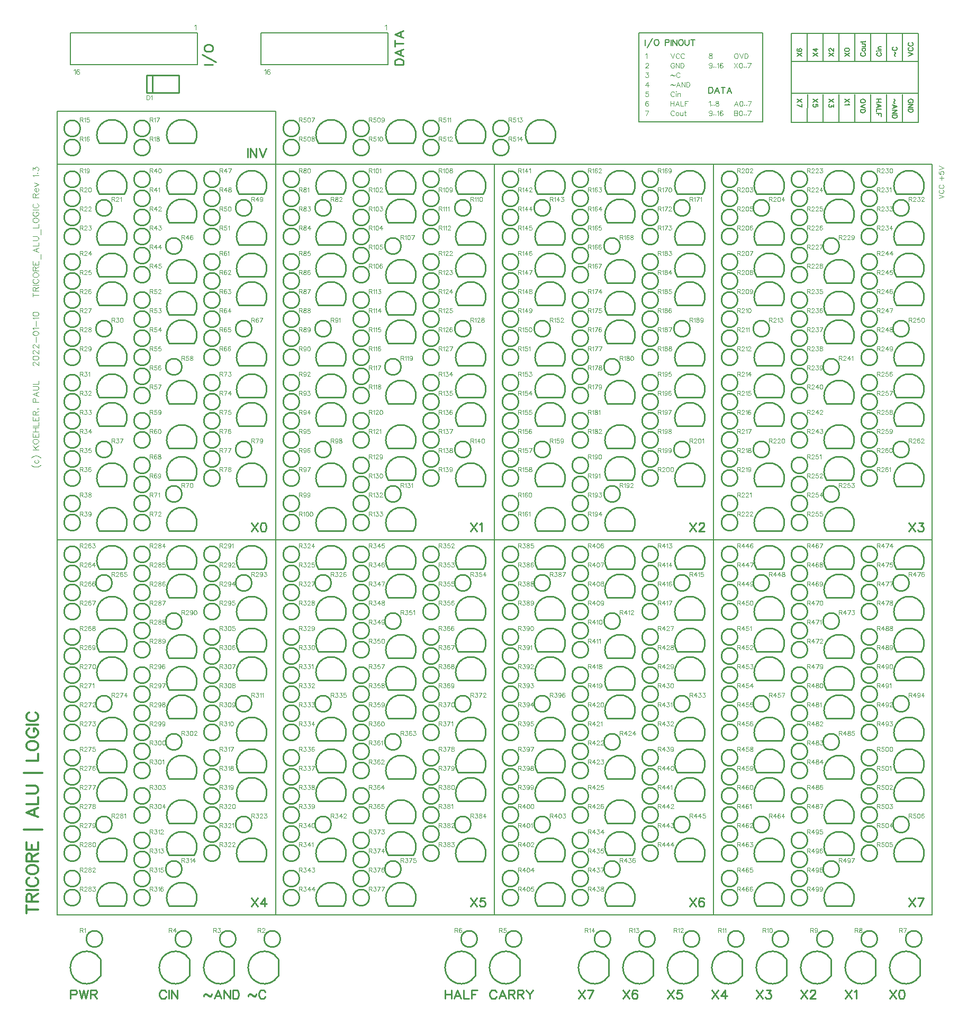
<source format=gto>
G04 Layer: TopSilkLayer*
G04 EasyEDA v6.4.25, 2022-01-10T22:55:27+01:00*
G04 c91b8ae12e7f4fe5aead1a40e666ea9d,bb3cfcbffc6840158e79d7648404357e,10*
G04 Gerber Generator version 0.2*
G04 Scale: 100 percent, Rotated: No, Reflected: No *
G04 Dimensions in millimeters *
G04 leading zeros omitted , absolute positions ,4 integer and 5 decimal *
%FSLAX45Y45*%
%MOMM*%

%ADD10C,0.2540*%
%ADD19C,0.2000*%
%ADD20C,0.2032*%
%ADD21C,0.2500*%
%ADD22C,0.1500*%
%ADD23C,0.1250*%
%ADD24C,0.3000*%
%ADD25C,0.1000*%

%LPD*%
D21*
X4114800Y7771384D02*
G01*
X4210304Y7628128D01*
X4210304Y7771384D02*
G01*
X4114800Y7628128D01*
X4296156Y7771384D02*
G01*
X4275836Y7764526D01*
X4262120Y7744205D01*
X4255261Y7709915D01*
X4255261Y7689595D01*
X4262120Y7655560D01*
X4275836Y7634986D01*
X4296156Y7628128D01*
X4309872Y7628128D01*
X4330191Y7634986D01*
X4343908Y7655560D01*
X4350765Y7689595D01*
X4350765Y7709915D01*
X4343908Y7744205D01*
X4330191Y7764526D01*
X4309872Y7771384D01*
X4296156Y7771384D01*
X7620000Y7771384D02*
G01*
X7715504Y7628128D01*
X7715504Y7771384D02*
G01*
X7620000Y7628128D01*
X7760461Y7744205D02*
G01*
X7774177Y7750810D01*
X7794497Y7771384D01*
X7794497Y7628128D01*
X4114800Y1776984D02*
G01*
X4210304Y1633728D01*
X4210304Y1776984D02*
G01*
X4114800Y1633728D01*
X4323334Y1776984D02*
G01*
X4255261Y1681479D01*
X4357624Y1681479D01*
X4323334Y1776984D02*
G01*
X4323334Y1633728D01*
X7620000Y1776984D02*
G01*
X7715504Y1633728D01*
X7715504Y1776984D02*
G01*
X7620000Y1633728D01*
X7842250Y1776984D02*
G01*
X7774177Y1776984D01*
X7767320Y1715515D01*
X7774177Y1722373D01*
X7794497Y1729231D01*
X7815072Y1729231D01*
X7835391Y1722373D01*
X7849108Y1708657D01*
X7855965Y1688337D01*
X7855965Y1674621D01*
X7849108Y1654302D01*
X7835391Y1640586D01*
X7815072Y1633728D01*
X7794497Y1633728D01*
X7774177Y1640586D01*
X7767320Y1647444D01*
X7760461Y1661160D01*
X11125200Y7771384D02*
G01*
X11220704Y7628128D01*
X11220704Y7771384D02*
G01*
X11125200Y7628128D01*
X11272520Y7737347D02*
G01*
X11272520Y7744205D01*
X11279377Y7757668D01*
X11286236Y7764526D01*
X11299697Y7771384D01*
X11327129Y7771384D01*
X11340591Y7764526D01*
X11347450Y7757668D01*
X11354308Y7744205D01*
X11354308Y7730489D01*
X11347450Y7716773D01*
X11333734Y7696454D01*
X11265661Y7628128D01*
X11361165Y7628128D01*
X14630400Y7771384D02*
G01*
X14725904Y7628128D01*
X14725904Y7771384D02*
G01*
X14630400Y7628128D01*
X14784577Y7771384D02*
G01*
X14859508Y7771384D01*
X14818613Y7716773D01*
X14838934Y7716773D01*
X14852650Y7709915D01*
X14859508Y7703058D01*
X14866366Y7682737D01*
X14866366Y7669021D01*
X14859508Y7648702D01*
X14845791Y7634986D01*
X14825472Y7628128D01*
X14804897Y7628128D01*
X14784577Y7634986D01*
X14777720Y7641844D01*
X14770861Y7655560D01*
X14630400Y1776984D02*
G01*
X14725904Y1633728D01*
X14725904Y1776984D02*
G01*
X14630400Y1633728D01*
X14866366Y1776984D02*
G01*
X14798040Y1633728D01*
X14770861Y1776984D02*
G01*
X14866366Y1776984D01*
X11125200Y1776984D02*
G01*
X11220704Y1633728D01*
X11220704Y1776984D02*
G01*
X11125200Y1633728D01*
X11347450Y1756410D02*
G01*
X11340591Y1770126D01*
X11320272Y1776984D01*
X11306556Y1776984D01*
X11286236Y1770126D01*
X11272520Y1749805D01*
X11265661Y1715515D01*
X11265661Y1681479D01*
X11272520Y1654302D01*
X11286236Y1640586D01*
X11306556Y1633728D01*
X11313413Y1633728D01*
X11333734Y1640586D01*
X11347450Y1654302D01*
X11354308Y1674621D01*
X11354308Y1681479D01*
X11347450Y1702054D01*
X11333734Y1715515D01*
X11313413Y1722373D01*
X11306556Y1722373D01*
X11286236Y1715515D01*
X11272520Y1702054D01*
X11265661Y1681479D01*
D22*
X14678451Y14482561D02*
G01*
X14685817Y14486371D01*
X14693183Y14493483D01*
X14696739Y14500849D01*
X14696739Y14515327D01*
X14693183Y14522693D01*
X14685817Y14529805D01*
X14678451Y14533615D01*
X14667529Y14537171D01*
X14649495Y14537171D01*
X14638573Y14533615D01*
X14631207Y14529805D01*
X14623841Y14522693D01*
X14620285Y14515327D01*
X14620285Y14500849D01*
X14623841Y14493483D01*
X14631207Y14486371D01*
X14638573Y14482561D01*
X14649495Y14482561D01*
X14649495Y14500849D02*
G01*
X14649495Y14482561D01*
X14696739Y14458685D02*
G01*
X14620285Y14458685D01*
X14696739Y14458685D02*
G01*
X14620285Y14407631D01*
X14696739Y14407631D02*
G01*
X14620285Y14407631D01*
X14696739Y14383755D02*
G01*
X14620285Y14383755D01*
X14696739Y14383755D02*
G01*
X14696739Y14358355D01*
X14693183Y14347433D01*
X14685817Y14340067D01*
X14678451Y14336511D01*
X14667529Y14332701D01*
X14649495Y14332701D01*
X14638573Y14336511D01*
X14631207Y14340067D01*
X14623841Y14347433D01*
X14620285Y14358355D01*
X14620285Y14383755D01*
X14386148Y14537222D02*
G01*
X14393514Y14537222D01*
X14404436Y14533412D01*
X14407992Y14526300D01*
X14407992Y14518934D01*
X14404436Y14511822D01*
X14393514Y14497090D01*
X14389704Y14489978D01*
X14389704Y14482612D01*
X14393514Y14475246D01*
X14400626Y14471690D01*
X14393514Y14537222D02*
G01*
X14400626Y14533412D01*
X14404436Y14526300D01*
X14404436Y14518934D01*
X14400626Y14511822D01*
X14389704Y14497090D01*
X14386148Y14489978D01*
X14386148Y14482612D01*
X14389704Y14475246D01*
X14400626Y14471690D01*
X14407992Y14471690D01*
X14440758Y14418604D02*
G01*
X14364304Y14447814D01*
X14440758Y14418604D02*
G01*
X14364304Y14389648D01*
X14389704Y14436892D02*
G01*
X14389704Y14400570D01*
X14440758Y14365518D02*
G01*
X14364304Y14365518D01*
X14440758Y14365518D02*
G01*
X14364304Y14314718D01*
X14440758Y14314718D02*
G01*
X14364304Y14314718D01*
X14440758Y14290588D02*
G01*
X14364304Y14290588D01*
X14440758Y14290588D02*
G01*
X14440758Y14265188D01*
X14437202Y14254266D01*
X14429836Y14246900D01*
X14422470Y14243344D01*
X14411548Y14239788D01*
X14393514Y14239788D01*
X14382592Y14243344D01*
X14375226Y14246900D01*
X14367860Y14254266D01*
X14364304Y14265188D01*
X14364304Y14290588D01*
X14184751Y14537248D02*
G01*
X14108297Y14537248D01*
X14184751Y14486194D02*
G01*
X14108297Y14486194D01*
X14148429Y14537248D02*
G01*
X14148429Y14486194D01*
X14184751Y14433108D02*
G01*
X14108297Y14462318D01*
X14184751Y14433108D02*
G01*
X14108297Y14404152D01*
X14133697Y14451396D02*
G01*
X14133697Y14415074D01*
X14184751Y14380022D02*
G01*
X14108297Y14380022D01*
X14108297Y14380022D02*
G01*
X14108297Y14336334D01*
X14184751Y14312458D02*
G01*
X14108297Y14312458D01*
X14184751Y14312458D02*
G01*
X14184751Y14265214D01*
X14148429Y14312458D02*
G01*
X14148429Y14283248D01*
X13423158Y14537146D02*
G01*
X13346704Y14486346D01*
X13423158Y14486346D02*
G01*
X13346704Y14537146D01*
X13423158Y14455104D02*
G01*
X13423158Y14414972D01*
X13393948Y14436816D01*
X13393948Y14425894D01*
X13390392Y14418528D01*
X13386836Y14414972D01*
X13375914Y14411416D01*
X13368548Y14411416D01*
X13357626Y14414972D01*
X13350260Y14422338D01*
X13346704Y14433260D01*
X13346704Y14444182D01*
X13350260Y14455104D01*
X13354070Y14458660D01*
X13361182Y14462216D01*
X13679139Y14537095D02*
G01*
X13602685Y14486295D01*
X13679139Y14486295D02*
G01*
X13602685Y14537095D01*
X13664661Y14462165D02*
G01*
X13668217Y14455053D01*
X13679139Y14444131D01*
X13602685Y14444131D01*
X13928745Y14515429D02*
G01*
X13925189Y14522541D01*
X13917823Y14529907D01*
X13910457Y14533463D01*
X13899535Y14537273D01*
X13881501Y14537273D01*
X13870579Y14533463D01*
X13863213Y14529907D01*
X13855847Y14522541D01*
X13852291Y14515429D01*
X13852291Y14500697D01*
X13855847Y14493585D01*
X13863213Y14486219D01*
X13870579Y14482663D01*
X13881501Y14479107D01*
X13899535Y14479107D01*
X13910457Y14482663D01*
X13917823Y14486219D01*
X13925189Y14493585D01*
X13928745Y14500697D01*
X13928745Y14515429D01*
X13928745Y14454977D02*
G01*
X13852291Y14426021D01*
X13928745Y14396811D02*
G01*
X13852291Y14426021D01*
X13928745Y14372935D02*
G01*
X13852291Y14372935D01*
X13928745Y14372935D02*
G01*
X13928745Y14347281D01*
X13925189Y14336359D01*
X13917823Y14329247D01*
X13910457Y14325437D01*
X13899535Y14321881D01*
X13881501Y14321881D01*
X13870579Y14325437D01*
X13863213Y14329247D01*
X13855847Y14336359D01*
X13852291Y14347281D01*
X13852291Y14372935D01*
X13173552Y14537222D02*
G01*
X13097098Y14486168D01*
X13173552Y14486168D02*
G01*
X13097098Y14537222D01*
X13173552Y14418604D02*
G01*
X13173552Y14454926D01*
X13140786Y14458736D01*
X13144342Y14454926D01*
X13148152Y14444004D01*
X13148152Y14433082D01*
X13144342Y14422160D01*
X13137230Y14415048D01*
X13126308Y14411238D01*
X13118942Y14411238D01*
X13108020Y14415048D01*
X13100654Y14422160D01*
X13097098Y14433082D01*
X13097098Y14444004D01*
X13100654Y14454926D01*
X13104464Y14458736D01*
X13111576Y14462292D01*
X12917545Y14537248D02*
G01*
X12841091Y14486194D01*
X12917545Y14486194D02*
G01*
X12841091Y14537248D01*
X12917545Y14411264D02*
G01*
X12841091Y14447840D01*
X12917545Y14462318D02*
G01*
X12917545Y14411264D01*
X14618322Y15228272D02*
G01*
X14694522Y15257228D01*
X14618322Y15286438D02*
G01*
X14694522Y15257228D01*
X14636356Y15364924D02*
G01*
X14629244Y15361368D01*
X14621878Y15354002D01*
X14618322Y15346636D01*
X14618322Y15332158D01*
X14621878Y15324792D01*
X14629244Y15317680D01*
X14636356Y15313870D01*
X14647278Y15310314D01*
X14665566Y15310314D01*
X14676488Y15313870D01*
X14683600Y15317680D01*
X14690966Y15324792D01*
X14694522Y15332158D01*
X14694522Y15346636D01*
X14690966Y15354002D01*
X14683600Y15361368D01*
X14676488Y15364924D01*
X14636356Y15443410D02*
G01*
X14629244Y15439854D01*
X14621878Y15432488D01*
X14618322Y15425376D01*
X14618322Y15410644D01*
X14621878Y15403532D01*
X14629244Y15396166D01*
X14636356Y15392610D01*
X14647278Y15388800D01*
X14665566Y15388800D01*
X14676488Y15392610D01*
X14683600Y15396166D01*
X14690966Y15403532D01*
X14694522Y15410644D01*
X14694522Y15425376D01*
X14690966Y15432488D01*
X14683600Y15439854D01*
X14676488Y15443410D01*
X14416671Y15228247D02*
G01*
X14409559Y15228247D01*
X14398637Y15231803D01*
X14395081Y15239169D01*
X14395081Y15246281D01*
X14398637Y15253647D01*
X14409559Y15268125D01*
X14413115Y15275491D01*
X14413115Y15282603D01*
X14409559Y15289969D01*
X14402193Y15293525D01*
X14409559Y15228247D02*
G01*
X14402193Y15231803D01*
X14398637Y15239169D01*
X14398637Y15246281D01*
X14402193Y15253647D01*
X14413115Y15268125D01*
X14416671Y15275491D01*
X14416671Y15282603D01*
X14413115Y15289969D01*
X14402193Y15293525D01*
X14395081Y15293525D01*
X14380349Y15372265D02*
G01*
X14373237Y15368455D01*
X14365871Y15361343D01*
X14362315Y15353977D01*
X14362315Y15339499D01*
X14365871Y15332133D01*
X14373237Y15325021D01*
X14380349Y15321211D01*
X14391271Y15317655D01*
X14409559Y15317655D01*
X14420481Y15321211D01*
X14427593Y15325021D01*
X14434959Y15332133D01*
X14438515Y15339499D01*
X14438515Y15353977D01*
X14434959Y15361343D01*
X14427593Y15368455D01*
X14420481Y15372265D01*
X13600722Y15228095D02*
G01*
X13676922Y15279149D01*
X13600722Y15279149D02*
G01*
X13676922Y15228095D01*
X13600722Y15324869D02*
G01*
X13604278Y15313947D01*
X13615200Y15306835D01*
X13633488Y15303025D01*
X13644156Y15303025D01*
X13662444Y15306835D01*
X13673366Y15313947D01*
X13676922Y15324869D01*
X13676922Y15332235D01*
X13673366Y15343157D01*
X13662444Y15350269D01*
X13644156Y15354079D01*
X13633488Y15354079D01*
X13615200Y15350269D01*
X13604278Y15343157D01*
X13600722Y15332235D01*
X13600722Y15324869D01*
X13874762Y15282730D02*
G01*
X13867650Y15279174D01*
X13860284Y15271808D01*
X13856728Y15264442D01*
X13856728Y15249964D01*
X13860284Y15242598D01*
X13867650Y15235486D01*
X13874762Y15231930D01*
X13885684Y15228120D01*
X13903972Y15228120D01*
X13914894Y15231930D01*
X13922006Y15235486D01*
X13929372Y15242598D01*
X13932928Y15249964D01*
X13932928Y15264442D01*
X13929372Y15271808D01*
X13922006Y15279174D01*
X13914894Y15282730D01*
X13882128Y15324894D02*
G01*
X13885684Y15317528D01*
X13893050Y15310416D01*
X13903972Y15306606D01*
X13911084Y15306606D01*
X13922006Y15310416D01*
X13929372Y15317528D01*
X13932928Y15324894D01*
X13932928Y15335816D01*
X13929372Y15343182D01*
X13922006Y15350294D01*
X13911084Y15354104D01*
X13903972Y15354104D01*
X13893050Y15350294D01*
X13885684Y15343182D01*
X13882128Y15335816D01*
X13882128Y15324894D01*
X13882128Y15377980D02*
G01*
X13918450Y15377980D01*
X13929372Y15381536D01*
X13932928Y15388902D01*
X13932928Y15399824D01*
X13929372Y15407190D01*
X13918450Y15418112D01*
X13882128Y15418112D02*
G01*
X13932928Y15418112D01*
X13856728Y15452910D02*
G01*
X13918450Y15452910D01*
X13929372Y15456466D01*
X13932928Y15463832D01*
X13932928Y15471198D01*
X13882128Y15441988D02*
G01*
X13882128Y15467388D01*
X14130743Y15282781D02*
G01*
X14123631Y15278971D01*
X14116265Y15271859D01*
X14112709Y15264493D01*
X14112709Y15250015D01*
X14116265Y15242649D01*
X14123631Y15235537D01*
X14130743Y15231727D01*
X14141665Y15228171D01*
X14159953Y15228171D01*
X14170875Y15231727D01*
X14177987Y15235537D01*
X14185353Y15242649D01*
X14188909Y15250015D01*
X14188909Y15264493D01*
X14185353Y15271859D01*
X14177987Y15278971D01*
X14170875Y15282781D01*
X14112709Y15306657D02*
G01*
X14116265Y15310467D01*
X14112709Y15314023D01*
X14108899Y15310467D01*
X14112709Y15306657D01*
X14138109Y15310467D02*
G01*
X14188909Y15310467D01*
X14138109Y15337899D02*
G01*
X14188909Y15337899D01*
X14152587Y15337899D02*
G01*
X14141665Y15348821D01*
X14138109Y15356187D01*
X14138109Y15367109D01*
X14141665Y15374475D01*
X14152587Y15378031D01*
X14188909Y15378031D01*
X13351116Y15228272D02*
G01*
X13427316Y15279072D01*
X13351116Y15279072D02*
G01*
X13427316Y15228272D01*
X13369150Y15306758D02*
G01*
X13365594Y15306758D01*
X13358228Y15310314D01*
X13354672Y15313870D01*
X13351116Y15321236D01*
X13351116Y15335714D01*
X13354672Y15343080D01*
X13358228Y15346636D01*
X13365594Y15350446D01*
X13372960Y15350446D01*
X13380072Y15346636D01*
X13390994Y15339524D01*
X13427316Y15303202D01*
X13427316Y15354002D01*
X13095109Y15228247D02*
G01*
X13171309Y15279047D01*
X13095109Y15279047D02*
G01*
X13171309Y15228247D01*
X13095109Y15339499D02*
G01*
X13145909Y15303177D01*
X13145909Y15357533D01*
X13095109Y15339499D02*
G01*
X13171309Y15339499D01*
X12839128Y15228196D02*
G01*
X12915328Y15278996D01*
X12839128Y15278996D02*
G01*
X12915328Y15228196D01*
X12850050Y15346814D02*
G01*
X12842684Y15343004D01*
X12839128Y15332082D01*
X12839128Y15324970D01*
X12842684Y15314048D01*
X12853606Y15306682D01*
X12871894Y15303126D01*
X12889928Y15303126D01*
X12904406Y15306682D01*
X12911772Y15314048D01*
X12915328Y15324970D01*
X12915328Y15328526D01*
X12911772Y15339448D01*
X12904406Y15346814D01*
X12893484Y15350370D01*
X12889928Y15350370D01*
X12879006Y15346814D01*
X12871894Y15339448D01*
X12868084Y15328526D01*
X12868084Y15324970D01*
X12871894Y15314048D01*
X12879006Y15306682D01*
X12889928Y15303126D01*
D19*
X11430000Y14731237D02*
G01*
X11430000Y14635734D01*
X11430000Y14731237D02*
G01*
X11461750Y14731237D01*
X11475465Y14726666D01*
X11484609Y14717776D01*
X11489181Y14708631D01*
X11493754Y14694916D01*
X11493754Y14672310D01*
X11489181Y14658594D01*
X11484609Y14649450D01*
X11475465Y14640305D01*
X11461750Y14635734D01*
X11430000Y14635734D01*
X11560047Y14731237D02*
G01*
X11523725Y14635734D01*
X11560047Y14731237D02*
G01*
X11596370Y14635734D01*
X11537188Y14667737D02*
G01*
X11582654Y14667737D01*
X11658091Y14731237D02*
G01*
X11658091Y14635734D01*
X11626341Y14731237D02*
G01*
X11690095Y14731237D01*
X11756390Y14731237D02*
G01*
X11720068Y14635734D01*
X11756390Y14731237D02*
G01*
X11792711Y14635734D01*
X11733529Y14667737D02*
G01*
X11778995Y14667737D01*
D23*
X11430000Y14493494D02*
G01*
X11437365Y14497050D01*
X11448288Y14507971D01*
X11448288Y14431518D01*
X11475720Y14449805D02*
G01*
X11472163Y14445995D01*
X11475720Y14442439D01*
X11479529Y14445995D01*
X11475720Y14449805D01*
X11507215Y14449805D02*
G01*
X11503406Y14445995D01*
X11507215Y14442439D01*
X11510772Y14445995D01*
X11507215Y14449805D01*
X11552936Y14507971D02*
G01*
X11542013Y14504416D01*
X11538458Y14497050D01*
X11538458Y14489684D01*
X11542013Y14482571D01*
X11549379Y14478762D01*
X11563858Y14475205D01*
X11574779Y14471650D01*
X11581891Y14464284D01*
X11585702Y14456918D01*
X11585702Y14445995D01*
X11581891Y14438884D01*
X11578336Y14435074D01*
X11567413Y14431518D01*
X11552936Y14431518D01*
X11542013Y14435074D01*
X11538458Y14438884D01*
X11534647Y14445995D01*
X11534647Y14456918D01*
X11538458Y14464284D01*
X11545570Y14471650D01*
X11556491Y14475205D01*
X11570970Y14478762D01*
X11578336Y14482571D01*
X11581891Y14489684D01*
X11581891Y14497050D01*
X11578336Y14504416D01*
X11567413Y14507971D01*
X11552936Y14507971D01*
X11865609Y14507971D02*
G01*
X11836400Y14431518D01*
X11865609Y14507971D02*
G01*
X11894565Y14431518D01*
X11847322Y14456918D02*
G01*
X11883643Y14456918D01*
X11940286Y14507971D02*
G01*
X11929363Y14504416D01*
X11922252Y14493494D01*
X11918695Y14475205D01*
X11918695Y14464284D01*
X11922252Y14445995D01*
X11929363Y14435074D01*
X11940286Y14431518D01*
X11947652Y14431518D01*
X11958574Y14435074D01*
X11965940Y14445995D01*
X11969495Y14464284D01*
X11969495Y14475205D01*
X11965940Y14493494D01*
X11958574Y14504416D01*
X11947652Y14507971D01*
X11940286Y14507971D01*
X11997181Y14449805D02*
G01*
X11993372Y14445995D01*
X11997181Y14442439D01*
X12000738Y14445995D01*
X11997181Y14449805D01*
X12028424Y14449805D02*
G01*
X12024868Y14445995D01*
X12028424Y14442439D01*
X12031979Y14445995D01*
X12028424Y14449805D01*
X12106909Y14507971D02*
G01*
X12070588Y14431518D01*
X12056109Y14507971D02*
G01*
X12106909Y14507971D01*
X11836400Y14355571D02*
G01*
X11836400Y14279118D01*
X11836400Y14355571D02*
G01*
X11869165Y14355571D01*
X11880088Y14352016D01*
X11883643Y14348205D01*
X11887200Y14341094D01*
X11887200Y14333728D01*
X11883643Y14326362D01*
X11880088Y14322805D01*
X11869165Y14319250D01*
X11836400Y14319250D02*
G01*
X11869165Y14319250D01*
X11880088Y14315439D01*
X11883643Y14311884D01*
X11887200Y14304518D01*
X11887200Y14293595D01*
X11883643Y14286484D01*
X11880088Y14282674D01*
X11869165Y14279118D01*
X11836400Y14279118D01*
X11933174Y14355571D02*
G01*
X11922252Y14352016D01*
X11914886Y14341094D01*
X11911329Y14322805D01*
X11911329Y14311884D01*
X11914886Y14293595D01*
X11922252Y14282674D01*
X11933174Y14279118D01*
X11940286Y14279118D01*
X11951208Y14282674D01*
X11958574Y14293595D01*
X11962129Y14311884D01*
X11962129Y14322805D01*
X11958574Y14341094D01*
X11951208Y14352016D01*
X11940286Y14355571D01*
X11933174Y14355571D01*
X11989815Y14297405D02*
G01*
X11986259Y14293595D01*
X11989815Y14290039D01*
X11993372Y14293595D01*
X11989815Y14297405D01*
X12021058Y14297405D02*
G01*
X12017502Y14293595D01*
X12021058Y14290039D01*
X12024868Y14293595D01*
X12021058Y14297405D01*
X12099797Y14355571D02*
G01*
X12063222Y14279118D01*
X12048743Y14355571D02*
G01*
X12099797Y14355571D01*
X11477243Y14330171D02*
G01*
X11473688Y14319250D01*
X11466322Y14311884D01*
X11455400Y14308328D01*
X11451843Y14308328D01*
X11440922Y14311884D01*
X11433556Y14319250D01*
X11430000Y14330171D01*
X11430000Y14333728D01*
X11433556Y14344650D01*
X11440922Y14352016D01*
X11451843Y14355571D01*
X11455400Y14355571D01*
X11466322Y14352016D01*
X11473688Y14344650D01*
X11477243Y14330171D01*
X11477243Y14311884D01*
X11473688Y14293595D01*
X11466322Y14282674D01*
X11455400Y14279118D01*
X11448288Y14279118D01*
X11437365Y14282674D01*
X11433556Y14290039D01*
X11504929Y14297405D02*
G01*
X11501374Y14293595D01*
X11504929Y14290039D01*
X11508486Y14293595D01*
X11504929Y14297405D01*
X11536172Y14297405D02*
G01*
X11532615Y14293595D01*
X11536172Y14290039D01*
X11539727Y14293595D01*
X11536172Y14297405D01*
X11563858Y14341094D02*
G01*
X11570970Y14344650D01*
X11581891Y14355571D01*
X11581891Y14279118D01*
X11649709Y14344650D02*
G01*
X11645900Y14352016D01*
X11634977Y14355571D01*
X11627865Y14355571D01*
X11616943Y14352016D01*
X11609577Y14341094D01*
X11606022Y14322805D01*
X11606022Y14304518D01*
X11609577Y14290039D01*
X11616943Y14282674D01*
X11627865Y14279118D01*
X11631422Y14279118D01*
X11642343Y14282674D01*
X11649709Y14290039D01*
X11653265Y14300962D01*
X11653265Y14304518D01*
X11649709Y14315439D01*
X11642343Y14322805D01*
X11631422Y14326362D01*
X11627865Y14326362D01*
X11616943Y14322805D01*
X11609577Y14315439D01*
X11606022Y14304518D01*
X10417556Y15099284D02*
G01*
X10417556Y15103094D01*
X10421365Y15110205D01*
X10424922Y15114016D01*
X10432288Y15117571D01*
X10446765Y15117571D01*
X10453877Y15114016D01*
X10457688Y15110205D01*
X10461243Y15103094D01*
X10461243Y15095728D01*
X10457688Y15088362D01*
X10450322Y15077439D01*
X10414000Y15041118D01*
X10464800Y15041118D01*
X10875009Y15099284D02*
G01*
X10871200Y15106650D01*
X10864088Y15114016D01*
X10856722Y15117571D01*
X10842243Y15117571D01*
X10834877Y15114016D01*
X10827765Y15106650D01*
X10823956Y15099284D01*
X10820400Y15088362D01*
X10820400Y15070328D01*
X10823956Y15059405D01*
X10827765Y15052039D01*
X10834877Y15044674D01*
X10842243Y15041118D01*
X10856722Y15041118D01*
X10864088Y15044674D01*
X10871200Y15052039D01*
X10875009Y15059405D01*
X10875009Y15070328D01*
X10856722Y15070328D02*
G01*
X10875009Y15070328D01*
X10898886Y15117571D02*
G01*
X10898886Y15041118D01*
X10898886Y15117571D02*
G01*
X10949940Y15041118D01*
X10949940Y15117571D02*
G01*
X10949940Y15041118D01*
X10973815Y15117571D02*
G01*
X10973815Y15041118D01*
X10973815Y15117571D02*
G01*
X10999215Y15117571D01*
X11010138Y15114016D01*
X11017504Y15106650D01*
X11021059Y15099284D01*
X11024870Y15088362D01*
X11024870Y15070328D01*
X11021059Y15059405D01*
X11017504Y15052039D01*
X11010138Y15044674D01*
X10999215Y15041118D01*
X10973815Y15041118D01*
X10820400Y15269971D02*
G01*
X10849609Y15193518D01*
X10878565Y15269971D02*
G01*
X10849609Y15193518D01*
X10957052Y15251684D02*
G01*
X10953495Y15259050D01*
X10946129Y15266416D01*
X10939018Y15269971D01*
X10924286Y15269971D01*
X10917174Y15266416D01*
X10909808Y15259050D01*
X10906252Y15251684D01*
X10902695Y15240762D01*
X10902695Y15222728D01*
X10906252Y15211805D01*
X10909808Y15204439D01*
X10917174Y15197074D01*
X10924286Y15193518D01*
X10939018Y15193518D01*
X10946129Y15197074D01*
X10953495Y15204439D01*
X10957052Y15211805D01*
X11035791Y15251684D02*
G01*
X11031981Y15259050D01*
X11024870Y15266416D01*
X11017504Y15269971D01*
X11003025Y15269971D01*
X10995659Y15266416D01*
X10988293Y15259050D01*
X10984738Y15251684D01*
X10981181Y15240762D01*
X10981181Y15222728D01*
X10984738Y15211805D01*
X10988293Y15204439D01*
X10995659Y15197074D01*
X11003025Y15193518D01*
X11017504Y15193518D01*
X11024870Y15197074D01*
X11031981Y15204439D01*
X11035791Y15211805D01*
X10414000Y15255494D02*
G01*
X10421365Y15259050D01*
X10432288Y15269971D01*
X10432288Y15193518D01*
D19*
X10414000Y15493237D02*
G01*
X10414000Y15397734D01*
X10525759Y15511526D02*
G01*
X10443972Y15365984D01*
X10583163Y15493237D02*
G01*
X10574020Y15488666D01*
X10564875Y15479776D01*
X10560304Y15470631D01*
X10555731Y15456916D01*
X10555731Y15434310D01*
X10560304Y15420594D01*
X10564875Y15411450D01*
X10574020Y15402305D01*
X10583163Y15397734D01*
X10601197Y15397734D01*
X10610341Y15402305D01*
X10619486Y15411450D01*
X10624058Y15420594D01*
X10628629Y15434310D01*
X10628629Y15456916D01*
X10624058Y15470631D01*
X10619486Y15479776D01*
X10610341Y15488666D01*
X10601197Y15493237D01*
X10583163Y15493237D01*
X10728452Y15493237D02*
G01*
X10728452Y15397734D01*
X10728452Y15493237D02*
G01*
X10769345Y15493237D01*
X10783061Y15488666D01*
X10787634Y15484094D01*
X10792206Y15475204D01*
X10792206Y15461487D01*
X10787634Y15452344D01*
X10783061Y15447771D01*
X10769345Y15443200D01*
X10728452Y15443200D01*
X10822177Y15493237D02*
G01*
X10822177Y15397734D01*
X10852150Y15493237D02*
G01*
X10852150Y15397734D01*
X10852150Y15493237D02*
G01*
X10915904Y15397734D01*
X10915904Y15493237D02*
G01*
X10915904Y15397734D01*
X10973054Y15493237D02*
G01*
X10963909Y15488666D01*
X10955020Y15479776D01*
X10950447Y15470631D01*
X10945875Y15456916D01*
X10945875Y15434310D01*
X10950447Y15420594D01*
X10955020Y15411450D01*
X10963909Y15402305D01*
X10973054Y15397734D01*
X10991341Y15397734D01*
X11000486Y15402305D01*
X11009375Y15411450D01*
X11013947Y15420594D01*
X11018520Y15434310D01*
X11018520Y15456916D01*
X11013947Y15470631D01*
X11009375Y15479776D01*
X11000486Y15488666D01*
X10991341Y15493237D01*
X10973054Y15493237D01*
X11048491Y15493237D02*
G01*
X11048491Y15425166D01*
X11053063Y15411450D01*
X11062208Y15402305D01*
X11075924Y15397734D01*
X11084813Y15397734D01*
X11098529Y15402305D01*
X11107674Y15411450D01*
X11112245Y15425166D01*
X11112245Y15493237D01*
X11173968Y15493237D02*
G01*
X11173968Y15397734D01*
X11142218Y15493237D02*
G01*
X11205718Y15493237D01*
D23*
X10421365Y14965171D02*
G01*
X10461243Y14965171D01*
X10439400Y14935962D01*
X10450322Y14935962D01*
X10457688Y14932405D01*
X10461243Y14928850D01*
X10464800Y14917928D01*
X10464800Y14910562D01*
X10461243Y14899639D01*
X10453877Y14892274D01*
X10443209Y14888718D01*
X10432288Y14888718D01*
X10421365Y14892274D01*
X10417556Y14896084D01*
X10414000Y14903195D01*
X10820400Y14910562D02*
G01*
X10820400Y14917928D01*
X10823956Y14928850D01*
X10831322Y14932405D01*
X10838688Y14932405D01*
X10845800Y14928850D01*
X10860277Y14917928D01*
X10867643Y14914118D01*
X10875009Y14914118D01*
X10882122Y14917928D01*
X10885931Y14925039D01*
X10820400Y14917928D02*
G01*
X10823956Y14925039D01*
X10831322Y14928850D01*
X10838688Y14928850D01*
X10845800Y14925039D01*
X10860277Y14914118D01*
X10867643Y14910562D01*
X10875009Y14910562D01*
X10882122Y14914118D01*
X10885931Y14925039D01*
X10885931Y14932405D01*
X10964418Y14946884D02*
G01*
X10960861Y14954250D01*
X10953495Y14961616D01*
X10946129Y14965171D01*
X10931652Y14965171D01*
X10924286Y14961616D01*
X10917174Y14954250D01*
X10913363Y14946884D01*
X10909808Y14935962D01*
X10909808Y14917928D01*
X10913363Y14907005D01*
X10917174Y14899639D01*
X10924286Y14892274D01*
X10931652Y14888718D01*
X10946129Y14888718D01*
X10953495Y14892274D01*
X10960861Y14899639D01*
X10964418Y14907005D01*
X10820400Y14758162D02*
G01*
X10820400Y14765528D01*
X10823956Y14776450D01*
X10831322Y14780005D01*
X10838688Y14780005D01*
X10845800Y14776450D01*
X10860277Y14765528D01*
X10867643Y14761718D01*
X10875009Y14761718D01*
X10882122Y14765528D01*
X10885931Y14772639D01*
X10820400Y14765528D02*
G01*
X10823956Y14772639D01*
X10831322Y14776450D01*
X10838688Y14776450D01*
X10845800Y14772639D01*
X10860277Y14761718D01*
X10867643Y14758162D01*
X10875009Y14758162D01*
X10882122Y14761718D01*
X10885931Y14772639D01*
X10885931Y14780005D01*
X10939018Y14812771D02*
G01*
X10909808Y14736318D01*
X10939018Y14812771D02*
G01*
X10967974Y14736318D01*
X10920729Y14761718D02*
G01*
X10957052Y14761718D01*
X10992104Y14812771D02*
G01*
X10992104Y14736318D01*
X10992104Y14812771D02*
G01*
X11042904Y14736318D01*
X11042904Y14812771D02*
G01*
X11042904Y14736318D01*
X11067034Y14812771D02*
G01*
X11067034Y14736318D01*
X11067034Y14812771D02*
G01*
X11092434Y14812771D01*
X11103356Y14809216D01*
X11110468Y14801850D01*
X11114277Y14794484D01*
X11117834Y14783562D01*
X11117834Y14765528D01*
X11114277Y14754605D01*
X11110468Y14747239D01*
X11103356Y14739874D01*
X11092434Y14736318D01*
X11067034Y14736318D01*
X10450322Y14812771D02*
G01*
X10414000Y14761718D01*
X10468609Y14761718D01*
X10450322Y14812771D02*
G01*
X10450322Y14736318D01*
X11448288Y15269971D02*
G01*
X11437365Y15266416D01*
X11433556Y15259050D01*
X11433556Y15251684D01*
X11437365Y15244571D01*
X11444477Y15240762D01*
X11459209Y15237205D01*
X11469877Y15233650D01*
X11477243Y15226284D01*
X11480800Y15218918D01*
X11480800Y15207995D01*
X11477243Y15200884D01*
X11473688Y15197074D01*
X11462765Y15193518D01*
X11448288Y15193518D01*
X11437365Y15197074D01*
X11433556Y15200884D01*
X11430000Y15207995D01*
X11430000Y15218918D01*
X11433556Y15226284D01*
X11440922Y15233650D01*
X11451843Y15237205D01*
X11466322Y15240762D01*
X11473688Y15244571D01*
X11477243Y15251684D01*
X11477243Y15259050D01*
X11473688Y15266416D01*
X11462765Y15269971D01*
X11448288Y15269971D01*
X11858243Y15269971D02*
G01*
X11850877Y15266416D01*
X11843765Y15259050D01*
X11839956Y15251684D01*
X11836400Y15240762D01*
X11836400Y15222728D01*
X11839956Y15211805D01*
X11843765Y15204439D01*
X11850877Y15197074D01*
X11858243Y15193518D01*
X11872722Y15193518D01*
X11880088Y15197074D01*
X11887200Y15204439D01*
X11891009Y15211805D01*
X11894565Y15222728D01*
X11894565Y15240762D01*
X11891009Y15251684D01*
X11887200Y15259050D01*
X11880088Y15266416D01*
X11872722Y15269971D01*
X11858243Y15269971D01*
X11918695Y15269971D02*
G01*
X11947652Y15193518D01*
X11976861Y15269971D02*
G01*
X11947652Y15193518D01*
X12000738Y15269971D02*
G01*
X12000738Y15193518D01*
X12000738Y15269971D02*
G01*
X12026138Y15269971D01*
X12037059Y15266416D01*
X12044425Y15259050D01*
X12047981Y15251684D01*
X12051791Y15240762D01*
X12051791Y15222728D01*
X12047981Y15211805D01*
X12044425Y15204439D01*
X12037059Y15197074D01*
X12026138Y15193518D01*
X12000738Y15193518D01*
X10875009Y14337284D02*
G01*
X10871200Y14344650D01*
X10864088Y14352016D01*
X10856722Y14355571D01*
X10842243Y14355571D01*
X10834877Y14352016D01*
X10827765Y14344650D01*
X10823956Y14337284D01*
X10820400Y14326362D01*
X10820400Y14308328D01*
X10823956Y14297405D01*
X10827765Y14290039D01*
X10834877Y14282674D01*
X10842243Y14279118D01*
X10856722Y14279118D01*
X10864088Y14282674D01*
X10871200Y14290039D01*
X10875009Y14297405D01*
X10917174Y14330171D02*
G01*
X10909808Y14326362D01*
X10902695Y14319250D01*
X10898886Y14308328D01*
X10898886Y14300962D01*
X10902695Y14290039D01*
X10909808Y14282674D01*
X10917174Y14279118D01*
X10928095Y14279118D01*
X10935208Y14282674D01*
X10942574Y14290039D01*
X10946129Y14300962D01*
X10946129Y14308328D01*
X10942574Y14319250D01*
X10935208Y14326362D01*
X10928095Y14330171D01*
X10917174Y14330171D01*
X10970259Y14330171D02*
G01*
X10970259Y14293595D01*
X10973815Y14282674D01*
X10981181Y14279118D01*
X10992104Y14279118D01*
X10999215Y14282674D01*
X11010138Y14293595D01*
X11010138Y14330171D02*
G01*
X11010138Y14279118D01*
X11045190Y14355571D02*
G01*
X11045190Y14293595D01*
X11048745Y14282674D01*
X11056111Y14279118D01*
X11063224Y14279118D01*
X11034268Y14330171D02*
G01*
X11059668Y14330171D01*
X10464800Y14355571D02*
G01*
X10428477Y14279118D01*
X10414000Y14355571D02*
G01*
X10464800Y14355571D01*
X10457688Y14660371D02*
G01*
X10421365Y14660371D01*
X10417556Y14627605D01*
X10421365Y14631162D01*
X10432288Y14634971D01*
X10443209Y14634971D01*
X10453877Y14631162D01*
X10461243Y14624050D01*
X10464800Y14613128D01*
X10464800Y14605762D01*
X10461243Y14594839D01*
X10453877Y14587474D01*
X10443209Y14583918D01*
X10432288Y14583918D01*
X10421365Y14587474D01*
X10417556Y14591284D01*
X10414000Y14598395D01*
X10875009Y14642084D02*
G01*
X10871200Y14649450D01*
X10864088Y14656816D01*
X10856722Y14660371D01*
X10842243Y14660371D01*
X10834877Y14656816D01*
X10827765Y14649450D01*
X10823956Y14642084D01*
X10820400Y14631162D01*
X10820400Y14613128D01*
X10823956Y14602205D01*
X10827765Y14594839D01*
X10834877Y14587474D01*
X10842243Y14583918D01*
X10856722Y14583918D01*
X10864088Y14587474D01*
X10871200Y14594839D01*
X10875009Y14602205D01*
X10898886Y14660371D02*
G01*
X10902695Y14656816D01*
X10906252Y14660371D01*
X10902695Y14663928D01*
X10898886Y14660371D01*
X10902695Y14634971D02*
G01*
X10902695Y14583918D01*
X10930127Y14634971D02*
G01*
X10930127Y14583918D01*
X10930127Y14620239D02*
G01*
X10941050Y14631162D01*
X10948415Y14634971D01*
X10959338Y14634971D01*
X10966704Y14631162D01*
X10970259Y14620239D01*
X10970259Y14583918D01*
X10820400Y14507971D02*
G01*
X10820400Y14431518D01*
X10871200Y14507971D02*
G01*
X10871200Y14431518D01*
X10820400Y14471650D02*
G01*
X10871200Y14471650D01*
X10924286Y14507971D02*
G01*
X10895329Y14431518D01*
X10924286Y14507971D02*
G01*
X10953495Y14431518D01*
X10906252Y14456918D02*
G01*
X10942574Y14456918D01*
X10977372Y14507971D02*
G01*
X10977372Y14431518D01*
X10977372Y14431518D02*
G01*
X11021059Y14431518D01*
X11045190Y14507971D02*
G01*
X11045190Y14431518D01*
X11045190Y14507971D02*
G01*
X11092434Y14507971D01*
X11045190Y14471650D02*
G01*
X11074145Y14471650D01*
X10457688Y14497050D02*
G01*
X10453877Y14504416D01*
X10443209Y14507971D01*
X10435843Y14507971D01*
X10424922Y14504416D01*
X10417556Y14493494D01*
X10414000Y14475205D01*
X10414000Y14456918D01*
X10417556Y14442439D01*
X10424922Y14435074D01*
X10435843Y14431518D01*
X10439400Y14431518D01*
X10450322Y14435074D01*
X10457688Y14442439D01*
X10461243Y14453362D01*
X10461243Y14456918D01*
X10457688Y14467839D01*
X10450322Y14475205D01*
X10439400Y14478762D01*
X10435843Y14478762D01*
X10424922Y14475205D01*
X10417556Y14467839D01*
X10414000Y14456918D01*
X11836400Y15117571D02*
G01*
X11887200Y15041118D01*
X11887200Y15117571D02*
G01*
X11836400Y15041118D01*
X11933174Y15117571D02*
G01*
X11922252Y15114016D01*
X11914886Y15103094D01*
X11911329Y15084805D01*
X11911329Y15073884D01*
X11914886Y15055595D01*
X11922252Y15044674D01*
X11933174Y15041118D01*
X11940286Y15041118D01*
X11951208Y15044674D01*
X11958574Y15055595D01*
X11962129Y15073884D01*
X11962129Y15084805D01*
X11958574Y15103094D01*
X11951208Y15114016D01*
X11940286Y15117571D01*
X11933174Y15117571D01*
X11989815Y15059405D02*
G01*
X11986259Y15055595D01*
X11989815Y15052039D01*
X11993372Y15055595D01*
X11989815Y15059405D01*
X12021058Y15059405D02*
G01*
X12017502Y15055595D01*
X12021058Y15052039D01*
X12024868Y15055595D01*
X12021058Y15059405D01*
X12099797Y15117571D02*
G01*
X12063222Y15041118D01*
X12048743Y15117571D02*
G01*
X12099797Y15117571D01*
X11477243Y15092171D02*
G01*
X11473688Y15081250D01*
X11466322Y15073884D01*
X11455400Y15070328D01*
X11451843Y15070328D01*
X11440922Y15073884D01*
X11433556Y15081250D01*
X11430000Y15092171D01*
X11430000Y15095728D01*
X11433556Y15106650D01*
X11440922Y15114016D01*
X11451843Y15117571D01*
X11455400Y15117571D01*
X11466322Y15114016D01*
X11473688Y15106650D01*
X11477243Y15092171D01*
X11477243Y15073884D01*
X11473688Y15055595D01*
X11466322Y15044674D01*
X11455400Y15041118D01*
X11448288Y15041118D01*
X11437365Y15044674D01*
X11433556Y15052039D01*
X11504929Y15059405D02*
G01*
X11501374Y15055595D01*
X11504929Y15052039D01*
X11508486Y15055595D01*
X11504929Y15059405D01*
X11536172Y15059405D02*
G01*
X11532615Y15055595D01*
X11536172Y15052039D01*
X11539727Y15055595D01*
X11536172Y15059405D01*
X11563858Y15103094D02*
G01*
X11570970Y15106650D01*
X11581891Y15117571D01*
X11581891Y15041118D01*
X11649709Y15106650D02*
G01*
X11645900Y15114016D01*
X11634977Y15117571D01*
X11627865Y15117571D01*
X11616943Y15114016D01*
X11609577Y15103094D01*
X11606022Y15084805D01*
X11606022Y15066518D01*
X11609577Y15052039D01*
X11616943Y15044674D01*
X11627865Y15041118D01*
X11631422Y15041118D01*
X11642343Y15044674D01*
X11649709Y15052039D01*
X11653265Y15062962D01*
X11653265Y15066518D01*
X11649709Y15077439D01*
X11642343Y15084805D01*
X11631422Y15088362D01*
X11627865Y15088362D01*
X11616943Y15084805D01*
X11609577Y15077439D01*
X11606022Y15066518D01*
X6248400Y15712694D02*
G01*
X6255765Y15716250D01*
X6266688Y15727171D01*
X6266688Y15650718D01*
X4318000Y15001494D02*
G01*
X4325365Y15005050D01*
X4336288Y15015971D01*
X4336288Y14939518D01*
X4403852Y15005050D02*
G01*
X4400295Y15012416D01*
X4389374Y15015971D01*
X4382008Y15015971D01*
X4371086Y15012416D01*
X4363720Y15001494D01*
X4360163Y14983205D01*
X4360163Y14964918D01*
X4363720Y14950439D01*
X4371086Y14943074D01*
X4382008Y14939518D01*
X4385563Y14939518D01*
X4396486Y14943074D01*
X4403852Y14950439D01*
X4407408Y14961362D01*
X4407408Y14964918D01*
X4403852Y14975839D01*
X4396486Y14983205D01*
X4385563Y14986762D01*
X4382008Y14986762D01*
X4371086Y14983205D01*
X4363720Y14975839D01*
X4360163Y14964918D01*
X1270000Y15001494D02*
G01*
X1277365Y15005050D01*
X1288287Y15015971D01*
X1288287Y14939518D01*
X1355852Y15005050D02*
G01*
X1352295Y15012416D01*
X1341373Y15015971D01*
X1334007Y15015971D01*
X1323086Y15012416D01*
X1315720Y15001494D01*
X1312163Y14983205D01*
X1312163Y14964918D01*
X1315720Y14950439D01*
X1323086Y14943074D01*
X1334007Y14939518D01*
X1337563Y14939518D01*
X1348486Y14943074D01*
X1355852Y14950439D01*
X1359407Y14961362D01*
X1359407Y14964918D01*
X1355852Y14975839D01*
X1348486Y14983205D01*
X1337563Y14986762D01*
X1334007Y14986762D01*
X1323086Y14983205D01*
X1315720Y14975839D01*
X1312163Y14964918D01*
X3200400Y15712694D02*
G01*
X3207765Y15716250D01*
X3218688Y15727171D01*
X3218688Y15650718D01*
D21*
X4049999Y13751384D02*
G01*
X4049999Y13608128D01*
X4094957Y13751384D02*
G01*
X4094957Y13608128D01*
X4094957Y13751384D02*
G01*
X4190461Y13608128D01*
X4190461Y13751384D02*
G01*
X4190461Y13608128D01*
X4235419Y13751384D02*
G01*
X4290029Y13608128D01*
X4344639Y13751384D02*
G01*
X4290029Y13608128D01*
D24*
X509363Y1587601D02*
G01*
X700371Y1587601D01*
X509363Y1524101D02*
G01*
X509363Y1651355D01*
X509363Y1711299D02*
G01*
X700371Y1711299D01*
X509363Y1711299D02*
G01*
X509363Y1793087D01*
X518507Y1820265D01*
X527651Y1829409D01*
X545685Y1838553D01*
X563973Y1838553D01*
X582007Y1829409D01*
X591151Y1820265D01*
X600295Y1793087D01*
X600295Y1711299D01*
X600295Y1774799D02*
G01*
X700371Y1838553D01*
X509363Y1898497D02*
G01*
X700371Y1898497D01*
X554829Y2094839D02*
G01*
X536541Y2085695D01*
X518507Y2067661D01*
X509363Y2049373D01*
X509363Y2013051D01*
X518507Y1995017D01*
X536541Y1976729D01*
X554829Y1967585D01*
X582007Y1958441D01*
X627473Y1958441D01*
X654905Y1967585D01*
X672939Y1976729D01*
X691227Y1995017D01*
X700371Y2013051D01*
X700371Y2049373D01*
X691227Y2067661D01*
X672939Y2085695D01*
X654905Y2094839D01*
X509363Y2209393D02*
G01*
X518507Y2191359D01*
X536541Y2173071D01*
X554829Y2163927D01*
X582007Y2155037D01*
X627473Y2155037D01*
X654905Y2163927D01*
X672939Y2173071D01*
X691227Y2191359D01*
X700371Y2209393D01*
X700371Y2245715D01*
X691227Y2264003D01*
X672939Y2282291D01*
X654905Y2291181D01*
X627473Y2300325D01*
X582007Y2300325D01*
X554829Y2291181D01*
X536541Y2282291D01*
X518507Y2264003D01*
X509363Y2245715D01*
X509363Y2209393D01*
X509363Y2360269D02*
G01*
X700371Y2360269D01*
X509363Y2360269D02*
G01*
X509363Y2442057D01*
X518507Y2469489D01*
X527651Y2478633D01*
X545685Y2487523D01*
X563973Y2487523D01*
X582007Y2478633D01*
X591151Y2469489D01*
X600295Y2442057D01*
X600295Y2360269D01*
X600295Y2424023D02*
G01*
X700371Y2487523D01*
X509363Y2547721D02*
G01*
X700371Y2547721D01*
X509363Y2547721D02*
G01*
X509363Y2665831D01*
X600295Y2547721D02*
G01*
X600295Y2620365D01*
X700371Y2547721D02*
G01*
X700371Y2665831D01*
X473041Y2865729D02*
G01*
X763871Y2865729D01*
X509363Y3138525D02*
G01*
X700371Y3065881D01*
X509363Y3138525D02*
G01*
X700371Y3211169D01*
X636617Y3093059D02*
G01*
X636617Y3183991D01*
X509363Y3271367D02*
G01*
X700371Y3271367D01*
X700371Y3271367D02*
G01*
X700371Y3380333D01*
X509363Y3440277D02*
G01*
X645761Y3440277D01*
X672939Y3449421D01*
X691227Y3467709D01*
X700371Y3494887D01*
X700371Y3513175D01*
X691227Y3540353D01*
X672939Y3558641D01*
X645761Y3567531D01*
X509363Y3567531D01*
X473041Y3767683D02*
G01*
X763871Y3767683D01*
X509363Y3967581D02*
G01*
X700371Y3967581D01*
X700371Y3967581D02*
G01*
X700371Y4076801D01*
X509363Y4191355D02*
G01*
X518507Y4173067D01*
X536541Y4155033D01*
X554829Y4145889D01*
X582007Y4136745D01*
X627473Y4136745D01*
X654905Y4145889D01*
X672939Y4155033D01*
X691227Y4173067D01*
X700371Y4191355D01*
X700371Y4227677D01*
X691227Y4245711D01*
X672939Y4263999D01*
X654905Y4273143D01*
X627473Y4282287D01*
X582007Y4282287D01*
X554829Y4273143D01*
X536541Y4263999D01*
X518507Y4245711D01*
X509363Y4227677D01*
X509363Y4191355D01*
X554829Y4478629D02*
G01*
X536541Y4469485D01*
X518507Y4451197D01*
X509363Y4433163D01*
X509363Y4396841D01*
X518507Y4378553D01*
X536541Y4360265D01*
X554829Y4351375D01*
X582007Y4342231D01*
X627473Y4342231D01*
X654905Y4351375D01*
X672939Y4360265D01*
X691227Y4378553D01*
X700371Y4396841D01*
X700371Y4433163D01*
X691227Y4451197D01*
X672939Y4469485D01*
X654905Y4478629D01*
X627473Y4478629D01*
X627473Y4433163D02*
G01*
X627473Y4478629D01*
X509363Y4538573D02*
G01*
X700371Y4538573D01*
X554829Y4734915D02*
G01*
X536541Y4725771D01*
X518507Y4707737D01*
X509363Y4689449D01*
X509363Y4653127D01*
X518507Y4634839D01*
X536541Y4616805D01*
X554829Y4607661D01*
X582007Y4598517D01*
X627473Y4598517D01*
X654905Y4607661D01*
X672939Y4616805D01*
X691227Y4634839D01*
X700371Y4653127D01*
X700371Y4689449D01*
X691227Y4707737D01*
X672939Y4725771D01*
X654905Y4734915D01*
D23*
X592073Y8693150D02*
G01*
X601218Y8684005D01*
X614934Y8675115D01*
X632968Y8665971D01*
X655828Y8661400D01*
X673862Y8661400D01*
X696721Y8665971D01*
X714755Y8675115D01*
X728471Y8684005D01*
X737615Y8693150D01*
X655828Y8777731D02*
G01*
X646684Y8768587D01*
X642112Y8759697D01*
X642112Y8745981D01*
X646684Y8736837D01*
X655828Y8727694D01*
X669289Y8723121D01*
X678434Y8723121D01*
X692150Y8727694D01*
X701294Y8736837D01*
X705865Y8745981D01*
X705865Y8759697D01*
X701294Y8768587D01*
X692150Y8777731D01*
X592073Y8807704D02*
G01*
X601218Y8816847D01*
X614934Y8825992D01*
X632968Y8835136D01*
X655828Y8839708D01*
X673862Y8839708D01*
X696721Y8835136D01*
X714755Y8825992D01*
X728471Y8816847D01*
X737615Y8807704D01*
X610362Y8939529D02*
G01*
X705865Y8939529D01*
X610362Y9003284D02*
G01*
X673862Y8939529D01*
X651255Y8962389D02*
G01*
X705865Y9003284D01*
X610362Y9060434D02*
G01*
X614934Y9051289D01*
X623823Y9042400D01*
X632968Y9037828D01*
X646684Y9033255D01*
X669289Y9033255D01*
X683005Y9037828D01*
X692150Y9042400D01*
X701294Y9051289D01*
X705865Y9060434D01*
X705865Y9078721D01*
X701294Y9087865D01*
X692150Y9096755D01*
X683005Y9101328D01*
X669289Y9105900D01*
X646684Y9105900D01*
X632968Y9101328D01*
X623823Y9096755D01*
X614934Y9087865D01*
X610362Y9078721D01*
X610362Y9060434D01*
X610362Y9135871D02*
G01*
X705865Y9135871D01*
X610362Y9135871D02*
G01*
X610362Y9195054D01*
X655828Y9135871D02*
G01*
X655828Y9172194D01*
X705865Y9135871D02*
G01*
X705865Y9195054D01*
X610362Y9225026D02*
G01*
X705865Y9225026D01*
X610362Y9288779D02*
G01*
X705865Y9288779D01*
X655828Y9225026D02*
G01*
X655828Y9288779D01*
X610362Y9318752D02*
G01*
X705865Y9318752D01*
X705865Y9318752D02*
G01*
X705865Y9373108D01*
X610362Y9403334D02*
G01*
X705865Y9403334D01*
X610362Y9403334D02*
G01*
X610362Y9462262D01*
X655828Y9403334D02*
G01*
X655828Y9439655D01*
X705865Y9403334D02*
G01*
X705865Y9462262D01*
X610362Y9492234D02*
G01*
X705865Y9492234D01*
X610362Y9492234D02*
G01*
X610362Y9533128D01*
X614934Y9546844D01*
X619505Y9551415D01*
X628395Y9555987D01*
X637539Y9555987D01*
X646684Y9551415D01*
X651255Y9546844D01*
X655828Y9533128D01*
X655828Y9492234D01*
X655828Y9524237D02*
G01*
X705865Y9555987D01*
X687578Y9595104D02*
G01*
X692150Y9590531D01*
X687578Y9585960D01*
X683005Y9590531D01*
X687578Y9595104D01*
X696721Y9595104D01*
X705865Y9585960D01*
X610362Y9694926D02*
G01*
X705865Y9694926D01*
X610362Y9694926D02*
G01*
X610362Y9735820D01*
X614934Y9749536D01*
X619505Y9754108D01*
X628395Y9758679D01*
X642112Y9758679D01*
X651255Y9754108D01*
X655828Y9749536D01*
X660400Y9735820D01*
X660400Y9694926D01*
X610362Y9824974D02*
G01*
X705865Y9788652D01*
X610362Y9824974D02*
G01*
X705865Y9861295D01*
X673862Y9802368D02*
G01*
X673862Y9847834D01*
X610362Y9891521D02*
G01*
X678434Y9891521D01*
X692150Y9895839D01*
X701294Y9904984D01*
X705865Y9918700D01*
X705865Y9927844D01*
X701294Y9941305D01*
X692150Y9950450D01*
X678434Y9955021D01*
X610362Y9955021D01*
X610362Y9984994D02*
G01*
X705865Y9984994D01*
X705865Y9984994D02*
G01*
X705865Y10039604D01*
X632968Y10284205D02*
G01*
X628395Y10284205D01*
X619505Y10288778D01*
X614934Y10293095D01*
X610362Y10302239D01*
X610362Y10320528D01*
X614934Y10329671D01*
X619505Y10334244D01*
X628395Y10338562D01*
X637539Y10338562D01*
X646684Y10334244D01*
X660400Y10325100D01*
X705865Y10279634D01*
X705865Y10343134D01*
X610362Y10400537D02*
G01*
X614934Y10386821D01*
X628395Y10377678D01*
X651255Y10373105D01*
X664718Y10373105D01*
X687578Y10377678D01*
X701294Y10386821D01*
X705865Y10400537D01*
X705865Y10409681D01*
X701294Y10423144D01*
X687578Y10432287D01*
X664718Y10436860D01*
X651255Y10436860D01*
X628395Y10432287D01*
X614934Y10423144D01*
X610362Y10409681D01*
X610362Y10400537D01*
X632968Y10471404D02*
G01*
X628395Y10471404D01*
X619505Y10475976D01*
X614934Y10480547D01*
X610362Y10489692D01*
X610362Y10507726D01*
X614934Y10516870D01*
X619505Y10521442D01*
X628395Y10526013D01*
X637539Y10526013D01*
X646684Y10521442D01*
X660400Y10512297D01*
X705865Y10466831D01*
X705865Y10530586D01*
X632968Y10565129D02*
G01*
X628395Y10565129D01*
X619505Y10569702D01*
X614934Y10574020D01*
X610362Y10583163D01*
X610362Y10601452D01*
X614934Y10610595D01*
X619505Y10614913D01*
X628395Y10619486D01*
X637539Y10619486D01*
X646684Y10614913D01*
X660400Y10606024D01*
X705865Y10560558D01*
X705865Y10624058D01*
X664718Y10654029D02*
G01*
X664718Y10735818D01*
X610362Y10793221D02*
G01*
X614934Y10779505D01*
X628395Y10770362D01*
X651255Y10766044D01*
X664718Y10766044D01*
X687578Y10770362D01*
X701294Y10779505D01*
X705865Y10793221D01*
X705865Y10802365D01*
X701294Y10815828D01*
X687578Y10824971D01*
X664718Y10829544D01*
X651255Y10829544D01*
X628395Y10824971D01*
X614934Y10815828D01*
X610362Y10802365D01*
X610362Y10793221D01*
X628395Y10859515D02*
G01*
X623823Y10868660D01*
X610362Y10882376D01*
X705865Y10882376D01*
X664718Y10912347D02*
G01*
X664718Y10994136D01*
X628395Y11024108D02*
G01*
X623823Y11033252D01*
X610362Y11046968D01*
X705865Y11046968D01*
X610362Y11104118D02*
G01*
X614934Y11090402D01*
X628395Y11081512D01*
X651255Y11076939D01*
X664718Y11076939D01*
X687578Y11081512D01*
X701294Y11090402D01*
X705865Y11104118D01*
X705865Y11113262D01*
X701294Y11126724D01*
X687578Y11135868D01*
X664718Y11140439D01*
X651255Y11140439D01*
X628395Y11135868D01*
X614934Y11126724D01*
X610362Y11113262D01*
X610362Y11104118D01*
X610362Y11412220D02*
G01*
X705865Y11412220D01*
X610362Y11380470D02*
G01*
X610362Y11444224D01*
X610362Y11474195D02*
G01*
X705865Y11474195D01*
X610362Y11474195D02*
G01*
X610362Y11515089D01*
X614934Y11528552D01*
X619505Y11533124D01*
X628395Y11537695D01*
X637539Y11537695D01*
X646684Y11533124D01*
X651255Y11528552D01*
X655828Y11515089D01*
X655828Y11474195D01*
X655828Y11505945D02*
G01*
X705865Y11537695D01*
X610362Y11567668D02*
G01*
X705865Y11567668D01*
X632968Y11665965D02*
G01*
X623823Y11661394D01*
X614934Y11652250D01*
X610362Y11643105D01*
X610362Y11625071D01*
X614934Y11615928D01*
X623823Y11606784D01*
X632968Y11602212D01*
X646684Y11597639D01*
X669289Y11597639D01*
X683005Y11602212D01*
X692150Y11606784D01*
X701294Y11615928D01*
X705865Y11625071D01*
X705865Y11643105D01*
X701294Y11652250D01*
X692150Y11661394D01*
X683005Y11665965D01*
X610362Y11723115D02*
G01*
X614934Y11714226D01*
X623823Y11705081D01*
X632968Y11700510D01*
X646684Y11695937D01*
X669289Y11695937D01*
X683005Y11700510D01*
X692150Y11705081D01*
X701294Y11714226D01*
X705865Y11723115D01*
X705865Y11741404D01*
X701294Y11750547D01*
X692150Y11759692D01*
X683005Y11764010D01*
X669289Y11768581D01*
X646684Y11768581D01*
X632968Y11764010D01*
X623823Y11759692D01*
X614934Y11750547D01*
X610362Y11741404D01*
X610362Y11723115D01*
X610362Y11798554D02*
G01*
X705865Y11798554D01*
X610362Y11798554D02*
G01*
X610362Y11839702D01*
X614934Y11853163D01*
X619505Y11857736D01*
X628395Y11862308D01*
X637539Y11862308D01*
X646684Y11857736D01*
X651255Y11853163D01*
X655828Y11839702D01*
X655828Y11798554D01*
X655828Y11830558D02*
G01*
X705865Y11862308D01*
X610362Y11892279D02*
G01*
X705865Y11892279D01*
X610362Y11892279D02*
G01*
X610362Y11951462D01*
X655828Y11892279D02*
G01*
X655828Y11928602D01*
X705865Y11892279D02*
G01*
X705865Y11951462D01*
X737615Y11981434D02*
G01*
X737615Y12063221D01*
X610362Y12129515D02*
G01*
X705865Y12093194D01*
X610362Y12129515D02*
G01*
X705865Y12165837D01*
X673862Y12106910D02*
G01*
X673862Y12152376D01*
X610362Y12196063D02*
G01*
X705865Y12196063D01*
X705865Y12196063D02*
G01*
X705865Y12250420D01*
X610362Y12280392D02*
G01*
X678434Y12280392D01*
X692150Y12284963D01*
X701294Y12294108D01*
X705865Y12307824D01*
X705865Y12316968D01*
X701294Y12330429D01*
X692150Y12339574D01*
X678434Y12344145D01*
X610362Y12344145D01*
X737615Y12374118D02*
G01*
X737615Y12455905D01*
X610362Y12485878D02*
G01*
X705865Y12485878D01*
X705865Y12485878D02*
G01*
X705865Y12540487D01*
X610362Y12597637D02*
G01*
X614934Y12588747D01*
X623823Y12579604D01*
X632968Y12575031D01*
X646684Y12570460D01*
X669289Y12570460D01*
X683005Y12575031D01*
X692150Y12579604D01*
X701294Y12588747D01*
X705865Y12597637D01*
X705865Y12615926D01*
X701294Y12625070D01*
X692150Y12634213D01*
X683005Y12638786D01*
X669289Y12643104D01*
X646684Y12643104D01*
X632968Y12638786D01*
X623823Y12634213D01*
X614934Y12625070D01*
X610362Y12615926D01*
X610362Y12597637D01*
X632968Y12741402D02*
G01*
X623823Y12736829D01*
X614934Y12727686D01*
X610362Y12718542D01*
X610362Y12700508D01*
X614934Y12691363D01*
X623823Y12682220D01*
X632968Y12677647D01*
X646684Y12673329D01*
X669289Y12673329D01*
X683005Y12677647D01*
X692150Y12682220D01*
X701294Y12691363D01*
X705865Y12700508D01*
X705865Y12718542D01*
X701294Y12727686D01*
X692150Y12736829D01*
X683005Y12741402D01*
X669289Y12741402D01*
X669289Y12718542D02*
G01*
X669289Y12741402D01*
X610362Y12771374D02*
G01*
X705865Y12771374D01*
X632968Y12869671D02*
G01*
X623823Y12865100D01*
X614934Y12855955D01*
X610362Y12846812D01*
X610362Y12828778D01*
X614934Y12819634D01*
X623823Y12810489D01*
X632968Y12805918D01*
X646684Y12801345D01*
X669289Y12801345D01*
X683005Y12805918D01*
X692150Y12810489D01*
X701294Y12819634D01*
X705865Y12828778D01*
X705865Y12846812D01*
X701294Y12855955D01*
X692150Y12865100D01*
X683005Y12869671D01*
X610362Y12969494D02*
G01*
X705865Y12969494D01*
X610362Y12969494D02*
G01*
X610362Y13010387D01*
X614934Y13024104D01*
X619505Y13028676D01*
X628395Y13033247D01*
X637539Y13033247D01*
X646684Y13028676D01*
X651255Y13024104D01*
X655828Y13010387D01*
X655828Y12969494D01*
X655828Y13001497D02*
G01*
X705865Y13033247D01*
X669289Y13063220D02*
G01*
X669289Y13117829D01*
X660400Y13117829D01*
X651255Y13113257D01*
X646684Y13108686D01*
X642112Y13099542D01*
X642112Y13085826D01*
X646684Y13076936D01*
X655828Y13067792D01*
X669289Y13063220D01*
X678434Y13063220D01*
X692150Y13067792D01*
X701294Y13076936D01*
X705865Y13085826D01*
X705865Y13099542D01*
X701294Y13108686D01*
X692150Y13117829D01*
X642112Y13147802D02*
G01*
X705865Y13174979D01*
X642112Y13202412D02*
G01*
X705865Y13174979D01*
X628395Y13302234D02*
G01*
X623823Y13311378D01*
X610362Y13325094D01*
X705865Y13325094D01*
X683005Y13359637D02*
G01*
X687578Y13355066D01*
X692150Y13359637D01*
X687578Y13364210D01*
X683005Y13359637D01*
X610362Y13403326D02*
G01*
X610362Y13453110D01*
X646684Y13425931D01*
X646684Y13439647D01*
X651255Y13448537D01*
X655828Y13453110D01*
X669289Y13457681D01*
X678434Y13457681D01*
X692150Y13453110D01*
X701294Y13444220D01*
X705865Y13430504D01*
X705865Y13416787D01*
X701294Y13403326D01*
X696721Y13398754D01*
X687578Y13394181D01*
X15108427Y12954000D02*
G01*
X15184881Y12983210D01*
X15108427Y13012165D02*
G01*
X15184881Y12983210D01*
X15126716Y13090652D02*
G01*
X15119350Y13087095D01*
X15111984Y13079729D01*
X15108427Y13072618D01*
X15108427Y13057886D01*
X15111984Y13050774D01*
X15119350Y13043408D01*
X15126716Y13039852D01*
X15137638Y13036295D01*
X15155672Y13036295D01*
X15166593Y13039852D01*
X15173959Y13043408D01*
X15181325Y13050774D01*
X15184881Y13057886D01*
X15184881Y13072618D01*
X15181325Y13079729D01*
X15173959Y13087095D01*
X15166593Y13090652D01*
X15126716Y13169392D02*
G01*
X15119350Y13165581D01*
X15111984Y13158470D01*
X15108427Y13151104D01*
X15108427Y13136626D01*
X15111984Y13129260D01*
X15119350Y13121894D01*
X15126716Y13118337D01*
X15137638Y13114781D01*
X15155672Y13114781D01*
X15166593Y13118337D01*
X15173959Y13121894D01*
X15181325Y13129260D01*
X15184881Y13136626D01*
X15184881Y13151104D01*
X15181325Y13158470D01*
X15173959Y13165581D01*
X15166593Y13169392D01*
X15119350Y13281913D02*
G01*
X15184881Y13281913D01*
X15152116Y13249147D02*
G01*
X15152116Y13314679D01*
X15108427Y13382244D02*
G01*
X15108427Y13345921D01*
X15141193Y13342366D01*
X15137638Y13345921D01*
X15133827Y13356844D01*
X15133827Y13367766D01*
X15137638Y13378687D01*
X15144750Y13386054D01*
X15155672Y13389610D01*
X15163038Y13389610D01*
X15173959Y13386054D01*
X15181325Y13378687D01*
X15184881Y13367766D01*
X15184881Y13356844D01*
X15181325Y13345921D01*
X15177516Y13342366D01*
X15170404Y13338810D01*
X15108427Y13413739D02*
G01*
X15184881Y13442695D01*
X15108427Y13471905D02*
G01*
X15184881Y13442695D01*
D25*
X1371600Y1289812D02*
G01*
X1371600Y1223010D01*
X1371600Y1289812D02*
G01*
X1400302Y1289812D01*
X1409700Y1286763D01*
X1413002Y1283462D01*
X1416050Y1277112D01*
X1416050Y1270762D01*
X1413002Y1264412D01*
X1409700Y1261110D01*
X1400302Y1258062D01*
X1371600Y1258062D01*
X1393952Y1258062D02*
G01*
X1416050Y1223010D01*
X1437131Y1277112D02*
G01*
X1443481Y1280413D01*
X1453134Y1289812D01*
X1453134Y1223010D01*
X4216400Y1289812D02*
G01*
X4216400Y1223010D01*
X4216400Y1289812D02*
G01*
X4245102Y1289812D01*
X4254500Y1286763D01*
X4257802Y1283462D01*
X4260850Y1277112D01*
X4260850Y1270762D01*
X4257802Y1264412D01*
X4254500Y1261110D01*
X4245102Y1258062D01*
X4216400Y1258062D01*
X4238752Y1258062D02*
G01*
X4260850Y1223010D01*
X4285234Y1273810D02*
G01*
X4285234Y1277112D01*
X4288281Y1283462D01*
X4291584Y1286763D01*
X4297934Y1289812D01*
X4310634Y1289812D01*
X4316984Y1286763D01*
X4320031Y1283462D01*
X4323334Y1277112D01*
X4323334Y1270762D01*
X4320031Y1264412D01*
X4313681Y1254760D01*
X4281931Y1223010D01*
X4326381Y1223010D01*
X3505200Y1289812D02*
G01*
X3505200Y1223010D01*
X3505200Y1289812D02*
G01*
X3533902Y1289812D01*
X3543300Y1286763D01*
X3546602Y1283462D01*
X3549650Y1277112D01*
X3549650Y1270762D01*
X3546602Y1264412D01*
X3543300Y1261110D01*
X3533902Y1258062D01*
X3505200Y1258062D01*
X3527552Y1258062D02*
G01*
X3549650Y1223010D01*
X3577081Y1289812D02*
G01*
X3612134Y1289812D01*
X3593084Y1264412D01*
X3602481Y1264412D01*
X3608831Y1261110D01*
X3612134Y1258062D01*
X3615181Y1248410D01*
X3615181Y1242060D01*
X3612134Y1232662D01*
X3605784Y1226312D01*
X3596131Y1223010D01*
X3586734Y1223010D01*
X3577081Y1226312D01*
X3574034Y1229360D01*
X3570731Y1235710D01*
X2794000Y1289812D02*
G01*
X2794000Y1223010D01*
X2794000Y1289812D02*
G01*
X2822702Y1289812D01*
X2832100Y1286763D01*
X2835402Y1283462D01*
X2838450Y1277112D01*
X2838450Y1270762D01*
X2835402Y1264412D01*
X2832100Y1261110D01*
X2822702Y1258062D01*
X2794000Y1258062D01*
X2816352Y1258062D02*
G01*
X2838450Y1223010D01*
X2891281Y1289812D02*
G01*
X2859531Y1245362D01*
X2907284Y1245362D01*
X2891281Y1289812D02*
G01*
X2891281Y1223010D01*
X8077200Y1289812D02*
G01*
X8077200Y1223010D01*
X8077200Y1289812D02*
G01*
X8105902Y1289812D01*
X8115300Y1286763D01*
X8118602Y1283462D01*
X8121650Y1277112D01*
X8121650Y1270762D01*
X8118602Y1264412D01*
X8115300Y1261110D01*
X8105902Y1258062D01*
X8077200Y1258062D01*
X8099552Y1258062D02*
G01*
X8121650Y1223010D01*
X8180831Y1289812D02*
G01*
X8149081Y1289812D01*
X8146034Y1261110D01*
X8149081Y1264412D01*
X8158734Y1267460D01*
X8168131Y1267460D01*
X8177784Y1264412D01*
X8184134Y1258062D01*
X8187181Y1248410D01*
X8187181Y1242060D01*
X8184134Y1232662D01*
X8177784Y1226312D01*
X8168131Y1223010D01*
X8158734Y1223010D01*
X8149081Y1226312D01*
X8146034Y1229360D01*
X8142731Y1235710D01*
X7366000Y1289812D02*
G01*
X7366000Y1223010D01*
X7366000Y1289812D02*
G01*
X7394702Y1289812D01*
X7404100Y1286763D01*
X7407402Y1283462D01*
X7410450Y1277112D01*
X7410450Y1270762D01*
X7407402Y1264412D01*
X7404100Y1261110D01*
X7394702Y1258062D01*
X7366000Y1258062D01*
X7388352Y1258062D02*
G01*
X7410450Y1223010D01*
X7469631Y1280413D02*
G01*
X7466584Y1286763D01*
X7456931Y1289812D01*
X7450581Y1289812D01*
X7441184Y1286763D01*
X7434834Y1277112D01*
X7431531Y1261110D01*
X7431531Y1245362D01*
X7434834Y1232662D01*
X7441184Y1226312D01*
X7450581Y1223010D01*
X7453884Y1223010D01*
X7463281Y1226312D01*
X7469631Y1232662D01*
X7472934Y1242060D01*
X7472934Y1245362D01*
X7469631Y1254760D01*
X7463281Y1261110D01*
X7453884Y1264412D01*
X7450581Y1264412D01*
X7441184Y1261110D01*
X7434834Y1254760D01*
X7431531Y1245362D01*
X14478000Y1289812D02*
G01*
X14478000Y1223010D01*
X14478000Y1289812D02*
G01*
X14506702Y1289812D01*
X14516100Y1286763D01*
X14519402Y1283462D01*
X14522450Y1277112D01*
X14522450Y1270762D01*
X14519402Y1264412D01*
X14516100Y1261110D01*
X14506702Y1258062D01*
X14478000Y1258062D01*
X14500352Y1258062D02*
G01*
X14522450Y1223010D01*
X14587981Y1289812D02*
G01*
X14556231Y1223010D01*
X14543531Y1289812D02*
G01*
X14587981Y1289812D01*
X13766800Y1289812D02*
G01*
X13766800Y1223010D01*
X13766800Y1289812D02*
G01*
X13795502Y1289812D01*
X13804900Y1286763D01*
X13808202Y1283462D01*
X13811250Y1277112D01*
X13811250Y1270762D01*
X13808202Y1264412D01*
X13804900Y1261110D01*
X13795502Y1258062D01*
X13766800Y1258062D01*
X13789152Y1258062D02*
G01*
X13811250Y1223010D01*
X13848334Y1289812D02*
G01*
X13838681Y1286763D01*
X13835634Y1280413D01*
X13835634Y1273810D01*
X13838681Y1267460D01*
X13845031Y1264412D01*
X13857731Y1261110D01*
X13867384Y1258062D01*
X13873734Y1251712D01*
X13876781Y1245362D01*
X13876781Y1235710D01*
X13873734Y1229360D01*
X13870431Y1226312D01*
X13861034Y1223010D01*
X13848334Y1223010D01*
X13838681Y1226312D01*
X13835634Y1229360D01*
X13832331Y1235710D01*
X13832331Y1245362D01*
X13835634Y1251712D01*
X13841984Y1258062D01*
X13851381Y1261110D01*
X13864081Y1264412D01*
X13870431Y1267460D01*
X13873734Y1273810D01*
X13873734Y1280413D01*
X13870431Y1286763D01*
X13861034Y1289812D01*
X13848334Y1289812D01*
X13055600Y1289812D02*
G01*
X13055600Y1223010D01*
X13055600Y1289812D02*
G01*
X13084302Y1289812D01*
X13093700Y1286763D01*
X13097002Y1283462D01*
X13100050Y1277112D01*
X13100050Y1270762D01*
X13097002Y1264412D01*
X13093700Y1261110D01*
X13084302Y1258062D01*
X13055600Y1258062D01*
X13077952Y1258062D02*
G01*
X13100050Y1223010D01*
X13162534Y1267460D02*
G01*
X13159231Y1258062D01*
X13152881Y1251712D01*
X13143484Y1248410D01*
X13140181Y1248410D01*
X13130784Y1251712D01*
X13124434Y1258062D01*
X13121131Y1267460D01*
X13121131Y1270762D01*
X13124434Y1280413D01*
X13130784Y1286763D01*
X13140181Y1289812D01*
X13143484Y1289812D01*
X13152881Y1286763D01*
X13159231Y1280413D01*
X13162534Y1267460D01*
X13162534Y1251712D01*
X13159231Y1235710D01*
X13152881Y1226312D01*
X13143484Y1223010D01*
X13137134Y1223010D01*
X13127481Y1226312D01*
X13124434Y1232662D01*
X12293600Y1289812D02*
G01*
X12293600Y1223010D01*
X12293600Y1289812D02*
G01*
X12322302Y1289812D01*
X12331700Y1286763D01*
X12335002Y1283462D01*
X12338050Y1277112D01*
X12338050Y1270762D01*
X12335002Y1264412D01*
X12331700Y1261110D01*
X12322302Y1258062D01*
X12293600Y1258062D01*
X12315952Y1258062D02*
G01*
X12338050Y1223010D01*
X12359131Y1277112D02*
G01*
X12365481Y1280413D01*
X12375134Y1289812D01*
X12375134Y1223010D01*
X12415265Y1289812D02*
G01*
X12405613Y1286763D01*
X12399263Y1277112D01*
X12395961Y1261110D01*
X12395961Y1251712D01*
X12399263Y1235710D01*
X12405613Y1226312D01*
X12415265Y1223010D01*
X12421615Y1223010D01*
X12431013Y1226312D01*
X12437363Y1235710D01*
X12440665Y1251712D01*
X12440665Y1261110D01*
X12437363Y1277112D01*
X12431013Y1286763D01*
X12421615Y1289812D01*
X12415265Y1289812D01*
X11582400Y1289812D02*
G01*
X11582400Y1223010D01*
X11582400Y1289812D02*
G01*
X11611102Y1289812D01*
X11620500Y1286763D01*
X11623802Y1283462D01*
X11626850Y1277112D01*
X11626850Y1270762D01*
X11623802Y1264412D01*
X11620500Y1261110D01*
X11611102Y1258062D01*
X11582400Y1258062D01*
X11604752Y1258062D02*
G01*
X11626850Y1223010D01*
X11647931Y1277112D02*
G01*
X11654281Y1280413D01*
X11663934Y1289812D01*
X11663934Y1223010D01*
X11684761Y1277112D02*
G01*
X11691111Y1280413D01*
X11700763Y1289812D01*
X11700763Y1223010D01*
X10871200Y1289812D02*
G01*
X10871200Y1223010D01*
X10871200Y1289812D02*
G01*
X10899902Y1289812D01*
X10909300Y1286763D01*
X10912602Y1283462D01*
X10915650Y1277112D01*
X10915650Y1270762D01*
X10912602Y1264412D01*
X10909300Y1261110D01*
X10899902Y1258062D01*
X10871200Y1258062D01*
X10893552Y1258062D02*
G01*
X10915650Y1223010D01*
X10936731Y1277112D02*
G01*
X10943081Y1280413D01*
X10952734Y1289812D01*
X10952734Y1223010D01*
X10976863Y1273810D02*
G01*
X10976863Y1277112D01*
X10979911Y1283462D01*
X10983213Y1286763D01*
X10989563Y1289812D01*
X11002263Y1289812D01*
X11008613Y1286763D01*
X11011915Y1283462D01*
X11014963Y1277112D01*
X11014963Y1270762D01*
X11011915Y1264412D01*
X11005565Y1254760D01*
X10973561Y1223010D01*
X11018265Y1223010D01*
X10160000Y1289812D02*
G01*
X10160000Y1223010D01*
X10160000Y1289812D02*
G01*
X10188702Y1289812D01*
X10198100Y1286763D01*
X10201402Y1283462D01*
X10204450Y1277112D01*
X10204450Y1270762D01*
X10201402Y1264412D01*
X10198100Y1261110D01*
X10188702Y1258062D01*
X10160000Y1258062D01*
X10182352Y1258062D02*
G01*
X10204450Y1223010D01*
X10225531Y1277112D02*
G01*
X10231881Y1280413D01*
X10241534Y1289812D01*
X10241534Y1223010D01*
X10268711Y1289812D02*
G01*
X10303763Y1289812D01*
X10284713Y1264412D01*
X10294365Y1264412D01*
X10300715Y1261110D01*
X10303763Y1258062D01*
X10307065Y1248410D01*
X10307065Y1242060D01*
X10303763Y1232662D01*
X10297413Y1226312D01*
X10288015Y1223010D01*
X10278363Y1223010D01*
X10268711Y1226312D01*
X10265663Y1229360D01*
X10262361Y1235710D01*
X9448800Y1289812D02*
G01*
X9448800Y1223010D01*
X9448800Y1289812D02*
G01*
X9477502Y1289812D01*
X9486900Y1286763D01*
X9490202Y1283462D01*
X9493250Y1277112D01*
X9493250Y1270762D01*
X9490202Y1264412D01*
X9486900Y1261110D01*
X9477502Y1258062D01*
X9448800Y1258062D01*
X9471152Y1258062D02*
G01*
X9493250Y1223010D01*
X9514331Y1277112D02*
G01*
X9520681Y1280413D01*
X9530334Y1289812D01*
X9530334Y1223010D01*
X9583165Y1289812D02*
G01*
X9551161Y1245362D01*
X9598913Y1245362D01*
X9583165Y1289812D02*
G01*
X9583165Y1223010D01*
D21*
X3352800Y201421D02*
G01*
X3352800Y215137D01*
X3359658Y235457D01*
X3373374Y242315D01*
X3386836Y242315D01*
X3400552Y235457D01*
X3427729Y215137D01*
X3441445Y208279D01*
X3455161Y208279D01*
X3468624Y215137D01*
X3475481Y228854D01*
X3352800Y215137D02*
G01*
X3359658Y228854D01*
X3373374Y235457D01*
X3386836Y235457D01*
X3400552Y228854D01*
X3427729Y208279D01*
X3441445Y201421D01*
X3455161Y201421D01*
X3468624Y208279D01*
X3475481Y228854D01*
X3475481Y242315D01*
X3575050Y303784D02*
G01*
X3520440Y160528D01*
X3575050Y303784D02*
G01*
X3629659Y160528D01*
X3541013Y208279D02*
G01*
X3609086Y208279D01*
X3674618Y303784D02*
G01*
X3674618Y160528D01*
X3674618Y303784D02*
G01*
X3770122Y160528D01*
X3770122Y303784D02*
G01*
X3770122Y160528D01*
X3815079Y303784D02*
G01*
X3815079Y160528D01*
X3815079Y303784D02*
G01*
X3862831Y303784D01*
X3883152Y296926D01*
X3896868Y283210D01*
X3903725Y269747D01*
X3910584Y249173D01*
X3910584Y215137D01*
X3903725Y194563D01*
X3896868Y181102D01*
X3883152Y167386D01*
X3862831Y160528D01*
X3815079Y160528D01*
X4064000Y201421D02*
G01*
X4064000Y215137D01*
X4070858Y235457D01*
X4084574Y242315D01*
X4098036Y242315D01*
X4111752Y235457D01*
X4138929Y215137D01*
X4152645Y208279D01*
X4166361Y208279D01*
X4179824Y215137D01*
X4186681Y228854D01*
X4064000Y215137D02*
G01*
X4070858Y228854D01*
X4084574Y235457D01*
X4098036Y235457D01*
X4111752Y228854D01*
X4138929Y208279D01*
X4152645Y201421D01*
X4166361Y201421D01*
X4179824Y208279D01*
X4186681Y228854D01*
X4186681Y242315D01*
X4334002Y269747D02*
G01*
X4327143Y283210D01*
X4313427Y296926D01*
X4299965Y303784D01*
X4272534Y303784D01*
X4259072Y296926D01*
X4245356Y283210D01*
X4238497Y269747D01*
X4231640Y249173D01*
X4231640Y215137D01*
X4238497Y194563D01*
X4245356Y181102D01*
X4259072Y167386D01*
X4272534Y160528D01*
X4299965Y160528D01*
X4313427Y167386D01*
X4327143Y181102D01*
X4334002Y194563D01*
X8027161Y269747D02*
G01*
X8020304Y283210D01*
X8006588Y296926D01*
X7992872Y303784D01*
X7965693Y303784D01*
X7951977Y296926D01*
X7938515Y283210D01*
X7931658Y269747D01*
X7924800Y249173D01*
X7924800Y215137D01*
X7931658Y194563D01*
X7938515Y181102D01*
X7951977Y167386D01*
X7965693Y160528D01*
X7992872Y160528D01*
X8006588Y167386D01*
X8020304Y181102D01*
X8027161Y194563D01*
X8126729Y303784D02*
G01*
X8072120Y160528D01*
X8126729Y303784D02*
G01*
X8181086Y160528D01*
X8092440Y208279D02*
G01*
X8160765Y208279D01*
X8226043Y303784D02*
G01*
X8226043Y160528D01*
X8226043Y303784D02*
G01*
X8287511Y303784D01*
X8308086Y296926D01*
X8314690Y290068D01*
X8321547Y276605D01*
X8321547Y262889D01*
X8314690Y249173D01*
X8308086Y242315D01*
X8287511Y235457D01*
X8226043Y235457D01*
X8273795Y235457D02*
G01*
X8321547Y160528D01*
X8366506Y303784D02*
G01*
X8366506Y160528D01*
X8366506Y303784D02*
G01*
X8427974Y303784D01*
X8448547Y296926D01*
X8455152Y290068D01*
X8462009Y276605D01*
X8462009Y262889D01*
X8455152Y249173D01*
X8448547Y242315D01*
X8427974Y235457D01*
X8366506Y235457D01*
X8414258Y235457D02*
G01*
X8462009Y160528D01*
X8506968Y303784D02*
G01*
X8561577Y235457D01*
X8561577Y160528D01*
X8616188Y303784D02*
G01*
X8561577Y235457D01*
X2743961Y269747D02*
G01*
X2737104Y283210D01*
X2723388Y296926D01*
X2709672Y303784D01*
X2682493Y303784D01*
X2668777Y296926D01*
X2655315Y283210D01*
X2648458Y269747D01*
X2641600Y249173D01*
X2641600Y215137D01*
X2648458Y194563D01*
X2655315Y181102D01*
X2668777Y167386D01*
X2682493Y160528D01*
X2709672Y160528D01*
X2723388Y167386D01*
X2737104Y181102D01*
X2743961Y194563D01*
X2788920Y303784D02*
G01*
X2788920Y160528D01*
X2833877Y303784D02*
G01*
X2833877Y160528D01*
X2833877Y303784D02*
G01*
X2929381Y160528D01*
X2929381Y303784D02*
G01*
X2929381Y160528D01*
X7213600Y303784D02*
G01*
X7213600Y160528D01*
X7309104Y303784D02*
G01*
X7309104Y160528D01*
X7213600Y235457D02*
G01*
X7309104Y235457D01*
X7408672Y303784D02*
G01*
X7354061Y160528D01*
X7408672Y303784D02*
G01*
X7463027Y160528D01*
X7374636Y208279D02*
G01*
X7442708Y208279D01*
X7508240Y303784D02*
G01*
X7508240Y160528D01*
X7508240Y160528D02*
G01*
X7590027Y160528D01*
X7634986Y303784D02*
G01*
X7634986Y160528D01*
X7634986Y303784D02*
G01*
X7723631Y303784D01*
X7634986Y235457D02*
G01*
X7689595Y235457D01*
X1219200Y303784D02*
G01*
X1219200Y160528D01*
X1219200Y303784D02*
G01*
X1280668Y303784D01*
X1300987Y296926D01*
X1307845Y290068D01*
X1314704Y276605D01*
X1314704Y256031D01*
X1307845Y242315D01*
X1300987Y235457D01*
X1280668Y228854D01*
X1219200Y228854D01*
X1359662Y303784D02*
G01*
X1393697Y160528D01*
X1427734Y303784D02*
G01*
X1393697Y160528D01*
X1427734Y303784D02*
G01*
X1462023Y160528D01*
X1496060Y303784D02*
G01*
X1462023Y160528D01*
X1541018Y303784D02*
G01*
X1541018Y160528D01*
X1541018Y303784D02*
G01*
X1602486Y303784D01*
X1622805Y296926D01*
X1629663Y290068D01*
X1636521Y276605D01*
X1636521Y262889D01*
X1629663Y249173D01*
X1622805Y242315D01*
X1602486Y235457D01*
X1541018Y235457D01*
X1588770Y235457D02*
G01*
X1636521Y160528D01*
X14325600Y303784D02*
G01*
X14421104Y160528D01*
X14421104Y303784D02*
G01*
X14325600Y160528D01*
X14506956Y303784D02*
G01*
X14486636Y296926D01*
X14472920Y276605D01*
X14466061Y242315D01*
X14466061Y221995D01*
X14472920Y187960D01*
X14486636Y167386D01*
X14506956Y160528D01*
X14520672Y160528D01*
X14540991Y167386D01*
X14554708Y187960D01*
X14561566Y221995D01*
X14561566Y242315D01*
X14554708Y276605D01*
X14540991Y296926D01*
X14520672Y303784D01*
X14506956Y303784D01*
X13614400Y303784D02*
G01*
X13709904Y160528D01*
X13709904Y303784D02*
G01*
X13614400Y160528D01*
X13754861Y276605D02*
G01*
X13768577Y283210D01*
X13788897Y303784D01*
X13788897Y160528D01*
X12903200Y303784D02*
G01*
X12998704Y160528D01*
X12998704Y303784D02*
G01*
X12903200Y160528D01*
X13050520Y269747D02*
G01*
X13050520Y276605D01*
X13057377Y290068D01*
X13064236Y296926D01*
X13077697Y303784D01*
X13105129Y303784D01*
X13118591Y296926D01*
X13125450Y290068D01*
X13132308Y276605D01*
X13132308Y262889D01*
X13125450Y249173D01*
X13111734Y228854D01*
X13043661Y160528D01*
X13139166Y160528D01*
X12192000Y303784D02*
G01*
X12287504Y160528D01*
X12287504Y303784D02*
G01*
X12192000Y160528D01*
X12346177Y303784D02*
G01*
X12421108Y303784D01*
X12380213Y249173D01*
X12400534Y249173D01*
X12414250Y242315D01*
X12421108Y235457D01*
X12427965Y215137D01*
X12427965Y201421D01*
X12421108Y181102D01*
X12407391Y167386D01*
X12387072Y160528D01*
X12366497Y160528D01*
X12346177Y167386D01*
X12339320Y174244D01*
X12332461Y187960D01*
X11480800Y303784D02*
G01*
X11576304Y160528D01*
X11576304Y303784D02*
G01*
X11480800Y160528D01*
X11689334Y303784D02*
G01*
X11621261Y208279D01*
X11723624Y208279D01*
X11689334Y303784D02*
G01*
X11689334Y160528D01*
X10769600Y303784D02*
G01*
X10865104Y160528D01*
X10865104Y303784D02*
G01*
X10769600Y160528D01*
X10991850Y303784D02*
G01*
X10923777Y303784D01*
X10916920Y242315D01*
X10923777Y249173D01*
X10944097Y256031D01*
X10964672Y256031D01*
X10984991Y249173D01*
X10998708Y235457D01*
X11005565Y215137D01*
X11005565Y201421D01*
X10998708Y181102D01*
X10984991Y167386D01*
X10964672Y160528D01*
X10944097Y160528D01*
X10923777Y167386D01*
X10916920Y174244D01*
X10910061Y187960D01*
X10058400Y303784D02*
G01*
X10153904Y160528D01*
X10153904Y303784D02*
G01*
X10058400Y160528D01*
X10280650Y283210D02*
G01*
X10273791Y296926D01*
X10253472Y303784D01*
X10239756Y303784D01*
X10219436Y296926D01*
X10205720Y276605D01*
X10198861Y242315D01*
X10198861Y208279D01*
X10205720Y181102D01*
X10219436Y167386D01*
X10239756Y160528D01*
X10246613Y160528D01*
X10266934Y167386D01*
X10280650Y181102D01*
X10287508Y201421D01*
X10287508Y208279D01*
X10280650Y228854D01*
X10266934Y242315D01*
X10246613Y249173D01*
X10239756Y249173D01*
X10219436Y242315D01*
X10205720Y228854D01*
X10198861Y208279D01*
X9347200Y303784D02*
G01*
X9442704Y160528D01*
X9442704Y303784D02*
G01*
X9347200Y160528D01*
X9583165Y303784D02*
G01*
X9514840Y160528D01*
X9487661Y303784D02*
G01*
X9583165Y303784D01*
D25*
X2438400Y14599412D02*
G01*
X2438400Y14532610D01*
X2438400Y14599412D02*
G01*
X2460752Y14599412D01*
X2470150Y14596363D01*
X2476500Y14590013D01*
X2479802Y14583410D01*
X2482850Y14574012D01*
X2482850Y14558010D01*
X2479802Y14548612D01*
X2476500Y14542262D01*
X2470150Y14535912D01*
X2460752Y14532610D01*
X2438400Y14532610D01*
X2503931Y14586712D02*
G01*
X2510281Y14590013D01*
X2519934Y14599412D01*
X2519934Y14532610D01*
D21*
X6401815Y15087600D02*
G01*
X6545072Y15087600D01*
X6401815Y15087600D02*
G01*
X6401815Y15135352D01*
X6408674Y15155671D01*
X6422390Y15169387D01*
X6435852Y15176245D01*
X6456425Y15183104D01*
X6490461Y15183104D01*
X6511036Y15176245D01*
X6524497Y15169387D01*
X6538213Y15155671D01*
X6545072Y15135352D01*
X6545072Y15087600D01*
X6401815Y15282671D02*
G01*
X6545072Y15228062D01*
X6401815Y15282671D02*
G01*
X6545072Y15337028D01*
X6497320Y15248636D02*
G01*
X6497320Y15316707D01*
X6401815Y15429992D02*
G01*
X6545072Y15429992D01*
X6401815Y15382239D02*
G01*
X6401815Y15477489D01*
X6401815Y15577057D02*
G01*
X6545072Y15522702D01*
X6401815Y15577057D02*
G01*
X6545072Y15631668D01*
X6497320Y15543021D02*
G01*
X6497320Y15611347D01*
X3353815Y15087600D02*
G01*
X3497072Y15087600D01*
X3326638Y15255239D02*
G01*
X3544824Y15132557D01*
X3353815Y15341345D02*
G01*
X3360674Y15327629D01*
X3374390Y15313913D01*
X3387852Y15307055D01*
X3408425Y15300452D01*
X3442461Y15300452D01*
X3463036Y15307055D01*
X3476497Y15313913D01*
X3490213Y15327629D01*
X3497072Y15341345D01*
X3497072Y15368524D01*
X3490213Y15382239D01*
X3476497Y15395702D01*
X3463036Y15402560D01*
X3442461Y15409418D01*
X3408425Y15409418D01*
X3387852Y15402560D01*
X3374390Y15395702D01*
X3360674Y15382239D01*
X3353815Y15368524D01*
X3353815Y15341345D01*
D25*
X1371600Y14243812D02*
G01*
X1371600Y14177010D01*
X1371600Y14243812D02*
G01*
X1400302Y14243812D01*
X1409700Y14240763D01*
X1413002Y14237462D01*
X1416050Y14231112D01*
X1416050Y14224762D01*
X1413002Y14218412D01*
X1409700Y14215110D01*
X1400302Y14212062D01*
X1371600Y14212062D01*
X1393952Y14212062D02*
G01*
X1416050Y14177010D01*
X1437131Y14231112D02*
G01*
X1443481Y14234413D01*
X1453134Y14243812D01*
X1453134Y14177010D01*
X1512315Y14243812D02*
G01*
X1480312Y14243812D01*
X1477263Y14215110D01*
X1480312Y14218412D01*
X1489963Y14221460D01*
X1499615Y14221460D01*
X1509013Y14218412D01*
X1515363Y14212062D01*
X1518665Y14202410D01*
X1518665Y14196060D01*
X1515363Y14186662D01*
X1509013Y14180312D01*
X1499615Y14177010D01*
X1489963Y14177010D01*
X1480312Y14180312D01*
X1477263Y14183360D01*
X1473962Y14189710D01*
X1371600Y13939012D02*
G01*
X1371600Y13872210D01*
X1371600Y13939012D02*
G01*
X1400302Y13939012D01*
X1409700Y13935963D01*
X1413002Y13932662D01*
X1416050Y13926312D01*
X1416050Y13919962D01*
X1413002Y13913612D01*
X1409700Y13910310D01*
X1400302Y13907262D01*
X1371600Y13907262D01*
X1393952Y13907262D02*
G01*
X1416050Y13872210D01*
X1437131Y13926312D02*
G01*
X1443481Y13929613D01*
X1453134Y13939012D01*
X1453134Y13872210D01*
X1512315Y13929613D02*
G01*
X1509013Y13935963D01*
X1499615Y13939012D01*
X1493265Y13939012D01*
X1483613Y13935963D01*
X1477263Y13926312D01*
X1473962Y13910310D01*
X1473962Y13894562D01*
X1477263Y13881862D01*
X1483613Y13875512D01*
X1493265Y13872210D01*
X1496313Y13872210D01*
X1505965Y13875512D01*
X1512315Y13881862D01*
X1515363Y13891260D01*
X1515363Y13894562D01*
X1512315Y13903960D01*
X1505965Y13910310D01*
X1496313Y13913612D01*
X1493265Y13913612D01*
X1483613Y13910310D01*
X1477263Y13903960D01*
X1473962Y13894562D01*
X2489200Y14243812D02*
G01*
X2489200Y14177010D01*
X2489200Y14243812D02*
G01*
X2517902Y14243812D01*
X2527300Y14240763D01*
X2530602Y14237462D01*
X2533650Y14231112D01*
X2533650Y14224762D01*
X2530602Y14218412D01*
X2527300Y14215110D01*
X2517902Y14212062D01*
X2489200Y14212062D01*
X2511552Y14212062D02*
G01*
X2533650Y14177010D01*
X2554731Y14231112D02*
G01*
X2561081Y14234413D01*
X2570734Y14243812D01*
X2570734Y14177010D01*
X2636265Y14243812D02*
G01*
X2604261Y14177010D01*
X2591561Y14243812D02*
G01*
X2636265Y14243812D01*
X2489200Y13939012D02*
G01*
X2489200Y13872210D01*
X2489200Y13939012D02*
G01*
X2517902Y13939012D01*
X2527300Y13935963D01*
X2530602Y13932662D01*
X2533650Y13926312D01*
X2533650Y13919962D01*
X2530602Y13913612D01*
X2527300Y13910310D01*
X2517902Y13907262D01*
X2489200Y13907262D01*
X2511552Y13907262D02*
G01*
X2533650Y13872210D01*
X2554731Y13926312D02*
G01*
X2561081Y13929613D01*
X2570734Y13939012D01*
X2570734Y13872210D01*
X2607563Y13939012D02*
G01*
X2597911Y13935963D01*
X2594863Y13929613D01*
X2594863Y13923010D01*
X2597911Y13916660D01*
X2604261Y13913612D01*
X2617215Y13910310D01*
X2626613Y13907262D01*
X2632963Y13900912D01*
X2636265Y13894562D01*
X2636265Y13884910D01*
X2632963Y13878560D01*
X2629915Y13875512D01*
X2620263Y13872210D01*
X2607563Y13872210D01*
X2597911Y13875512D01*
X2594863Y13878560D01*
X2591561Y13884910D01*
X2591561Y13894562D01*
X2594863Y13900912D01*
X2601213Y13907262D01*
X2610865Y13910310D01*
X2623565Y13913612D01*
X2629915Y13916660D01*
X2632963Y13923010D01*
X2632963Y13929613D01*
X2629915Y13935963D01*
X2620263Y13939012D01*
X2607563Y13939012D01*
X1371711Y13431154D02*
G01*
X1371711Y13364098D01*
X1371711Y13431154D02*
G01*
X1400159Y13431154D01*
X1409811Y13427852D01*
X1412859Y13424550D01*
X1416161Y13418200D01*
X1416161Y13411850D01*
X1412859Y13405500D01*
X1409811Y13402452D01*
X1400159Y13399150D01*
X1371711Y13399150D01*
X1393809Y13399150D02*
G01*
X1416161Y13364098D01*
X1437243Y13418200D02*
G01*
X1443593Y13421502D01*
X1452991Y13431154D01*
X1452991Y13364098D01*
X1515475Y13408802D02*
G01*
X1512173Y13399150D01*
X1505823Y13392800D01*
X1496425Y13389752D01*
X1493123Y13389752D01*
X1483725Y13392800D01*
X1477121Y13399150D01*
X1474073Y13408802D01*
X1474073Y13411850D01*
X1477121Y13421502D01*
X1483725Y13427852D01*
X1493123Y13431154D01*
X1496425Y13431154D01*
X1505823Y13427852D01*
X1512173Y13421502D01*
X1515475Y13408802D01*
X1515475Y13392800D01*
X1512173Y13377052D01*
X1505823Y13367400D01*
X1496425Y13364098D01*
X1490075Y13364098D01*
X1480423Y13367400D01*
X1477121Y13373750D01*
X1371711Y13126354D02*
G01*
X1371711Y13059298D01*
X1371711Y13126354D02*
G01*
X1400159Y13126354D01*
X1409811Y13123052D01*
X1412859Y13119750D01*
X1416161Y13113400D01*
X1416161Y13107050D01*
X1412859Y13100700D01*
X1409811Y13097652D01*
X1400159Y13094350D01*
X1371711Y13094350D01*
X1393809Y13094350D02*
G01*
X1416161Y13059298D01*
X1440291Y13110352D02*
G01*
X1440291Y13113400D01*
X1443593Y13119750D01*
X1446641Y13123052D01*
X1452991Y13126354D01*
X1465691Y13126354D01*
X1472041Y13123052D01*
X1475343Y13119750D01*
X1478391Y13113400D01*
X1478391Y13107050D01*
X1475343Y13100700D01*
X1468993Y13091302D01*
X1437243Y13059298D01*
X1481693Y13059298D01*
X1521825Y13126354D02*
G01*
X1512173Y13123052D01*
X1505823Y13113400D01*
X1502775Y13097652D01*
X1502775Y13088000D01*
X1505823Y13072252D01*
X1512173Y13062600D01*
X1521825Y13059298D01*
X1528175Y13059298D01*
X1537573Y13062600D01*
X1544177Y13072252D01*
X1547225Y13088000D01*
X1547225Y13097652D01*
X1544177Y13113400D01*
X1537573Y13123052D01*
X1528175Y13126354D01*
X1521825Y13126354D01*
X1879711Y12973954D02*
G01*
X1879711Y12906898D01*
X1879711Y12973954D02*
G01*
X1908159Y12973954D01*
X1917811Y12970652D01*
X1920859Y12967350D01*
X1924161Y12961000D01*
X1924161Y12954650D01*
X1920859Y12948300D01*
X1917811Y12945252D01*
X1908159Y12941950D01*
X1879711Y12941950D01*
X1901809Y12941950D02*
G01*
X1924161Y12906898D01*
X1948291Y12957952D02*
G01*
X1948291Y12961000D01*
X1951593Y12967350D01*
X1954641Y12970652D01*
X1960991Y12973954D01*
X1973691Y12973954D01*
X1980041Y12970652D01*
X1983343Y12967350D01*
X1986391Y12961000D01*
X1986391Y12954650D01*
X1983343Y12948300D01*
X1976993Y12938902D01*
X1945243Y12906898D01*
X1989693Y12906898D01*
X2010775Y12961000D02*
G01*
X2017125Y12964302D01*
X2026523Y12973954D01*
X2026523Y12906898D01*
X1371711Y12821554D02*
G01*
X1371711Y12754498D01*
X1371711Y12821554D02*
G01*
X1400159Y12821554D01*
X1409811Y12818252D01*
X1412859Y12814950D01*
X1416161Y12808600D01*
X1416161Y12802250D01*
X1412859Y12795900D01*
X1409811Y12792852D01*
X1400159Y12789550D01*
X1371711Y12789550D01*
X1393809Y12789550D02*
G01*
X1416161Y12754498D01*
X1440291Y12805552D02*
G01*
X1440291Y12808600D01*
X1443593Y12814950D01*
X1446641Y12818252D01*
X1452991Y12821554D01*
X1465691Y12821554D01*
X1472041Y12818252D01*
X1475343Y12814950D01*
X1478391Y12808600D01*
X1478391Y12802250D01*
X1475343Y12795900D01*
X1468993Y12786502D01*
X1437243Y12754498D01*
X1481693Y12754498D01*
X1505823Y12805552D02*
G01*
X1505823Y12808600D01*
X1509125Y12814950D01*
X1512173Y12818252D01*
X1518523Y12821554D01*
X1531223Y12821554D01*
X1537573Y12818252D01*
X1540875Y12814950D01*
X1544177Y12808600D01*
X1544177Y12802250D01*
X1540875Y12795900D01*
X1534525Y12786502D01*
X1502775Y12754498D01*
X1547225Y12754498D01*
X1371597Y12516599D02*
G01*
X1371597Y12449797D01*
X1371597Y12516599D02*
G01*
X1400299Y12516599D01*
X1409697Y12513551D01*
X1412999Y12510249D01*
X1416047Y12503899D01*
X1416047Y12497549D01*
X1412999Y12491199D01*
X1409697Y12487897D01*
X1400299Y12484849D01*
X1371597Y12484849D01*
X1393949Y12484849D02*
G01*
X1416047Y12449797D01*
X1440431Y12500851D02*
G01*
X1440431Y12503899D01*
X1443479Y12510249D01*
X1446781Y12513551D01*
X1453131Y12516599D01*
X1465831Y12516599D01*
X1472181Y12513551D01*
X1475229Y12510249D01*
X1478531Y12503899D01*
X1478531Y12497549D01*
X1475229Y12491199D01*
X1468879Y12481547D01*
X1437129Y12449797D01*
X1481579Y12449797D01*
X1509011Y12516599D02*
G01*
X1544063Y12516599D01*
X1525013Y12491199D01*
X1534411Y12491199D01*
X1540761Y12487897D01*
X1544063Y12484849D01*
X1547111Y12475197D01*
X1547111Y12468847D01*
X1544063Y12459449D01*
X1537713Y12453099D01*
X1528061Y12449797D01*
X1518663Y12449797D01*
X1509011Y12453099D01*
X1505963Y12456147D01*
X1502661Y12462497D01*
X1371600Y12110212D02*
G01*
X1371600Y12043410D01*
X1371600Y12110212D02*
G01*
X1400302Y12110212D01*
X1409700Y12107163D01*
X1413002Y12103862D01*
X1416050Y12097512D01*
X1416050Y12091162D01*
X1413002Y12084812D01*
X1409700Y12081510D01*
X1400302Y12078462D01*
X1371600Y12078462D01*
X1393952Y12078462D02*
G01*
X1416050Y12043410D01*
X1440434Y12094210D02*
G01*
X1440434Y12097512D01*
X1443481Y12103862D01*
X1446784Y12107163D01*
X1453134Y12110212D01*
X1465834Y12110212D01*
X1472184Y12107163D01*
X1475231Y12103862D01*
X1478534Y12097512D01*
X1478534Y12091162D01*
X1475231Y12084812D01*
X1468881Y12075160D01*
X1437131Y12043410D01*
X1481581Y12043410D01*
X1534413Y12110212D02*
G01*
X1502663Y12065762D01*
X1550415Y12065762D01*
X1534413Y12110212D02*
G01*
X1534413Y12043410D01*
X1371600Y11805412D02*
G01*
X1371600Y11738610D01*
X1371600Y11805412D02*
G01*
X1400302Y11805412D01*
X1409700Y11802363D01*
X1413002Y11799062D01*
X1416050Y11792712D01*
X1416050Y11786362D01*
X1413002Y11780012D01*
X1409700Y11776710D01*
X1400302Y11773662D01*
X1371600Y11773662D01*
X1393952Y11773662D02*
G01*
X1416050Y11738610D01*
X1440434Y11789410D02*
G01*
X1440434Y11792712D01*
X1443481Y11799062D01*
X1446784Y11802363D01*
X1453134Y11805412D01*
X1465834Y11805412D01*
X1472184Y11802363D01*
X1475231Y11799062D01*
X1478534Y11792712D01*
X1478534Y11786362D01*
X1475231Y11780012D01*
X1468881Y11770360D01*
X1437131Y11738610D01*
X1481581Y11738610D01*
X1540763Y11805412D02*
G01*
X1509013Y11805412D01*
X1505965Y11776710D01*
X1509013Y11780012D01*
X1518665Y11783060D01*
X1528063Y11783060D01*
X1537715Y11780012D01*
X1544065Y11773662D01*
X1547113Y11764010D01*
X1547113Y11757660D01*
X1544065Y11748262D01*
X1537715Y11741912D01*
X1528063Y11738610D01*
X1518665Y11738610D01*
X1509013Y11741912D01*
X1505965Y11744960D01*
X1502663Y11751310D01*
X1371600Y11500612D02*
G01*
X1371600Y11433810D01*
X1371600Y11500612D02*
G01*
X1400302Y11500612D01*
X1409700Y11497563D01*
X1413002Y11494262D01*
X1416050Y11487912D01*
X1416050Y11481562D01*
X1413002Y11475212D01*
X1409700Y11471910D01*
X1400302Y11468862D01*
X1371600Y11468862D01*
X1393952Y11468862D02*
G01*
X1416050Y11433810D01*
X1440434Y11484610D02*
G01*
X1440434Y11487912D01*
X1443481Y11494262D01*
X1446784Y11497563D01*
X1453134Y11500612D01*
X1465834Y11500612D01*
X1472184Y11497563D01*
X1475231Y11494262D01*
X1478534Y11487912D01*
X1478534Y11481562D01*
X1475231Y11475212D01*
X1468881Y11465560D01*
X1437131Y11433810D01*
X1481581Y11433810D01*
X1540763Y11491213D02*
G01*
X1537715Y11497563D01*
X1528063Y11500612D01*
X1521713Y11500612D01*
X1512315Y11497563D01*
X1505965Y11487912D01*
X1502663Y11471910D01*
X1502663Y11456162D01*
X1505965Y11443462D01*
X1512315Y11437112D01*
X1521713Y11433810D01*
X1525015Y11433810D01*
X1534413Y11437112D01*
X1540763Y11443462D01*
X1544065Y11452860D01*
X1544065Y11456162D01*
X1540763Y11465560D01*
X1534413Y11471910D01*
X1525015Y11475212D01*
X1521713Y11475212D01*
X1512315Y11471910D01*
X1505965Y11465560D01*
X1502663Y11456162D01*
X1371600Y11195812D02*
G01*
X1371600Y11129010D01*
X1371600Y11195812D02*
G01*
X1400302Y11195812D01*
X1409700Y11192763D01*
X1413002Y11189462D01*
X1416050Y11183112D01*
X1416050Y11176762D01*
X1413002Y11170412D01*
X1409700Y11167110D01*
X1400302Y11164062D01*
X1371600Y11164062D01*
X1393952Y11164062D02*
G01*
X1416050Y11129010D01*
X1440434Y11179810D02*
G01*
X1440434Y11183112D01*
X1443481Y11189462D01*
X1446784Y11192763D01*
X1453134Y11195812D01*
X1465834Y11195812D01*
X1472184Y11192763D01*
X1475231Y11189462D01*
X1478534Y11183112D01*
X1478534Y11176762D01*
X1475231Y11170412D01*
X1468881Y11160760D01*
X1437131Y11129010D01*
X1481581Y11129010D01*
X1547113Y11195812D02*
G01*
X1515363Y11129010D01*
X1502663Y11195812D02*
G01*
X1547113Y11195812D01*
X1371600Y10891012D02*
G01*
X1371600Y10824210D01*
X1371600Y10891012D02*
G01*
X1400302Y10891012D01*
X1409700Y10887963D01*
X1413002Y10884662D01*
X1416050Y10878312D01*
X1416050Y10871962D01*
X1413002Y10865612D01*
X1409700Y10862310D01*
X1400302Y10859262D01*
X1371600Y10859262D01*
X1393952Y10859262D02*
G01*
X1416050Y10824210D01*
X1440434Y10875010D02*
G01*
X1440434Y10878312D01*
X1443481Y10884662D01*
X1446784Y10887963D01*
X1453134Y10891012D01*
X1465834Y10891012D01*
X1472184Y10887963D01*
X1475231Y10884662D01*
X1478534Y10878312D01*
X1478534Y10871962D01*
X1475231Y10865612D01*
X1468881Y10855960D01*
X1437131Y10824210D01*
X1481581Y10824210D01*
X1518665Y10891012D02*
G01*
X1509013Y10887963D01*
X1505965Y10881613D01*
X1505965Y10875010D01*
X1509013Y10868660D01*
X1515363Y10865612D01*
X1528063Y10862310D01*
X1537715Y10859262D01*
X1544065Y10852912D01*
X1547113Y10846562D01*
X1547113Y10836910D01*
X1544065Y10830560D01*
X1540763Y10827512D01*
X1531365Y10824210D01*
X1518665Y10824210D01*
X1509013Y10827512D01*
X1505965Y10830560D01*
X1502663Y10836910D01*
X1502663Y10846562D01*
X1505965Y10852912D01*
X1512315Y10859262D01*
X1521713Y10862310D01*
X1534413Y10865612D01*
X1540763Y10868660D01*
X1544065Y10875010D01*
X1544065Y10881613D01*
X1540763Y10887963D01*
X1531365Y10891012D01*
X1518665Y10891012D01*
X1371600Y10586212D02*
G01*
X1371600Y10519410D01*
X1371600Y10586212D02*
G01*
X1400302Y10586212D01*
X1409700Y10583163D01*
X1413002Y10579862D01*
X1416050Y10573512D01*
X1416050Y10567162D01*
X1413002Y10560812D01*
X1409700Y10557510D01*
X1400302Y10554462D01*
X1371600Y10554462D01*
X1393952Y10554462D02*
G01*
X1416050Y10519410D01*
X1440434Y10570210D02*
G01*
X1440434Y10573512D01*
X1443481Y10579862D01*
X1446784Y10583163D01*
X1453134Y10586212D01*
X1465834Y10586212D01*
X1472184Y10583163D01*
X1475231Y10579862D01*
X1478534Y10573512D01*
X1478534Y10567162D01*
X1475231Y10560812D01*
X1468881Y10551160D01*
X1437131Y10519410D01*
X1481581Y10519410D01*
X1544065Y10563860D02*
G01*
X1540763Y10554462D01*
X1534413Y10548112D01*
X1525015Y10544810D01*
X1521713Y10544810D01*
X1512315Y10548112D01*
X1505965Y10554462D01*
X1502663Y10563860D01*
X1502663Y10567162D01*
X1505965Y10576813D01*
X1512315Y10583163D01*
X1521713Y10586212D01*
X1525015Y10586212D01*
X1534413Y10583163D01*
X1540763Y10576813D01*
X1544065Y10563860D01*
X1544065Y10548112D01*
X1540763Y10532110D01*
X1534413Y10522712D01*
X1525015Y10519410D01*
X1518665Y10519410D01*
X1509013Y10522712D01*
X1505965Y10529062D01*
X1879600Y11043417D02*
G01*
X1879600Y10976615D01*
X1879600Y11043417D02*
G01*
X1908302Y11043417D01*
X1917700Y11040369D01*
X1921002Y11037067D01*
X1924050Y11030717D01*
X1924050Y11024367D01*
X1921002Y11018017D01*
X1917700Y11014715D01*
X1908302Y11011667D01*
X1879600Y11011667D01*
X1901952Y11011667D02*
G01*
X1924050Y10976615D01*
X1951481Y11043417D02*
G01*
X1986534Y11043417D01*
X1967484Y11018017D01*
X1976881Y11018017D01*
X1983231Y11014715D01*
X1986534Y11011667D01*
X1989581Y11002015D01*
X1989581Y10995665D01*
X1986534Y10986267D01*
X1980184Y10979917D01*
X1970531Y10976615D01*
X1961134Y10976615D01*
X1951481Y10979917D01*
X1948434Y10982965D01*
X1945131Y10989315D01*
X2029713Y11043417D02*
G01*
X2020315Y11040369D01*
X2013965Y11030717D01*
X2010663Y11014715D01*
X2010663Y11005317D01*
X2013965Y10989315D01*
X2020315Y10979917D01*
X2029713Y10976615D01*
X2036063Y10976615D01*
X2045715Y10979917D01*
X2052065Y10989315D01*
X2055113Y11005317D01*
X2055113Y11014715D01*
X2052065Y11030717D01*
X2045715Y11040369D01*
X2036063Y11043417D01*
X2029713Y11043417D01*
X1371600Y10179812D02*
G01*
X1371600Y10113010D01*
X1371600Y10179812D02*
G01*
X1400302Y10179812D01*
X1409700Y10176763D01*
X1413002Y10173462D01*
X1416050Y10167112D01*
X1416050Y10160762D01*
X1413002Y10154412D01*
X1409700Y10151110D01*
X1400302Y10148062D01*
X1371600Y10148062D01*
X1393952Y10148062D02*
G01*
X1416050Y10113010D01*
X1443481Y10179812D02*
G01*
X1478534Y10179812D01*
X1459484Y10154412D01*
X1468881Y10154412D01*
X1475231Y10151110D01*
X1478534Y10148062D01*
X1481581Y10138410D01*
X1481581Y10132060D01*
X1478534Y10122662D01*
X1472184Y10116312D01*
X1462531Y10113010D01*
X1453134Y10113010D01*
X1443481Y10116312D01*
X1440434Y10119360D01*
X1437131Y10125710D01*
X1502663Y10167112D02*
G01*
X1509013Y10170413D01*
X1518665Y10179812D01*
X1518665Y10113010D01*
X1371600Y9875012D02*
G01*
X1371600Y9808210D01*
X1371600Y9875012D02*
G01*
X1400302Y9875012D01*
X1409700Y9871963D01*
X1413002Y9868662D01*
X1416050Y9862312D01*
X1416050Y9855962D01*
X1413002Y9849612D01*
X1409700Y9846310D01*
X1400302Y9843262D01*
X1371600Y9843262D01*
X1393952Y9843262D02*
G01*
X1416050Y9808210D01*
X1443481Y9875012D02*
G01*
X1478534Y9875012D01*
X1459484Y9849612D01*
X1468881Y9849612D01*
X1475231Y9846310D01*
X1478534Y9843262D01*
X1481581Y9833610D01*
X1481581Y9827260D01*
X1478534Y9817862D01*
X1472184Y9811512D01*
X1462531Y9808210D01*
X1453134Y9808210D01*
X1443481Y9811512D01*
X1440434Y9814560D01*
X1437131Y9820910D01*
X1505965Y9859010D02*
G01*
X1505965Y9862312D01*
X1509013Y9868662D01*
X1512315Y9871963D01*
X1518665Y9875012D01*
X1531365Y9875012D01*
X1537715Y9871963D01*
X1540763Y9868662D01*
X1544065Y9862312D01*
X1544065Y9855962D01*
X1540763Y9849612D01*
X1534413Y9839960D01*
X1502663Y9808210D01*
X1547113Y9808210D01*
X1371600Y9570212D02*
G01*
X1371600Y9503410D01*
X1371600Y9570212D02*
G01*
X1400302Y9570212D01*
X1409700Y9567163D01*
X1413002Y9563862D01*
X1416050Y9557512D01*
X1416050Y9551162D01*
X1413002Y9544812D01*
X1409700Y9541510D01*
X1400302Y9538462D01*
X1371600Y9538462D01*
X1393952Y9538462D02*
G01*
X1416050Y9503410D01*
X1443481Y9570212D02*
G01*
X1478534Y9570212D01*
X1459484Y9544812D01*
X1468881Y9544812D01*
X1475231Y9541510D01*
X1478534Y9538462D01*
X1481581Y9528810D01*
X1481581Y9522460D01*
X1478534Y9513062D01*
X1472184Y9506712D01*
X1462531Y9503410D01*
X1453134Y9503410D01*
X1443481Y9506712D01*
X1440434Y9509760D01*
X1437131Y9516110D01*
X1509013Y9570212D02*
G01*
X1544065Y9570212D01*
X1525015Y9544812D01*
X1534413Y9544812D01*
X1540763Y9541510D01*
X1544065Y9538462D01*
X1547113Y9528810D01*
X1547113Y9522460D01*
X1544065Y9513062D01*
X1537715Y9506712D01*
X1528063Y9503410D01*
X1518665Y9503410D01*
X1509013Y9506712D01*
X1505965Y9509760D01*
X1502663Y9516110D01*
X1371600Y9265412D02*
G01*
X1371600Y9198610D01*
X1371600Y9265412D02*
G01*
X1400302Y9265412D01*
X1409700Y9262363D01*
X1413002Y9259062D01*
X1416050Y9252712D01*
X1416050Y9246362D01*
X1413002Y9240012D01*
X1409700Y9236710D01*
X1400302Y9233662D01*
X1371600Y9233662D01*
X1393952Y9233662D02*
G01*
X1416050Y9198610D01*
X1443481Y9265412D02*
G01*
X1478534Y9265412D01*
X1459484Y9240012D01*
X1468881Y9240012D01*
X1475231Y9236710D01*
X1478534Y9233662D01*
X1481581Y9224010D01*
X1481581Y9217660D01*
X1478534Y9208262D01*
X1472184Y9201912D01*
X1462531Y9198610D01*
X1453134Y9198610D01*
X1443481Y9201912D01*
X1440434Y9204960D01*
X1437131Y9211310D01*
X1534413Y9265412D02*
G01*
X1502663Y9220962D01*
X1550415Y9220962D01*
X1534413Y9265412D02*
G01*
X1534413Y9198610D01*
X1371600Y8960612D02*
G01*
X1371600Y8893810D01*
X1371600Y8960612D02*
G01*
X1400302Y8960612D01*
X1409700Y8957563D01*
X1413002Y8954262D01*
X1416050Y8947912D01*
X1416050Y8941562D01*
X1413002Y8935212D01*
X1409700Y8931910D01*
X1400302Y8928862D01*
X1371600Y8928862D01*
X1393952Y8928862D02*
G01*
X1416050Y8893810D01*
X1443481Y8960612D02*
G01*
X1478534Y8960612D01*
X1459484Y8935212D01*
X1468881Y8935212D01*
X1475231Y8931910D01*
X1478534Y8928862D01*
X1481581Y8919210D01*
X1481581Y8912860D01*
X1478534Y8903462D01*
X1472184Y8897112D01*
X1462531Y8893810D01*
X1453134Y8893810D01*
X1443481Y8897112D01*
X1440434Y8900160D01*
X1437131Y8906510D01*
X1540763Y8960612D02*
G01*
X1509013Y8960612D01*
X1505965Y8931910D01*
X1509013Y8935212D01*
X1518665Y8938260D01*
X1528063Y8938260D01*
X1537715Y8935212D01*
X1544065Y8928862D01*
X1547113Y8919210D01*
X1547113Y8912860D01*
X1544065Y8903462D01*
X1537715Y8897112D01*
X1528063Y8893810D01*
X1518665Y8893810D01*
X1509013Y8897112D01*
X1505965Y8900160D01*
X1502663Y8906510D01*
X1371600Y8655812D02*
G01*
X1371600Y8589010D01*
X1371600Y8655812D02*
G01*
X1400302Y8655812D01*
X1409700Y8652763D01*
X1413002Y8649462D01*
X1416050Y8643112D01*
X1416050Y8636762D01*
X1413002Y8630412D01*
X1409700Y8627110D01*
X1400302Y8624062D01*
X1371600Y8624062D01*
X1393952Y8624062D02*
G01*
X1416050Y8589010D01*
X1443481Y8655812D02*
G01*
X1478534Y8655812D01*
X1459484Y8630412D01*
X1468881Y8630412D01*
X1475231Y8627110D01*
X1478534Y8624062D01*
X1481581Y8614410D01*
X1481581Y8608060D01*
X1478534Y8598662D01*
X1472184Y8592312D01*
X1462531Y8589010D01*
X1453134Y8589010D01*
X1443481Y8592312D01*
X1440434Y8595360D01*
X1437131Y8601710D01*
X1540763Y8646413D02*
G01*
X1537715Y8652763D01*
X1528063Y8655812D01*
X1521713Y8655812D01*
X1512315Y8652763D01*
X1505965Y8643112D01*
X1502663Y8627110D01*
X1502663Y8611362D01*
X1505965Y8598662D01*
X1512315Y8592312D01*
X1521713Y8589010D01*
X1525015Y8589010D01*
X1534413Y8592312D01*
X1540763Y8598662D01*
X1544065Y8608060D01*
X1544065Y8611362D01*
X1540763Y8620760D01*
X1534413Y8627110D01*
X1525015Y8630412D01*
X1521713Y8630412D01*
X1512315Y8627110D01*
X1505965Y8620760D01*
X1502663Y8611362D01*
X1879600Y9113017D02*
G01*
X1879600Y9046215D01*
X1879600Y9113017D02*
G01*
X1908302Y9113017D01*
X1917700Y9109969D01*
X1921002Y9106667D01*
X1924050Y9100317D01*
X1924050Y9093967D01*
X1921002Y9087617D01*
X1917700Y9084315D01*
X1908302Y9081267D01*
X1879600Y9081267D01*
X1901952Y9081267D02*
G01*
X1924050Y9046215D01*
X1951481Y9113017D02*
G01*
X1986534Y9113017D01*
X1967484Y9087617D01*
X1976881Y9087617D01*
X1983231Y9084315D01*
X1986534Y9081267D01*
X1989581Y9071615D01*
X1989581Y9065265D01*
X1986534Y9055867D01*
X1980184Y9049517D01*
X1970531Y9046215D01*
X1961134Y9046215D01*
X1951481Y9049517D01*
X1948434Y9052565D01*
X1945131Y9058915D01*
X2055113Y9113017D02*
G01*
X2023363Y9046215D01*
X2010663Y9113017D02*
G01*
X2055113Y9113017D01*
X1371600Y8249412D02*
G01*
X1371600Y8182610D01*
X1371600Y8249412D02*
G01*
X1400302Y8249412D01*
X1409700Y8246363D01*
X1413002Y8243062D01*
X1416050Y8236712D01*
X1416050Y8230362D01*
X1413002Y8224012D01*
X1409700Y8220710D01*
X1400302Y8217662D01*
X1371600Y8217662D01*
X1393952Y8217662D02*
G01*
X1416050Y8182610D01*
X1443481Y8249412D02*
G01*
X1478534Y8249412D01*
X1459484Y8224012D01*
X1468881Y8224012D01*
X1475231Y8220710D01*
X1478534Y8217662D01*
X1481581Y8208010D01*
X1481581Y8201660D01*
X1478534Y8192262D01*
X1472184Y8185912D01*
X1462531Y8182610D01*
X1453134Y8182610D01*
X1443481Y8185912D01*
X1440434Y8188960D01*
X1437131Y8195310D01*
X1518665Y8249412D02*
G01*
X1509013Y8246363D01*
X1505965Y8240013D01*
X1505965Y8233410D01*
X1509013Y8227060D01*
X1515363Y8224012D01*
X1528063Y8220710D01*
X1537715Y8217662D01*
X1544065Y8211312D01*
X1547113Y8204962D01*
X1547113Y8195310D01*
X1544065Y8188960D01*
X1540763Y8185912D01*
X1531365Y8182610D01*
X1518665Y8182610D01*
X1509013Y8185912D01*
X1505965Y8188960D01*
X1502663Y8195310D01*
X1502663Y8204962D01*
X1505965Y8211312D01*
X1512315Y8217662D01*
X1521713Y8220710D01*
X1534413Y8224012D01*
X1540763Y8227060D01*
X1544065Y8233410D01*
X1544065Y8240013D01*
X1540763Y8246363D01*
X1531365Y8249412D01*
X1518665Y8249412D01*
X1371600Y7944612D02*
G01*
X1371600Y7877810D01*
X1371600Y7944612D02*
G01*
X1400302Y7944612D01*
X1409700Y7941563D01*
X1413002Y7938262D01*
X1416050Y7931912D01*
X1416050Y7925562D01*
X1413002Y7919212D01*
X1409700Y7915910D01*
X1400302Y7912862D01*
X1371600Y7912862D01*
X1393952Y7912862D02*
G01*
X1416050Y7877810D01*
X1443481Y7944612D02*
G01*
X1478534Y7944612D01*
X1459484Y7919212D01*
X1468881Y7919212D01*
X1475231Y7915910D01*
X1478534Y7912862D01*
X1481581Y7903210D01*
X1481581Y7896860D01*
X1478534Y7887462D01*
X1472184Y7881112D01*
X1462531Y7877810D01*
X1453134Y7877810D01*
X1443481Y7881112D01*
X1440434Y7884160D01*
X1437131Y7890510D01*
X1544065Y7922260D02*
G01*
X1540763Y7912862D01*
X1534413Y7906512D01*
X1525015Y7903210D01*
X1521713Y7903210D01*
X1512315Y7906512D01*
X1505965Y7912862D01*
X1502663Y7922260D01*
X1502663Y7925562D01*
X1505965Y7935213D01*
X1512315Y7941563D01*
X1521713Y7944612D01*
X1525015Y7944612D01*
X1534413Y7941563D01*
X1540763Y7935213D01*
X1544065Y7922260D01*
X1544065Y7906512D01*
X1540763Y7890510D01*
X1534413Y7881112D01*
X1525015Y7877810D01*
X1518665Y7877810D01*
X1509013Y7881112D01*
X1505965Y7887462D01*
X2489314Y13431151D02*
G01*
X2489314Y13364095D01*
X2489314Y13431151D02*
G01*
X2517762Y13431151D01*
X2527414Y13427849D01*
X2530462Y13424547D01*
X2533764Y13418197D01*
X2533764Y13411847D01*
X2530462Y13405497D01*
X2527414Y13402449D01*
X2517762Y13399147D01*
X2489314Y13399147D01*
X2511412Y13399147D02*
G01*
X2533764Y13364095D01*
X2586596Y13431151D02*
G01*
X2554846Y13386447D01*
X2602598Y13386447D01*
X2586596Y13431151D02*
G01*
X2586596Y13364095D01*
X2642476Y13431151D02*
G01*
X2633078Y13427849D01*
X2626728Y13418197D01*
X2623426Y13402449D01*
X2623426Y13392797D01*
X2626728Y13377049D01*
X2633078Y13367397D01*
X2642476Y13364095D01*
X2648826Y13364095D01*
X2658478Y13367397D01*
X2664828Y13377049D01*
X2668130Y13392797D01*
X2668130Y13402449D01*
X2664828Y13418197D01*
X2658478Y13427849D01*
X2648826Y13431151D01*
X2642476Y13431151D01*
X2489314Y13126351D02*
G01*
X2489314Y13059295D01*
X2489314Y13126351D02*
G01*
X2517762Y13126351D01*
X2527414Y13123049D01*
X2530462Y13119747D01*
X2533764Y13113397D01*
X2533764Y13107047D01*
X2530462Y13100697D01*
X2527414Y13097649D01*
X2517762Y13094347D01*
X2489314Y13094347D01*
X2511412Y13094347D02*
G01*
X2533764Y13059295D01*
X2586596Y13126351D02*
G01*
X2554846Y13081647D01*
X2602598Y13081647D01*
X2586596Y13126351D02*
G01*
X2586596Y13059295D01*
X2623426Y13113397D02*
G01*
X2629776Y13116699D01*
X2639428Y13126351D01*
X2639428Y13059295D01*
X2489314Y12821551D02*
G01*
X2489314Y12754495D01*
X2489314Y12821551D02*
G01*
X2517762Y12821551D01*
X2527414Y12818249D01*
X2530462Y12814947D01*
X2533764Y12808597D01*
X2533764Y12802247D01*
X2530462Y12795897D01*
X2527414Y12792849D01*
X2517762Y12789547D01*
X2489314Y12789547D01*
X2511412Y12789547D02*
G01*
X2533764Y12754495D01*
X2586596Y12821551D02*
G01*
X2554846Y12776847D01*
X2602598Y12776847D01*
X2586596Y12821551D02*
G01*
X2586596Y12754495D01*
X2626728Y12805549D02*
G01*
X2626728Y12808597D01*
X2629776Y12814947D01*
X2633078Y12818249D01*
X2639428Y12821551D01*
X2652128Y12821551D01*
X2658478Y12818249D01*
X2661780Y12814947D01*
X2664828Y12808597D01*
X2664828Y12802247D01*
X2661780Y12795897D01*
X2655176Y12786499D01*
X2623426Y12754495D01*
X2668130Y12754495D01*
X2489314Y12516751D02*
G01*
X2489314Y12449695D01*
X2489314Y12516751D02*
G01*
X2517762Y12516751D01*
X2527414Y12513449D01*
X2530462Y12510147D01*
X2533764Y12503797D01*
X2533764Y12497447D01*
X2530462Y12491097D01*
X2527414Y12488049D01*
X2517762Y12484747D01*
X2489314Y12484747D01*
X2511412Y12484747D02*
G01*
X2533764Y12449695D01*
X2586596Y12516751D02*
G01*
X2554846Y12472047D01*
X2602598Y12472047D01*
X2586596Y12516751D02*
G01*
X2586596Y12449695D01*
X2629776Y12516751D02*
G01*
X2664828Y12516751D01*
X2645778Y12491097D01*
X2655176Y12491097D01*
X2661780Y12488049D01*
X2664828Y12484747D01*
X2668130Y12475349D01*
X2668130Y12468999D01*
X2664828Y12459347D01*
X2658478Y12452997D01*
X2648826Y12449695D01*
X2639428Y12449695D01*
X2629776Y12452997D01*
X2626728Y12456299D01*
X2623426Y12462649D01*
X2489314Y12211951D02*
G01*
X2489314Y12144895D01*
X2489314Y12211951D02*
G01*
X2517762Y12211951D01*
X2527414Y12208649D01*
X2530462Y12205347D01*
X2533764Y12198997D01*
X2533764Y12192647D01*
X2530462Y12186297D01*
X2527414Y12183249D01*
X2517762Y12179947D01*
X2489314Y12179947D01*
X2511412Y12179947D02*
G01*
X2533764Y12144895D01*
X2586596Y12211951D02*
G01*
X2554846Y12167247D01*
X2602598Y12167247D01*
X2586596Y12211951D02*
G01*
X2586596Y12144895D01*
X2655176Y12211951D02*
G01*
X2623426Y12167247D01*
X2671178Y12167247D01*
X2655176Y12211951D02*
G01*
X2655176Y12144895D01*
X2489314Y11907151D02*
G01*
X2489314Y11840095D01*
X2489314Y11907151D02*
G01*
X2517762Y11907151D01*
X2527414Y11903849D01*
X2530462Y11900547D01*
X2533764Y11894197D01*
X2533764Y11887847D01*
X2530462Y11881497D01*
X2527414Y11878449D01*
X2517762Y11875147D01*
X2489314Y11875147D01*
X2511412Y11875147D02*
G01*
X2533764Y11840095D01*
X2586596Y11907151D02*
G01*
X2554846Y11862447D01*
X2602598Y11862447D01*
X2586596Y11907151D02*
G01*
X2586596Y11840095D01*
X2661780Y11907151D02*
G01*
X2629776Y11907151D01*
X2626728Y11878449D01*
X2629776Y11881497D01*
X2639428Y11884799D01*
X2648826Y11884799D01*
X2658478Y11881497D01*
X2664828Y11875147D01*
X2668130Y11865749D01*
X2668130Y11859399D01*
X2664828Y11849747D01*
X2658478Y11843397D01*
X2648826Y11840095D01*
X2639428Y11840095D01*
X2629776Y11843397D01*
X2626728Y11846699D01*
X2623426Y11853049D01*
X2997314Y12364356D02*
G01*
X2997314Y12297300D01*
X2997314Y12364356D02*
G01*
X3025762Y12364356D01*
X3035414Y12361054D01*
X3038462Y12357752D01*
X3041764Y12351402D01*
X3041764Y12345052D01*
X3038462Y12338702D01*
X3035414Y12335654D01*
X3025762Y12332352D01*
X2997314Y12332352D01*
X3019412Y12332352D02*
G01*
X3041764Y12297300D01*
X3094596Y12364356D02*
G01*
X3062846Y12319652D01*
X3110598Y12319652D01*
X3094596Y12364356D02*
G01*
X3094596Y12297300D01*
X3169780Y12354704D02*
G01*
X3166478Y12361054D01*
X3156826Y12364356D01*
X3150476Y12364356D01*
X3141078Y12361054D01*
X3134728Y12351402D01*
X3131426Y12335654D01*
X3131426Y12319652D01*
X3134728Y12306952D01*
X3141078Y12300602D01*
X3150476Y12297300D01*
X3153778Y12297300D01*
X3163176Y12300602D01*
X3169780Y12306952D01*
X3172828Y12316604D01*
X3172828Y12319652D01*
X3169780Y12329304D01*
X3163176Y12335654D01*
X3153778Y12338702D01*
X3150476Y12338702D01*
X3141078Y12335654D01*
X3134728Y12329304D01*
X3131426Y12319652D01*
X3606802Y13430999D02*
G01*
X3606802Y13364197D01*
X3606802Y13430999D02*
G01*
X3635504Y13430999D01*
X3644902Y13427951D01*
X3648204Y13424649D01*
X3651252Y13418299D01*
X3651252Y13411949D01*
X3648204Y13405599D01*
X3644902Y13402297D01*
X3635504Y13399249D01*
X3606802Y13399249D01*
X3629154Y13399249D02*
G01*
X3651252Y13364197D01*
X3704084Y13430999D02*
G01*
X3672334Y13386549D01*
X3720086Y13386549D01*
X3704084Y13430999D02*
G01*
X3704084Y13364197D01*
X3785618Y13430999D02*
G01*
X3753868Y13364197D01*
X3741168Y13430999D02*
G01*
X3785618Y13430999D01*
X3606802Y13126199D02*
G01*
X3606802Y13059397D01*
X3606802Y13126199D02*
G01*
X3635504Y13126199D01*
X3644902Y13123151D01*
X3648204Y13119849D01*
X3651252Y13113499D01*
X3651252Y13107149D01*
X3648204Y13100799D01*
X3644902Y13097497D01*
X3635504Y13094449D01*
X3606802Y13094449D01*
X3629154Y13094449D02*
G01*
X3651252Y13059397D01*
X3704084Y13126199D02*
G01*
X3672334Y13081749D01*
X3720086Y13081749D01*
X3704084Y13126199D02*
G01*
X3704084Y13059397D01*
X3756916Y13126199D02*
G01*
X3747518Y13123151D01*
X3744216Y13116801D01*
X3744216Y13110451D01*
X3747518Y13103847D01*
X3753868Y13100799D01*
X3766568Y13097497D01*
X3775966Y13094449D01*
X3782316Y13088099D01*
X3785618Y13081749D01*
X3785618Y13072097D01*
X3782316Y13065747D01*
X3779268Y13062699D01*
X3769616Y13059397D01*
X3756916Y13059397D01*
X3747518Y13062699D01*
X3744216Y13065747D01*
X3741168Y13072097D01*
X3741168Y13081749D01*
X3744216Y13088099D01*
X3750566Y13094449D01*
X3760218Y13097497D01*
X3772918Y13100799D01*
X3779268Y13103847D01*
X3782316Y13110451D01*
X3782316Y13116801D01*
X3779268Y13123151D01*
X3769616Y13126199D01*
X3756916Y13126199D01*
X4114802Y12973799D02*
G01*
X4114802Y12906997D01*
X4114802Y12973799D02*
G01*
X4143504Y12973799D01*
X4152902Y12970751D01*
X4156204Y12967449D01*
X4159252Y12961099D01*
X4159252Y12954749D01*
X4156204Y12948399D01*
X4152902Y12945097D01*
X4143504Y12942049D01*
X4114802Y12942049D01*
X4137154Y12942049D02*
G01*
X4159252Y12906997D01*
X4212084Y12973799D02*
G01*
X4180334Y12929349D01*
X4228086Y12929349D01*
X4212084Y12973799D02*
G01*
X4212084Y12906997D01*
X4290316Y12951447D02*
G01*
X4287268Y12942049D01*
X4280918Y12935699D01*
X4271266Y12932397D01*
X4268218Y12932397D01*
X4258566Y12935699D01*
X4252216Y12942049D01*
X4249168Y12951447D01*
X4249168Y12954749D01*
X4252216Y12964401D01*
X4258566Y12970751D01*
X4268218Y12973799D01*
X4271266Y12973799D01*
X4280918Y12970751D01*
X4287268Y12964401D01*
X4290316Y12951447D01*
X4290316Y12935699D01*
X4287268Y12919697D01*
X4280918Y12910299D01*
X4271266Y12906997D01*
X4264916Y12906997D01*
X4255518Y12910299D01*
X4252216Y12916649D01*
X3606802Y12821399D02*
G01*
X3606802Y12754597D01*
X3606802Y12821399D02*
G01*
X3635504Y12821399D01*
X3644902Y12818351D01*
X3648204Y12815049D01*
X3651252Y12808699D01*
X3651252Y12802349D01*
X3648204Y12795999D01*
X3644902Y12792697D01*
X3635504Y12789649D01*
X3606802Y12789649D01*
X3629154Y12789649D02*
G01*
X3651252Y12754597D01*
X3710434Y12821399D02*
G01*
X3678684Y12821399D01*
X3675636Y12792697D01*
X3678684Y12795999D01*
X3688336Y12799047D01*
X3697734Y12799047D01*
X3707386Y12795999D01*
X3713736Y12789649D01*
X3716784Y12779997D01*
X3716784Y12773647D01*
X3713736Y12764249D01*
X3707386Y12757899D01*
X3697734Y12754597D01*
X3688336Y12754597D01*
X3678684Y12757899D01*
X3675636Y12760947D01*
X3672334Y12767297D01*
X3756916Y12821399D02*
G01*
X3747518Y12818351D01*
X3741168Y12808699D01*
X3737866Y12792697D01*
X3737866Y12783299D01*
X3741168Y12767297D01*
X3747518Y12757899D01*
X3756916Y12754597D01*
X3763266Y12754597D01*
X3772918Y12757899D01*
X3779268Y12767297D01*
X3782316Y12783299D01*
X3782316Y12792697D01*
X3779268Y12808699D01*
X3772918Y12818351D01*
X3763266Y12821399D01*
X3756916Y12821399D01*
X3606797Y12516599D02*
G01*
X3606797Y12449797D01*
X3606797Y12516599D02*
G01*
X3635499Y12516599D01*
X3644897Y12513551D01*
X3648199Y12510249D01*
X3651247Y12503899D01*
X3651247Y12497549D01*
X3648199Y12491199D01*
X3644897Y12487897D01*
X3635499Y12484849D01*
X3606797Y12484849D01*
X3629149Y12484849D02*
G01*
X3651247Y12449797D01*
X3710429Y12516599D02*
G01*
X3678679Y12516599D01*
X3675631Y12487897D01*
X3678679Y12491199D01*
X3688331Y12494247D01*
X3697729Y12494247D01*
X3707381Y12491199D01*
X3713731Y12484849D01*
X3716779Y12475197D01*
X3716779Y12468847D01*
X3713731Y12459449D01*
X3707381Y12453099D01*
X3697729Y12449797D01*
X3688331Y12449797D01*
X3678679Y12453099D01*
X3675631Y12456147D01*
X3672329Y12462497D01*
X3737861Y12503899D02*
G01*
X3744211Y12507201D01*
X3753863Y12516599D01*
X3753863Y12449797D01*
X2489189Y11500622D02*
G01*
X2489189Y11433820D01*
X2489189Y11500622D02*
G01*
X2517891Y11500622D01*
X2527289Y11497574D01*
X2530591Y11494272D01*
X2533639Y11487922D01*
X2533639Y11481572D01*
X2530591Y11475222D01*
X2527289Y11471920D01*
X2517891Y11468872D01*
X2489189Y11468872D01*
X2511541Y11468872D02*
G01*
X2533639Y11433820D01*
X2592821Y11500622D02*
G01*
X2561071Y11500622D01*
X2558023Y11471920D01*
X2561071Y11475222D01*
X2570723Y11478270D01*
X2580121Y11478270D01*
X2589773Y11475222D01*
X2596123Y11468872D01*
X2599171Y11459220D01*
X2599171Y11452870D01*
X2596123Y11443472D01*
X2589773Y11437122D01*
X2580121Y11433820D01*
X2570723Y11433820D01*
X2561071Y11437122D01*
X2558023Y11440170D01*
X2554721Y11446520D01*
X2623555Y11484620D02*
G01*
X2623555Y11487922D01*
X2626603Y11494272D01*
X2629905Y11497574D01*
X2636255Y11500622D01*
X2648955Y11500622D01*
X2655305Y11497574D01*
X2658353Y11494272D01*
X2661655Y11487922D01*
X2661655Y11481572D01*
X2658353Y11475222D01*
X2652003Y11465570D01*
X2620253Y11433820D01*
X2664957Y11433820D01*
X2489189Y11195822D02*
G01*
X2489189Y11129020D01*
X2489189Y11195822D02*
G01*
X2517891Y11195822D01*
X2527289Y11192774D01*
X2530591Y11189472D01*
X2533639Y11183122D01*
X2533639Y11176772D01*
X2530591Y11170422D01*
X2527289Y11167120D01*
X2517891Y11164072D01*
X2489189Y11164072D01*
X2511541Y11164072D02*
G01*
X2533639Y11129020D01*
X2592821Y11195822D02*
G01*
X2561071Y11195822D01*
X2558023Y11167120D01*
X2561071Y11170422D01*
X2570723Y11173470D01*
X2580121Y11173470D01*
X2589773Y11170422D01*
X2596123Y11164072D01*
X2599171Y11154420D01*
X2599171Y11148070D01*
X2596123Y11138672D01*
X2589773Y11132322D01*
X2580121Y11129020D01*
X2570723Y11129020D01*
X2561071Y11132322D01*
X2558023Y11135370D01*
X2554721Y11141720D01*
X2626603Y11195822D02*
G01*
X2661655Y11195822D01*
X2642605Y11170422D01*
X2652003Y11170422D01*
X2658353Y11167120D01*
X2661655Y11164072D01*
X2664957Y11154420D01*
X2664957Y11148070D01*
X2661655Y11138672D01*
X2655305Y11132322D01*
X2645653Y11129020D01*
X2636255Y11129020D01*
X2626603Y11132322D01*
X2623555Y11135370D01*
X2620253Y11141720D01*
X2489202Y10891024D02*
G01*
X2489202Y10824222D01*
X2489202Y10891024D02*
G01*
X2517904Y10891024D01*
X2527302Y10887976D01*
X2530604Y10884674D01*
X2533652Y10878324D01*
X2533652Y10871974D01*
X2530604Y10865624D01*
X2527302Y10862322D01*
X2517904Y10859274D01*
X2489202Y10859274D01*
X2511554Y10859274D02*
G01*
X2533652Y10824222D01*
X2592834Y10891024D02*
G01*
X2561084Y10891024D01*
X2558036Y10862322D01*
X2561084Y10865624D01*
X2570736Y10868672D01*
X2580134Y10868672D01*
X2589786Y10865624D01*
X2596136Y10859274D01*
X2599184Y10849622D01*
X2599184Y10843272D01*
X2596136Y10833874D01*
X2589786Y10827524D01*
X2580134Y10824222D01*
X2570736Y10824222D01*
X2561084Y10827524D01*
X2558036Y10830572D01*
X2554734Y10836922D01*
X2652016Y10891024D02*
G01*
X2620266Y10846574D01*
X2668018Y10846574D01*
X2652016Y10891024D02*
G01*
X2652016Y10824222D01*
X2489189Y10586222D02*
G01*
X2489189Y10519420D01*
X2489189Y10586222D02*
G01*
X2517891Y10586222D01*
X2527289Y10583174D01*
X2530591Y10579872D01*
X2533639Y10573522D01*
X2533639Y10567172D01*
X2530591Y10560822D01*
X2527289Y10557520D01*
X2517891Y10554472D01*
X2489189Y10554472D01*
X2511541Y10554472D02*
G01*
X2533639Y10519420D01*
X2592821Y10586222D02*
G01*
X2561071Y10586222D01*
X2558023Y10557520D01*
X2561071Y10560822D01*
X2570723Y10563870D01*
X2580121Y10563870D01*
X2589773Y10560822D01*
X2596123Y10554472D01*
X2599171Y10544820D01*
X2599171Y10538470D01*
X2596123Y10529072D01*
X2589773Y10522722D01*
X2580121Y10519420D01*
X2570723Y10519420D01*
X2561071Y10522722D01*
X2558023Y10525770D01*
X2554721Y10532120D01*
X2658353Y10586222D02*
G01*
X2626603Y10586222D01*
X2623555Y10557520D01*
X2626603Y10560822D01*
X2636255Y10563870D01*
X2645653Y10563870D01*
X2655305Y10560822D01*
X2661655Y10554472D01*
X2664957Y10544820D01*
X2664957Y10538470D01*
X2661655Y10529072D01*
X2655305Y10522722D01*
X2645653Y10519420D01*
X2636255Y10519420D01*
X2626603Y10522722D01*
X2623555Y10525770D01*
X2620253Y10532120D01*
X2489189Y10281422D02*
G01*
X2489189Y10214620D01*
X2489189Y10281422D02*
G01*
X2517891Y10281422D01*
X2527289Y10278374D01*
X2530591Y10275072D01*
X2533639Y10268722D01*
X2533639Y10262372D01*
X2530591Y10256022D01*
X2527289Y10252720D01*
X2517891Y10249672D01*
X2489189Y10249672D01*
X2511541Y10249672D02*
G01*
X2533639Y10214620D01*
X2592821Y10281422D02*
G01*
X2561071Y10281422D01*
X2558023Y10252720D01*
X2561071Y10256022D01*
X2570723Y10259070D01*
X2580121Y10259070D01*
X2589773Y10256022D01*
X2596123Y10249672D01*
X2599171Y10240020D01*
X2599171Y10233670D01*
X2596123Y10224272D01*
X2589773Y10217922D01*
X2580121Y10214620D01*
X2570723Y10214620D01*
X2561071Y10217922D01*
X2558023Y10220970D01*
X2554721Y10227320D01*
X2658353Y10271770D02*
G01*
X2655305Y10278374D01*
X2645653Y10281422D01*
X2639303Y10281422D01*
X2629905Y10278374D01*
X2623555Y10268722D01*
X2620253Y10252720D01*
X2620253Y10236972D01*
X2623555Y10224272D01*
X2629905Y10217922D01*
X2639303Y10214620D01*
X2642605Y10214620D01*
X2652003Y10217922D01*
X2658353Y10224272D01*
X2661655Y10233670D01*
X2661655Y10236972D01*
X2658353Y10246370D01*
X2652003Y10252720D01*
X2642605Y10256022D01*
X2639303Y10256022D01*
X2629905Y10252720D01*
X2623555Y10246370D01*
X2620253Y10236972D01*
X2489189Y9976622D02*
G01*
X2489189Y9909820D01*
X2489189Y9976622D02*
G01*
X2517891Y9976622D01*
X2527289Y9973574D01*
X2530591Y9970272D01*
X2533639Y9963922D01*
X2533639Y9957572D01*
X2530591Y9951222D01*
X2527289Y9947920D01*
X2517891Y9944872D01*
X2489189Y9944872D01*
X2511541Y9944872D02*
G01*
X2533639Y9909820D01*
X2592821Y9976622D02*
G01*
X2561071Y9976622D01*
X2558023Y9947920D01*
X2561071Y9951222D01*
X2570723Y9954270D01*
X2580121Y9954270D01*
X2589773Y9951222D01*
X2596123Y9944872D01*
X2599171Y9935220D01*
X2599171Y9928870D01*
X2596123Y9919472D01*
X2589773Y9913122D01*
X2580121Y9909820D01*
X2570723Y9909820D01*
X2561071Y9913122D01*
X2558023Y9916170D01*
X2554721Y9922520D01*
X2664957Y9976622D02*
G01*
X2632953Y9909820D01*
X2620253Y9976622D02*
G01*
X2664957Y9976622D01*
X2997189Y10433827D02*
G01*
X2997189Y10367025D01*
X2997189Y10433827D02*
G01*
X3025891Y10433827D01*
X3035289Y10430779D01*
X3038591Y10427477D01*
X3041639Y10421127D01*
X3041639Y10414777D01*
X3038591Y10408427D01*
X3035289Y10405125D01*
X3025891Y10402077D01*
X2997189Y10402077D01*
X3019541Y10402077D02*
G01*
X3041639Y10367025D01*
X3100821Y10433827D02*
G01*
X3069071Y10433827D01*
X3066023Y10405125D01*
X3069071Y10408427D01*
X3078723Y10411475D01*
X3088121Y10411475D01*
X3097773Y10408427D01*
X3104123Y10402077D01*
X3107171Y10392425D01*
X3107171Y10386075D01*
X3104123Y10376677D01*
X3097773Y10370073D01*
X3088121Y10367025D01*
X3078723Y10367025D01*
X3069071Y10370073D01*
X3066023Y10373375D01*
X3062721Y10379725D01*
X3144255Y10433827D02*
G01*
X3134603Y10430779D01*
X3131555Y10424175D01*
X3131555Y10417825D01*
X3134603Y10411475D01*
X3140953Y10408427D01*
X3153653Y10405125D01*
X3163305Y10402077D01*
X3169655Y10395727D01*
X3172957Y10389377D01*
X3172957Y10379725D01*
X3169655Y10373375D01*
X3166353Y10370073D01*
X3156955Y10367025D01*
X3144255Y10367025D01*
X3134603Y10370073D01*
X3131555Y10373375D01*
X3128253Y10379725D01*
X3128253Y10389377D01*
X3131555Y10395727D01*
X3137905Y10402077D01*
X3147303Y10405125D01*
X3160003Y10408427D01*
X3166353Y10411475D01*
X3169655Y10417825D01*
X3169655Y10424175D01*
X3166353Y10430779D01*
X3156955Y10433827D01*
X3144255Y10433827D01*
X2489200Y9570212D02*
G01*
X2489200Y9503410D01*
X2489200Y9570212D02*
G01*
X2517902Y9570212D01*
X2527300Y9567163D01*
X2530602Y9563862D01*
X2533650Y9557512D01*
X2533650Y9551162D01*
X2530602Y9544812D01*
X2527300Y9541510D01*
X2517902Y9538462D01*
X2489200Y9538462D01*
X2511552Y9538462D02*
G01*
X2533650Y9503410D01*
X2592831Y9570212D02*
G01*
X2561081Y9570212D01*
X2558034Y9541510D01*
X2561081Y9544812D01*
X2570734Y9547860D01*
X2580131Y9547860D01*
X2589784Y9544812D01*
X2596134Y9538462D01*
X2599181Y9528810D01*
X2599181Y9522460D01*
X2596134Y9513062D01*
X2589784Y9506712D01*
X2580131Y9503410D01*
X2570734Y9503410D01*
X2561081Y9506712D01*
X2558034Y9509760D01*
X2554731Y9516110D01*
X2661665Y9547860D02*
G01*
X2658363Y9538462D01*
X2652013Y9532112D01*
X2642615Y9528810D01*
X2639313Y9528810D01*
X2629915Y9532112D01*
X2623565Y9538462D01*
X2620263Y9547860D01*
X2620263Y9551162D01*
X2623565Y9560813D01*
X2629915Y9567163D01*
X2639313Y9570212D01*
X2642615Y9570212D01*
X2652013Y9567163D01*
X2658363Y9560813D01*
X2661665Y9547860D01*
X2661665Y9532112D01*
X2658363Y9516110D01*
X2652013Y9506712D01*
X2642615Y9503410D01*
X2636265Y9503410D01*
X2626613Y9506712D01*
X2623565Y9513062D01*
X2489200Y9265412D02*
G01*
X2489200Y9198610D01*
X2489200Y9265412D02*
G01*
X2517902Y9265412D01*
X2527300Y9262363D01*
X2530602Y9259062D01*
X2533650Y9252712D01*
X2533650Y9246362D01*
X2530602Y9240012D01*
X2527300Y9236710D01*
X2517902Y9233662D01*
X2489200Y9233662D01*
X2511552Y9233662D02*
G01*
X2533650Y9198610D01*
X2592831Y9256013D02*
G01*
X2589784Y9262363D01*
X2580131Y9265412D01*
X2573781Y9265412D01*
X2564384Y9262363D01*
X2558034Y9252712D01*
X2554731Y9236710D01*
X2554731Y9220962D01*
X2558034Y9208262D01*
X2564384Y9201912D01*
X2573781Y9198610D01*
X2577084Y9198610D01*
X2586481Y9201912D01*
X2592831Y9208262D01*
X2596134Y9217660D01*
X2596134Y9220962D01*
X2592831Y9230360D01*
X2586481Y9236710D01*
X2577084Y9240012D01*
X2573781Y9240012D01*
X2564384Y9236710D01*
X2558034Y9230360D01*
X2554731Y9220962D01*
X2636265Y9265412D02*
G01*
X2626613Y9262363D01*
X2620263Y9252712D01*
X2617215Y9236710D01*
X2617215Y9227312D01*
X2620263Y9211310D01*
X2626613Y9201912D01*
X2636265Y9198610D01*
X2642615Y9198610D01*
X2652013Y9201912D01*
X2658363Y9211310D01*
X2661665Y9227312D01*
X2661665Y9236710D01*
X2658363Y9252712D01*
X2652013Y9262363D01*
X2642615Y9265412D01*
X2636265Y9265412D01*
X3606787Y12110224D02*
G01*
X3606787Y12043422D01*
X3606787Y12110224D02*
G01*
X3635489Y12110224D01*
X3644887Y12107176D01*
X3648189Y12103874D01*
X3651237Y12097524D01*
X3651237Y12091174D01*
X3648189Y12084824D01*
X3644887Y12081522D01*
X3635489Y12078474D01*
X3606787Y12078474D01*
X3629139Y12078474D02*
G01*
X3651237Y12043422D01*
X3710419Y12100572D02*
G01*
X3707371Y12107176D01*
X3697719Y12110224D01*
X3691369Y12110224D01*
X3681971Y12107176D01*
X3675621Y12097524D01*
X3672319Y12081522D01*
X3672319Y12065774D01*
X3675621Y12053074D01*
X3681971Y12046724D01*
X3691369Y12043422D01*
X3694671Y12043422D01*
X3704069Y12046724D01*
X3710419Y12053074D01*
X3713721Y12062472D01*
X3713721Y12065774D01*
X3710419Y12075172D01*
X3704069Y12081522D01*
X3694671Y12084824D01*
X3691369Y12084824D01*
X3681971Y12081522D01*
X3675621Y12075172D01*
X3672319Y12065774D01*
X3734803Y12097524D02*
G01*
X3741153Y12100572D01*
X3750551Y12110224D01*
X3750551Y12043422D01*
X3606787Y11805424D02*
G01*
X3606787Y11738622D01*
X3606787Y11805424D02*
G01*
X3635489Y11805424D01*
X3644887Y11802376D01*
X3648189Y11799074D01*
X3651237Y11792724D01*
X3651237Y11786374D01*
X3648189Y11780024D01*
X3644887Y11776722D01*
X3635489Y11773674D01*
X3606787Y11773674D01*
X3629139Y11773674D02*
G01*
X3651237Y11738622D01*
X3710419Y11795772D02*
G01*
X3707371Y11802376D01*
X3697719Y11805424D01*
X3691369Y11805424D01*
X3681971Y11802376D01*
X3675621Y11792724D01*
X3672319Y11776722D01*
X3672319Y11760974D01*
X3675621Y11748274D01*
X3681971Y11741924D01*
X3691369Y11738622D01*
X3694671Y11738622D01*
X3704069Y11741924D01*
X3710419Y11748274D01*
X3713721Y11757672D01*
X3713721Y11760974D01*
X3710419Y11770372D01*
X3704069Y11776722D01*
X3694671Y11780024D01*
X3691369Y11780024D01*
X3681971Y11776722D01*
X3675621Y11770372D01*
X3672319Y11760974D01*
X3737851Y11789422D02*
G01*
X3737851Y11792724D01*
X3741153Y11799074D01*
X3744201Y11802376D01*
X3750551Y11805424D01*
X3763251Y11805424D01*
X3769601Y11802376D01*
X3772903Y11799074D01*
X3775951Y11792724D01*
X3775951Y11786374D01*
X3772903Y11780024D01*
X3766553Y11770372D01*
X3734803Y11738622D01*
X3779253Y11738622D01*
X3606787Y11500624D02*
G01*
X3606787Y11433822D01*
X3606787Y11500624D02*
G01*
X3635489Y11500624D01*
X3644887Y11497576D01*
X3648189Y11494274D01*
X3651237Y11487924D01*
X3651237Y11481574D01*
X3648189Y11475224D01*
X3644887Y11471922D01*
X3635489Y11468874D01*
X3606787Y11468874D01*
X3629139Y11468874D02*
G01*
X3651237Y11433822D01*
X3710419Y11490972D02*
G01*
X3707371Y11497576D01*
X3697719Y11500624D01*
X3691369Y11500624D01*
X3681971Y11497576D01*
X3675621Y11487924D01*
X3672319Y11471922D01*
X3672319Y11456174D01*
X3675621Y11443474D01*
X3681971Y11437124D01*
X3691369Y11433822D01*
X3694671Y11433822D01*
X3704069Y11437124D01*
X3710419Y11443474D01*
X3713721Y11452872D01*
X3713721Y11456174D01*
X3710419Y11465572D01*
X3704069Y11471922D01*
X3694671Y11475224D01*
X3691369Y11475224D01*
X3681971Y11471922D01*
X3675621Y11465572D01*
X3672319Y11456174D01*
X3741153Y11500624D02*
G01*
X3775951Y11500624D01*
X3756901Y11475224D01*
X3766553Y11475224D01*
X3772903Y11471922D01*
X3775951Y11468874D01*
X3779253Y11459222D01*
X3779253Y11452872D01*
X3775951Y11443474D01*
X3769601Y11437124D01*
X3760203Y11433822D01*
X3750551Y11433822D01*
X3741153Y11437124D01*
X3737851Y11440172D01*
X3734803Y11446522D01*
X3606787Y11195824D02*
G01*
X3606787Y11129022D01*
X3606787Y11195824D02*
G01*
X3635489Y11195824D01*
X3644887Y11192776D01*
X3648189Y11189474D01*
X3651237Y11183124D01*
X3651237Y11176774D01*
X3648189Y11170424D01*
X3644887Y11167122D01*
X3635489Y11164074D01*
X3606787Y11164074D01*
X3629139Y11164074D02*
G01*
X3651237Y11129022D01*
X3710419Y11186172D02*
G01*
X3707371Y11192776D01*
X3697719Y11195824D01*
X3691369Y11195824D01*
X3681971Y11192776D01*
X3675621Y11183124D01*
X3672319Y11167122D01*
X3672319Y11151374D01*
X3675621Y11138674D01*
X3681971Y11132324D01*
X3691369Y11129022D01*
X3694671Y11129022D01*
X3704069Y11132324D01*
X3710419Y11138674D01*
X3713721Y11148072D01*
X3713721Y11151374D01*
X3710419Y11160772D01*
X3704069Y11167122D01*
X3694671Y11170424D01*
X3691369Y11170424D01*
X3681971Y11167122D01*
X3675621Y11160772D01*
X3672319Y11151374D01*
X3766553Y11195824D02*
G01*
X3734803Y11151374D01*
X3782555Y11151374D01*
X3766553Y11195824D02*
G01*
X3766553Y11129022D01*
X3606787Y10891024D02*
G01*
X3606787Y10824222D01*
X3606787Y10891024D02*
G01*
X3635489Y10891024D01*
X3644887Y10887976D01*
X3648189Y10884674D01*
X3651237Y10878324D01*
X3651237Y10871974D01*
X3648189Y10865624D01*
X3644887Y10862322D01*
X3635489Y10859274D01*
X3606787Y10859274D01*
X3629139Y10859274D02*
G01*
X3651237Y10824222D01*
X3710419Y10881372D02*
G01*
X3707371Y10887976D01*
X3697719Y10891024D01*
X3691369Y10891024D01*
X3681971Y10887976D01*
X3675621Y10878324D01*
X3672319Y10862322D01*
X3672319Y10846574D01*
X3675621Y10833874D01*
X3681971Y10827524D01*
X3691369Y10824222D01*
X3694671Y10824222D01*
X3704069Y10827524D01*
X3710419Y10833874D01*
X3713721Y10843272D01*
X3713721Y10846574D01*
X3710419Y10855972D01*
X3704069Y10862322D01*
X3694671Y10865624D01*
X3691369Y10865624D01*
X3681971Y10862322D01*
X3675621Y10855972D01*
X3672319Y10846574D01*
X3772903Y10891024D02*
G01*
X3741153Y10891024D01*
X3737851Y10862322D01*
X3741153Y10865624D01*
X3750551Y10868672D01*
X3760203Y10868672D01*
X3769601Y10865624D01*
X3775951Y10859274D01*
X3779253Y10849622D01*
X3779253Y10843272D01*
X3775951Y10833874D01*
X3769601Y10827524D01*
X3760203Y10824222D01*
X3750551Y10824222D01*
X3741153Y10827524D01*
X3737851Y10830572D01*
X3734803Y10836922D01*
X3606787Y10586224D02*
G01*
X3606787Y10519422D01*
X3606787Y10586224D02*
G01*
X3635489Y10586224D01*
X3644887Y10583176D01*
X3648189Y10579874D01*
X3651237Y10573524D01*
X3651237Y10567174D01*
X3648189Y10560824D01*
X3644887Y10557522D01*
X3635489Y10554474D01*
X3606787Y10554474D01*
X3629139Y10554474D02*
G01*
X3651237Y10519422D01*
X3710419Y10576572D02*
G01*
X3707371Y10583176D01*
X3697719Y10586224D01*
X3691369Y10586224D01*
X3681971Y10583176D01*
X3675621Y10573524D01*
X3672319Y10557522D01*
X3672319Y10541774D01*
X3675621Y10529074D01*
X3681971Y10522724D01*
X3691369Y10519422D01*
X3694671Y10519422D01*
X3704069Y10522724D01*
X3710419Y10529074D01*
X3713721Y10538472D01*
X3713721Y10541774D01*
X3710419Y10551172D01*
X3704069Y10557522D01*
X3694671Y10560824D01*
X3691369Y10560824D01*
X3681971Y10557522D01*
X3675621Y10551172D01*
X3672319Y10541774D01*
X3772903Y10576572D02*
G01*
X3769601Y10583176D01*
X3760203Y10586224D01*
X3753853Y10586224D01*
X3744201Y10583176D01*
X3737851Y10573524D01*
X3734803Y10557522D01*
X3734803Y10541774D01*
X3737851Y10529074D01*
X3744201Y10522724D01*
X3753853Y10519422D01*
X3756901Y10519422D01*
X3766553Y10522724D01*
X3772903Y10529074D01*
X3775951Y10538472D01*
X3775951Y10541774D01*
X3772903Y10551172D01*
X3766553Y10557522D01*
X3756901Y10560824D01*
X3753853Y10560824D01*
X3744201Y10557522D01*
X3737851Y10551172D01*
X3734803Y10541774D01*
X4114787Y11043429D02*
G01*
X4114787Y10976627D01*
X4114787Y11043429D02*
G01*
X4143489Y11043429D01*
X4152887Y11040127D01*
X4156189Y11037079D01*
X4159237Y11030729D01*
X4159237Y11024379D01*
X4156189Y11018029D01*
X4152887Y11014727D01*
X4143489Y11011679D01*
X4114787Y11011679D01*
X4137139Y11011679D02*
G01*
X4159237Y10976627D01*
X4218419Y11033777D02*
G01*
X4215371Y11040127D01*
X4205719Y11043429D01*
X4199369Y11043429D01*
X4189971Y11040127D01*
X4183621Y11030729D01*
X4180319Y11014727D01*
X4180319Y10998979D01*
X4183621Y10986279D01*
X4189971Y10979675D01*
X4199369Y10976627D01*
X4202671Y10976627D01*
X4212069Y10979675D01*
X4218419Y10986279D01*
X4221721Y10995677D01*
X4221721Y10998979D01*
X4218419Y11008377D01*
X4212069Y11014727D01*
X4202671Y11018029D01*
X4199369Y11018029D01*
X4189971Y11014727D01*
X4183621Y11008377D01*
X4180319Y10998979D01*
X4287253Y11043429D02*
G01*
X4255503Y10976627D01*
X4242803Y11043429D02*
G01*
X4287253Y11043429D01*
X2489189Y8859022D02*
G01*
X2489189Y8792220D01*
X2489189Y8859022D02*
G01*
X2517891Y8859022D01*
X2527289Y8855974D01*
X2530591Y8852672D01*
X2533639Y8846322D01*
X2533639Y8839972D01*
X2530591Y8833622D01*
X2527289Y8830320D01*
X2517891Y8827272D01*
X2489189Y8827272D01*
X2511541Y8827272D02*
G01*
X2533639Y8792220D01*
X2592821Y8849370D02*
G01*
X2589773Y8855974D01*
X2580121Y8859022D01*
X2573771Y8859022D01*
X2564373Y8855974D01*
X2558023Y8846322D01*
X2554721Y8830320D01*
X2554721Y8814572D01*
X2558023Y8801872D01*
X2564373Y8795522D01*
X2573771Y8792220D01*
X2577073Y8792220D01*
X2586471Y8795522D01*
X2592821Y8801872D01*
X2596123Y8811270D01*
X2596123Y8814572D01*
X2592821Y8823970D01*
X2586471Y8830320D01*
X2577073Y8833622D01*
X2573771Y8833622D01*
X2564373Y8830320D01*
X2558023Y8823970D01*
X2554721Y8814572D01*
X2632953Y8859022D02*
G01*
X2623555Y8855974D01*
X2620253Y8849370D01*
X2620253Y8843020D01*
X2623555Y8836670D01*
X2629905Y8833622D01*
X2642605Y8830320D01*
X2652003Y8827272D01*
X2658353Y8820922D01*
X2661655Y8814572D01*
X2661655Y8804920D01*
X2658353Y8798570D01*
X2655305Y8795522D01*
X2645653Y8792220D01*
X2632953Y8792220D01*
X2623555Y8795522D01*
X2620253Y8798570D01*
X2617205Y8804920D01*
X2617205Y8814572D01*
X2620253Y8820922D01*
X2626603Y8827272D01*
X2636255Y8830320D01*
X2648955Y8833622D01*
X2655305Y8836670D01*
X2658353Y8843020D01*
X2658353Y8849370D01*
X2655305Y8855974D01*
X2645653Y8859022D01*
X2632953Y8859022D01*
X2489189Y8554222D02*
G01*
X2489189Y8487420D01*
X2489189Y8554222D02*
G01*
X2517891Y8554222D01*
X2527289Y8551174D01*
X2530591Y8547872D01*
X2533639Y8541522D01*
X2533639Y8535172D01*
X2530591Y8528822D01*
X2527289Y8525520D01*
X2517891Y8522472D01*
X2489189Y8522472D01*
X2511541Y8522472D02*
G01*
X2533639Y8487420D01*
X2592821Y8544570D02*
G01*
X2589773Y8551174D01*
X2580121Y8554222D01*
X2573771Y8554222D01*
X2564373Y8551174D01*
X2558023Y8541522D01*
X2554721Y8525520D01*
X2554721Y8509772D01*
X2558023Y8497072D01*
X2564373Y8490722D01*
X2573771Y8487420D01*
X2577073Y8487420D01*
X2586471Y8490722D01*
X2592821Y8497072D01*
X2596123Y8506470D01*
X2596123Y8509772D01*
X2592821Y8519170D01*
X2586471Y8525520D01*
X2577073Y8528822D01*
X2573771Y8528822D01*
X2564373Y8525520D01*
X2558023Y8519170D01*
X2554721Y8509772D01*
X2658353Y8531870D02*
G01*
X2655305Y8522472D01*
X2648955Y8516122D01*
X2639303Y8512820D01*
X2636255Y8512820D01*
X2626603Y8516122D01*
X2620253Y8522472D01*
X2617205Y8531870D01*
X2617205Y8535172D01*
X2620253Y8544570D01*
X2626603Y8551174D01*
X2636255Y8554222D01*
X2639303Y8554222D01*
X2648955Y8551174D01*
X2655305Y8544570D01*
X2658353Y8531870D01*
X2658353Y8516122D01*
X2655305Y8500120D01*
X2648955Y8490722D01*
X2639303Y8487420D01*
X2632953Y8487420D01*
X2623555Y8490722D01*
X2620253Y8497072D01*
X2997189Y8401822D02*
G01*
X2997189Y8335020D01*
X2997189Y8401822D02*
G01*
X3025891Y8401822D01*
X3035289Y8398774D01*
X3038591Y8395472D01*
X3041639Y8389122D01*
X3041639Y8382772D01*
X3038591Y8376422D01*
X3035289Y8373120D01*
X3025891Y8370072D01*
X2997189Y8370072D01*
X3019541Y8370072D02*
G01*
X3041639Y8335020D01*
X3107171Y8401822D02*
G01*
X3075421Y8335020D01*
X3062721Y8401822D02*
G01*
X3107171Y8401822D01*
X3147303Y8401822D02*
G01*
X3137905Y8398774D01*
X3131555Y8389122D01*
X3128253Y8373120D01*
X3128253Y8363722D01*
X3131555Y8347720D01*
X3137905Y8338322D01*
X3147303Y8335020D01*
X3153653Y8335020D01*
X3163305Y8338322D01*
X3169655Y8347720D01*
X3172957Y8363722D01*
X3172957Y8373120D01*
X3169655Y8389122D01*
X3163305Y8398774D01*
X3153653Y8401822D01*
X3147303Y8401822D01*
X2489189Y8249422D02*
G01*
X2489189Y8182620D01*
X2489189Y8249422D02*
G01*
X2517891Y8249422D01*
X2527289Y8246374D01*
X2530591Y8243072D01*
X2533639Y8236722D01*
X2533639Y8230372D01*
X2530591Y8224022D01*
X2527289Y8220720D01*
X2517891Y8217672D01*
X2489189Y8217672D01*
X2511541Y8217672D02*
G01*
X2533639Y8182620D01*
X2599171Y8249422D02*
G01*
X2567421Y8182620D01*
X2554721Y8249422D02*
G01*
X2599171Y8249422D01*
X2620253Y8236722D02*
G01*
X2626603Y8239770D01*
X2636255Y8249422D01*
X2636255Y8182620D01*
X2489189Y7944627D02*
G01*
X2489189Y7877825D01*
X2489189Y7944627D02*
G01*
X2517891Y7944627D01*
X2527289Y7941579D01*
X2530591Y7938277D01*
X2533639Y7931927D01*
X2533639Y7925577D01*
X2530591Y7919227D01*
X2527289Y7915925D01*
X2517891Y7912877D01*
X2489189Y7912877D01*
X2511541Y7912877D02*
G01*
X2533639Y7877825D01*
X2599171Y7944627D02*
G01*
X2567421Y7877825D01*
X2554721Y7944627D02*
G01*
X2599171Y7944627D01*
X2623555Y7928625D02*
G01*
X2623555Y7931927D01*
X2626603Y7938277D01*
X2629905Y7941579D01*
X2636255Y7944627D01*
X2648955Y7944627D01*
X2655305Y7941579D01*
X2658353Y7938277D01*
X2661655Y7931927D01*
X2661655Y7925577D01*
X2658353Y7919227D01*
X2652003Y7909575D01*
X2620253Y7877825D01*
X2664957Y7877825D01*
X3606675Y10179941D02*
G01*
X3606675Y10113139D01*
X3606675Y10179941D02*
G01*
X3635377Y10179941D01*
X3645029Y10176639D01*
X3648077Y10173591D01*
X3651379Y10166987D01*
X3651379Y10160637D01*
X3648077Y10154287D01*
X3645029Y10151239D01*
X3635377Y10147937D01*
X3606675Y10147937D01*
X3629027Y10147937D02*
G01*
X3651379Y10113139D01*
X3716911Y10179941D02*
G01*
X3685161Y10113139D01*
X3672461Y10179941D02*
G01*
X3716911Y10179941D01*
X3744343Y10179941D02*
G01*
X3779141Y10179941D01*
X3760091Y10154287D01*
X3769743Y10154287D01*
X3776093Y10151239D01*
X3779141Y10147937D01*
X3782443Y10138539D01*
X3782443Y10132189D01*
X3779141Y10122537D01*
X3772791Y10116187D01*
X3763393Y10113139D01*
X3753741Y10113139D01*
X3744343Y10116187D01*
X3741041Y10119489D01*
X3737993Y10125839D01*
X3606675Y9875141D02*
G01*
X3606675Y9808339D01*
X3606675Y9875141D02*
G01*
X3635377Y9875141D01*
X3645029Y9871839D01*
X3648077Y9868791D01*
X3651379Y9862187D01*
X3651379Y9855837D01*
X3648077Y9849487D01*
X3645029Y9846439D01*
X3635377Y9843137D01*
X3606675Y9843137D01*
X3629027Y9843137D02*
G01*
X3651379Y9808339D01*
X3716911Y9875141D02*
G01*
X3685161Y9808339D01*
X3672461Y9875141D02*
G01*
X3716911Y9875141D01*
X3769743Y9875141D02*
G01*
X3737993Y9830437D01*
X3785491Y9830437D01*
X3769743Y9875141D02*
G01*
X3769743Y9808339D01*
X3606675Y9570341D02*
G01*
X3606675Y9503539D01*
X3606675Y9570341D02*
G01*
X3635377Y9570341D01*
X3645029Y9567039D01*
X3648077Y9563991D01*
X3651379Y9557387D01*
X3651379Y9551037D01*
X3648077Y9544687D01*
X3645029Y9541639D01*
X3635377Y9538337D01*
X3606675Y9538337D01*
X3629027Y9538337D02*
G01*
X3651379Y9503539D01*
X3716911Y9570341D02*
G01*
X3685161Y9503539D01*
X3672461Y9570341D02*
G01*
X3716911Y9570341D01*
X3776093Y9570341D02*
G01*
X3744343Y9570341D01*
X3741041Y9541639D01*
X3744343Y9544687D01*
X3753741Y9547989D01*
X3763393Y9547989D01*
X3772791Y9544687D01*
X3779141Y9538337D01*
X3782443Y9528939D01*
X3782443Y9522589D01*
X3779141Y9512937D01*
X3772791Y9506587D01*
X3763393Y9503539D01*
X3753741Y9503539D01*
X3744343Y9506587D01*
X3741041Y9509889D01*
X3737993Y9516239D01*
X3606675Y9265541D02*
G01*
X3606675Y9198739D01*
X3606675Y9265541D02*
G01*
X3635377Y9265541D01*
X3645029Y9262239D01*
X3648077Y9259191D01*
X3651379Y9252587D01*
X3651379Y9246237D01*
X3648077Y9239887D01*
X3645029Y9236839D01*
X3635377Y9233537D01*
X3606675Y9233537D01*
X3629027Y9233537D02*
G01*
X3651379Y9198739D01*
X3716911Y9265541D02*
G01*
X3685161Y9198739D01*
X3672461Y9265541D02*
G01*
X3716911Y9265541D01*
X3776093Y9255889D02*
G01*
X3772791Y9262239D01*
X3763393Y9265541D01*
X3757043Y9265541D01*
X3747391Y9262239D01*
X3741041Y9252587D01*
X3737993Y9236839D01*
X3737993Y9220837D01*
X3741041Y9208137D01*
X3747391Y9201787D01*
X3757043Y9198739D01*
X3760091Y9198739D01*
X3769743Y9201787D01*
X3776093Y9208137D01*
X3779141Y9217789D01*
X3779141Y9220837D01*
X3776093Y9230489D01*
X3769743Y9236839D01*
X3760091Y9239887D01*
X3757043Y9239887D01*
X3747391Y9236839D01*
X3741041Y9230489D01*
X3737993Y9220837D01*
X3606675Y8960741D02*
G01*
X3606675Y8893939D01*
X3606675Y8960741D02*
G01*
X3635377Y8960741D01*
X3645029Y8957439D01*
X3648077Y8954391D01*
X3651379Y8947787D01*
X3651379Y8941437D01*
X3648077Y8935087D01*
X3645029Y8932039D01*
X3635377Y8928737D01*
X3606675Y8928737D01*
X3629027Y8928737D02*
G01*
X3651379Y8893939D01*
X3716911Y8960741D02*
G01*
X3685161Y8893939D01*
X3672461Y8960741D02*
G01*
X3716911Y8960741D01*
X3782443Y8960741D02*
G01*
X3750693Y8893939D01*
X3737993Y8960741D02*
G01*
X3782443Y8960741D01*
X3606675Y8655941D02*
G01*
X3606675Y8589139D01*
X3606675Y8655941D02*
G01*
X3635377Y8655941D01*
X3645029Y8652639D01*
X3648077Y8649591D01*
X3651379Y8642987D01*
X3651379Y8636637D01*
X3648077Y8630287D01*
X3645029Y8627239D01*
X3635377Y8623937D01*
X3606675Y8623937D01*
X3629027Y8623937D02*
G01*
X3651379Y8589139D01*
X3716911Y8655941D02*
G01*
X3685161Y8589139D01*
X3672461Y8655941D02*
G01*
X3716911Y8655941D01*
X3753741Y8655941D02*
G01*
X3744343Y8652639D01*
X3741041Y8646289D01*
X3741041Y8639939D01*
X3744343Y8633589D01*
X3750693Y8630287D01*
X3763393Y8627239D01*
X3772791Y8623937D01*
X3779141Y8617587D01*
X3782443Y8611237D01*
X3782443Y8601839D01*
X3779141Y8595489D01*
X3776093Y8592187D01*
X3766441Y8589139D01*
X3753741Y8589139D01*
X3744343Y8592187D01*
X3741041Y8595489D01*
X3737993Y8601839D01*
X3737993Y8611237D01*
X3741041Y8617587D01*
X3747391Y8623937D01*
X3757043Y8627239D01*
X3769743Y8630287D01*
X3776093Y8633589D01*
X3779141Y8639939D01*
X3779141Y8646289D01*
X3776093Y8652639D01*
X3766441Y8655941D01*
X3753741Y8655941D01*
X4114924Y9112912D02*
G01*
X4114924Y9046110D01*
X4114924Y9112912D02*
G01*
X4143372Y9112912D01*
X4153024Y9109864D01*
X4156072Y9106562D01*
X4159374Y9100212D01*
X4159374Y9093862D01*
X4156072Y9087512D01*
X4153024Y9084464D01*
X4143372Y9081162D01*
X4114924Y9081162D01*
X4137022Y9081162D02*
G01*
X4159374Y9046110D01*
X4224906Y9112912D02*
G01*
X4193156Y9046110D01*
X4180456Y9112912D02*
G01*
X4224906Y9112912D01*
X4287136Y9090814D02*
G01*
X4284088Y9081162D01*
X4277738Y9074812D01*
X4268086Y9071764D01*
X4265038Y9071764D01*
X4255386Y9074812D01*
X4249036Y9081162D01*
X4245988Y9090814D01*
X4245988Y9093862D01*
X4249036Y9103514D01*
X4255386Y9109864D01*
X4265038Y9112912D01*
X4268086Y9112912D01*
X4277738Y9109864D01*
X4284088Y9103514D01*
X4287136Y9090814D01*
X4287136Y9074812D01*
X4284088Y9059064D01*
X4277738Y9049412D01*
X4268086Y9046110D01*
X4261736Y9046110D01*
X4252338Y9049412D01*
X4249036Y9055762D01*
X4876800Y13431012D02*
G01*
X4876800Y13364210D01*
X4876800Y13431012D02*
G01*
X4905502Y13431012D01*
X4914900Y13427963D01*
X4918202Y13424662D01*
X4921250Y13418312D01*
X4921250Y13411962D01*
X4918202Y13405612D01*
X4914900Y13402310D01*
X4905502Y13399262D01*
X4876800Y13399262D01*
X4899152Y13399262D02*
G01*
X4921250Y13364210D01*
X4958334Y13431012D02*
G01*
X4948681Y13427963D01*
X4945634Y13421613D01*
X4945634Y13415010D01*
X4948681Y13408660D01*
X4955031Y13405612D01*
X4967731Y13402310D01*
X4977384Y13399262D01*
X4983734Y13392912D01*
X4986781Y13386562D01*
X4986781Y13376910D01*
X4983734Y13370560D01*
X4980431Y13367512D01*
X4971034Y13364210D01*
X4958334Y13364210D01*
X4948681Y13367512D01*
X4945634Y13370560D01*
X4942331Y13376910D01*
X4942331Y13386562D01*
X4945634Y13392912D01*
X4951984Y13399262D01*
X4961381Y13402310D01*
X4974081Y13405612D01*
X4980431Y13408660D01*
X4983734Y13415010D01*
X4983734Y13421613D01*
X4980431Y13427963D01*
X4971034Y13431012D01*
X4958334Y13431012D01*
X5026913Y13431012D02*
G01*
X5017515Y13427963D01*
X5011165Y13418312D01*
X5007863Y13402310D01*
X5007863Y13392912D01*
X5011165Y13376910D01*
X5017515Y13367512D01*
X5026913Y13364210D01*
X5033263Y13364210D01*
X5042915Y13367512D01*
X5049265Y13376910D01*
X5052313Y13392912D01*
X5052313Y13402310D01*
X5049265Y13418312D01*
X5042915Y13427963D01*
X5033263Y13431012D01*
X5026913Y13431012D01*
X4876800Y13126212D02*
G01*
X4876800Y13059410D01*
X4876800Y13126212D02*
G01*
X4905502Y13126212D01*
X4914900Y13123163D01*
X4918202Y13119862D01*
X4921250Y13113512D01*
X4921250Y13107162D01*
X4918202Y13100812D01*
X4914900Y13097510D01*
X4905502Y13094462D01*
X4876800Y13094462D01*
X4899152Y13094462D02*
G01*
X4921250Y13059410D01*
X4958334Y13126212D02*
G01*
X4948681Y13123163D01*
X4945634Y13116813D01*
X4945634Y13110210D01*
X4948681Y13103860D01*
X4955031Y13100812D01*
X4967731Y13097510D01*
X4977384Y13094462D01*
X4983734Y13088112D01*
X4986781Y13081762D01*
X4986781Y13072110D01*
X4983734Y13065760D01*
X4980431Y13062712D01*
X4971034Y13059410D01*
X4958334Y13059410D01*
X4948681Y13062712D01*
X4945634Y13065760D01*
X4942331Y13072110D01*
X4942331Y13081762D01*
X4945634Y13088112D01*
X4951984Y13094462D01*
X4961381Y13097510D01*
X4974081Y13100812D01*
X4980431Y13103860D01*
X4983734Y13110210D01*
X4983734Y13116813D01*
X4980431Y13123163D01*
X4971034Y13126212D01*
X4958334Y13126212D01*
X5007863Y13113512D02*
G01*
X5014213Y13116813D01*
X5023865Y13126212D01*
X5023865Y13059410D01*
X5384800Y12973812D02*
G01*
X5384800Y12907010D01*
X5384800Y12973812D02*
G01*
X5413502Y12973812D01*
X5422900Y12970763D01*
X5426202Y12967462D01*
X5429250Y12961112D01*
X5429250Y12954762D01*
X5426202Y12948412D01*
X5422900Y12945110D01*
X5413502Y12942062D01*
X5384800Y12942062D01*
X5407152Y12942062D02*
G01*
X5429250Y12907010D01*
X5466334Y12973812D02*
G01*
X5456681Y12970763D01*
X5453634Y12964413D01*
X5453634Y12957810D01*
X5456681Y12951460D01*
X5463031Y12948412D01*
X5475731Y12945110D01*
X5485384Y12942062D01*
X5491734Y12935712D01*
X5494781Y12929362D01*
X5494781Y12919710D01*
X5491734Y12913360D01*
X5488431Y12910312D01*
X5479034Y12907010D01*
X5466334Y12907010D01*
X5456681Y12910312D01*
X5453634Y12913360D01*
X5450331Y12919710D01*
X5450331Y12929362D01*
X5453634Y12935712D01*
X5459984Y12942062D01*
X5469381Y12945110D01*
X5482081Y12948412D01*
X5488431Y12951460D01*
X5491734Y12957810D01*
X5491734Y12964413D01*
X5488431Y12970763D01*
X5479034Y12973812D01*
X5466334Y12973812D01*
X5519165Y12957810D02*
G01*
X5519165Y12961112D01*
X5522213Y12967462D01*
X5525515Y12970763D01*
X5531865Y12973812D01*
X5544565Y12973812D01*
X5550915Y12970763D01*
X5553963Y12967462D01*
X5557265Y12961112D01*
X5557265Y12954762D01*
X5553963Y12948412D01*
X5547613Y12938760D01*
X5515863Y12907010D01*
X5560313Y12907010D01*
X4876800Y12821412D02*
G01*
X4876800Y12754610D01*
X4876800Y12821412D02*
G01*
X4905502Y12821412D01*
X4914900Y12818363D01*
X4918202Y12815062D01*
X4921250Y12808712D01*
X4921250Y12802362D01*
X4918202Y12796012D01*
X4914900Y12792710D01*
X4905502Y12789662D01*
X4876800Y12789662D01*
X4899152Y12789662D02*
G01*
X4921250Y12754610D01*
X4958334Y12821412D02*
G01*
X4948681Y12818363D01*
X4945634Y12812013D01*
X4945634Y12805410D01*
X4948681Y12799060D01*
X4955031Y12796012D01*
X4967731Y12792710D01*
X4977384Y12789662D01*
X4983734Y12783312D01*
X4986781Y12776962D01*
X4986781Y12767310D01*
X4983734Y12760960D01*
X4980431Y12757912D01*
X4971034Y12754610D01*
X4958334Y12754610D01*
X4948681Y12757912D01*
X4945634Y12760960D01*
X4942331Y12767310D01*
X4942331Y12776962D01*
X4945634Y12783312D01*
X4951984Y12789662D01*
X4961381Y12792710D01*
X4974081Y12796012D01*
X4980431Y12799060D01*
X4983734Y12805410D01*
X4983734Y12812013D01*
X4980431Y12818363D01*
X4971034Y12821412D01*
X4958334Y12821412D01*
X5014213Y12821412D02*
G01*
X5049265Y12821412D01*
X5030215Y12796012D01*
X5039613Y12796012D01*
X5045963Y12792710D01*
X5049265Y12789662D01*
X5052313Y12780010D01*
X5052313Y12773660D01*
X5049265Y12764262D01*
X5042915Y12757912D01*
X5033263Y12754610D01*
X5023865Y12754610D01*
X5014213Y12757912D01*
X5011165Y12760960D01*
X5007863Y12767310D01*
X4876800Y12516612D02*
G01*
X4876800Y12449810D01*
X4876800Y12516612D02*
G01*
X4905502Y12516612D01*
X4914900Y12513563D01*
X4918202Y12510262D01*
X4921250Y12503912D01*
X4921250Y12497562D01*
X4918202Y12491212D01*
X4914900Y12487910D01*
X4905502Y12484862D01*
X4876800Y12484862D01*
X4899152Y12484862D02*
G01*
X4921250Y12449810D01*
X4958334Y12516612D02*
G01*
X4948681Y12513563D01*
X4945634Y12507213D01*
X4945634Y12500610D01*
X4948681Y12494260D01*
X4955031Y12491212D01*
X4967731Y12487910D01*
X4977384Y12484862D01*
X4983734Y12478512D01*
X4986781Y12472162D01*
X4986781Y12462510D01*
X4983734Y12456160D01*
X4980431Y12453112D01*
X4971034Y12449810D01*
X4958334Y12449810D01*
X4948681Y12453112D01*
X4945634Y12456160D01*
X4942331Y12462510D01*
X4942331Y12472162D01*
X4945634Y12478512D01*
X4951984Y12484862D01*
X4961381Y12487910D01*
X4974081Y12491212D01*
X4980431Y12494260D01*
X4983734Y12500610D01*
X4983734Y12507213D01*
X4980431Y12513563D01*
X4971034Y12516612D01*
X4958334Y12516612D01*
X5039613Y12516612D02*
G01*
X5007863Y12472162D01*
X5055615Y12472162D01*
X5039613Y12516612D02*
G01*
X5039613Y12449810D01*
X4876797Y12110214D02*
G01*
X4876797Y12043412D01*
X4876797Y12110214D02*
G01*
X4905499Y12110214D01*
X4914897Y12107166D01*
X4918199Y12103864D01*
X4921247Y12097514D01*
X4921247Y12091164D01*
X4918199Y12084814D01*
X4914897Y12081512D01*
X4905499Y12078464D01*
X4876797Y12078464D01*
X4899149Y12078464D02*
G01*
X4921247Y12043412D01*
X4958331Y12110214D02*
G01*
X4948679Y12107166D01*
X4945631Y12100816D01*
X4945631Y12094212D01*
X4948679Y12087862D01*
X4955029Y12084814D01*
X4967729Y12081512D01*
X4977381Y12078464D01*
X4983731Y12072114D01*
X4986779Y12065764D01*
X4986779Y12056112D01*
X4983731Y12049762D01*
X4980429Y12046714D01*
X4971031Y12043412D01*
X4958331Y12043412D01*
X4948679Y12046714D01*
X4945631Y12049762D01*
X4942329Y12056112D01*
X4942329Y12065764D01*
X4945631Y12072114D01*
X4951981Y12078464D01*
X4961379Y12081512D01*
X4974079Y12084814D01*
X4980429Y12087862D01*
X4983731Y12094212D01*
X4983731Y12100816D01*
X4980429Y12107166D01*
X4971031Y12110214D01*
X4958331Y12110214D01*
X5045961Y12110214D02*
G01*
X5014211Y12110214D01*
X5011163Y12081512D01*
X5014211Y12084814D01*
X5023863Y12087862D01*
X5033261Y12087862D01*
X5042913Y12084814D01*
X5049263Y12078464D01*
X5052311Y12068812D01*
X5052311Y12062462D01*
X5049263Y12053064D01*
X5042913Y12046714D01*
X5033261Y12043412D01*
X5023863Y12043412D01*
X5014211Y12046714D01*
X5011163Y12049762D01*
X5007861Y12056112D01*
X4876797Y11805414D02*
G01*
X4876797Y11738612D01*
X4876797Y11805414D02*
G01*
X4905499Y11805414D01*
X4914897Y11802366D01*
X4918199Y11799064D01*
X4921247Y11792714D01*
X4921247Y11786364D01*
X4918199Y11780014D01*
X4914897Y11776712D01*
X4905499Y11773664D01*
X4876797Y11773664D01*
X4899149Y11773664D02*
G01*
X4921247Y11738612D01*
X4958331Y11805414D02*
G01*
X4948679Y11802366D01*
X4945631Y11796016D01*
X4945631Y11789412D01*
X4948679Y11783062D01*
X4955029Y11780014D01*
X4967729Y11776712D01*
X4977381Y11773664D01*
X4983731Y11767314D01*
X4986779Y11760964D01*
X4986779Y11751312D01*
X4983731Y11744962D01*
X4980429Y11741914D01*
X4971031Y11738612D01*
X4958331Y11738612D01*
X4948679Y11741914D01*
X4945631Y11744962D01*
X4942329Y11751312D01*
X4942329Y11760964D01*
X4945631Y11767314D01*
X4951981Y11773664D01*
X4961379Y11776712D01*
X4974079Y11780014D01*
X4980429Y11783062D01*
X4983731Y11789412D01*
X4983731Y11796016D01*
X4980429Y11802366D01*
X4971031Y11805414D01*
X4958331Y11805414D01*
X5045961Y11796016D02*
G01*
X5042913Y11802366D01*
X5033261Y11805414D01*
X5026911Y11805414D01*
X5017513Y11802366D01*
X5011163Y11792714D01*
X5007861Y11776712D01*
X5007861Y11760964D01*
X5011163Y11748264D01*
X5017513Y11741914D01*
X5026911Y11738612D01*
X5030213Y11738612D01*
X5039611Y11741914D01*
X5045961Y11748264D01*
X5049263Y11757662D01*
X5049263Y11760964D01*
X5045961Y11770362D01*
X5039611Y11776712D01*
X5030213Y11780014D01*
X5026911Y11780014D01*
X5017513Y11776712D01*
X5011163Y11770362D01*
X5007861Y11760964D01*
X4876797Y11500614D02*
G01*
X4876797Y11433812D01*
X4876797Y11500614D02*
G01*
X4905499Y11500614D01*
X4914897Y11497566D01*
X4918199Y11494264D01*
X4921247Y11487914D01*
X4921247Y11481564D01*
X4918199Y11475214D01*
X4914897Y11471912D01*
X4905499Y11468864D01*
X4876797Y11468864D01*
X4899149Y11468864D02*
G01*
X4921247Y11433812D01*
X4958331Y11500614D02*
G01*
X4948679Y11497566D01*
X4945631Y11491216D01*
X4945631Y11484612D01*
X4948679Y11478262D01*
X4955029Y11475214D01*
X4967729Y11471912D01*
X4977381Y11468864D01*
X4983731Y11462514D01*
X4986779Y11456164D01*
X4986779Y11446512D01*
X4983731Y11440162D01*
X4980429Y11437114D01*
X4971031Y11433812D01*
X4958331Y11433812D01*
X4948679Y11437114D01*
X4945631Y11440162D01*
X4942329Y11446512D01*
X4942329Y11456164D01*
X4945631Y11462514D01*
X4951981Y11468864D01*
X4961379Y11471912D01*
X4974079Y11475214D01*
X4980429Y11478262D01*
X4983731Y11484612D01*
X4983731Y11491216D01*
X4980429Y11497566D01*
X4971031Y11500614D01*
X4958331Y11500614D01*
X5052311Y11500614D02*
G01*
X5020561Y11433812D01*
X5007861Y11500614D02*
G01*
X5052311Y11500614D01*
X4876797Y11195814D02*
G01*
X4876797Y11129012D01*
X4876797Y11195814D02*
G01*
X4905499Y11195814D01*
X4914897Y11192766D01*
X4918199Y11189464D01*
X4921247Y11183114D01*
X4921247Y11176764D01*
X4918199Y11170414D01*
X4914897Y11167112D01*
X4905499Y11164064D01*
X4876797Y11164064D01*
X4899149Y11164064D02*
G01*
X4921247Y11129012D01*
X4958331Y11195814D02*
G01*
X4948679Y11192766D01*
X4945631Y11186416D01*
X4945631Y11179812D01*
X4948679Y11173462D01*
X4955029Y11170414D01*
X4967729Y11167112D01*
X4977381Y11164064D01*
X4983731Y11157714D01*
X4986779Y11151364D01*
X4986779Y11141712D01*
X4983731Y11135362D01*
X4980429Y11132314D01*
X4971031Y11129012D01*
X4958331Y11129012D01*
X4948679Y11132314D01*
X4945631Y11135362D01*
X4942329Y11141712D01*
X4942329Y11151364D01*
X4945631Y11157714D01*
X4951981Y11164064D01*
X4961379Y11167112D01*
X4974079Y11170414D01*
X4980429Y11173462D01*
X4983731Y11179812D01*
X4983731Y11186416D01*
X4980429Y11192766D01*
X4971031Y11195814D01*
X4958331Y11195814D01*
X5023863Y11195814D02*
G01*
X5014211Y11192766D01*
X5011163Y11186416D01*
X5011163Y11179812D01*
X5014211Y11173462D01*
X5020561Y11170414D01*
X5033261Y11167112D01*
X5042913Y11164064D01*
X5049263Y11157714D01*
X5052311Y11151364D01*
X5052311Y11141712D01*
X5049263Y11135362D01*
X5045961Y11132314D01*
X5036563Y11129012D01*
X5023863Y11129012D01*
X5014211Y11132314D01*
X5011163Y11135362D01*
X5007861Y11141712D01*
X5007861Y11151364D01*
X5011163Y11157714D01*
X5017513Y11164064D01*
X5026911Y11167112D01*
X5039611Y11170414D01*
X5045961Y11173462D01*
X5049263Y11179812D01*
X5049263Y11186416D01*
X5045961Y11192766D01*
X5036563Y11195814D01*
X5023863Y11195814D01*
X4876797Y10891014D02*
G01*
X4876797Y10824212D01*
X4876797Y10891014D02*
G01*
X4905499Y10891014D01*
X4914897Y10887966D01*
X4918199Y10884664D01*
X4921247Y10878314D01*
X4921247Y10871964D01*
X4918199Y10865614D01*
X4914897Y10862312D01*
X4905499Y10859264D01*
X4876797Y10859264D01*
X4899149Y10859264D02*
G01*
X4921247Y10824212D01*
X4958331Y10891014D02*
G01*
X4948679Y10887966D01*
X4945631Y10881616D01*
X4945631Y10875012D01*
X4948679Y10868662D01*
X4955029Y10865614D01*
X4967729Y10862312D01*
X4977381Y10859264D01*
X4983731Y10852914D01*
X4986779Y10846564D01*
X4986779Y10836912D01*
X4983731Y10830562D01*
X4980429Y10827514D01*
X4971031Y10824212D01*
X4958331Y10824212D01*
X4948679Y10827514D01*
X4945631Y10830562D01*
X4942329Y10836912D01*
X4942329Y10846564D01*
X4945631Y10852914D01*
X4951981Y10859264D01*
X4961379Y10862312D01*
X4974079Y10865614D01*
X4980429Y10868662D01*
X4983731Y10875012D01*
X4983731Y10881616D01*
X4980429Y10887966D01*
X4971031Y10891014D01*
X4958331Y10891014D01*
X5049263Y10868662D02*
G01*
X5045961Y10859264D01*
X5039611Y10852914D01*
X5030213Y10849612D01*
X5026911Y10849612D01*
X5017513Y10852914D01*
X5011163Y10859264D01*
X5007861Y10868662D01*
X5007861Y10871964D01*
X5011163Y10881616D01*
X5017513Y10887966D01*
X5026911Y10891014D01*
X5030213Y10891014D01*
X5039611Y10887966D01*
X5045961Y10881616D01*
X5049263Y10868662D01*
X5049263Y10852914D01*
X5045961Y10836912D01*
X5039611Y10827514D01*
X5030213Y10824212D01*
X5023863Y10824212D01*
X5014211Y10827514D01*
X5011163Y10833864D01*
X4876797Y10586214D02*
G01*
X4876797Y10519412D01*
X4876797Y10586214D02*
G01*
X4905499Y10586214D01*
X4914897Y10583166D01*
X4918199Y10579864D01*
X4921247Y10573514D01*
X4921247Y10567164D01*
X4918199Y10560814D01*
X4914897Y10557512D01*
X4905499Y10554464D01*
X4876797Y10554464D01*
X4899149Y10554464D02*
G01*
X4921247Y10519412D01*
X4983731Y10563862D02*
G01*
X4980429Y10554464D01*
X4974079Y10548114D01*
X4964681Y10544812D01*
X4961379Y10544812D01*
X4951981Y10548114D01*
X4945631Y10554464D01*
X4942329Y10563862D01*
X4942329Y10567164D01*
X4945631Y10576816D01*
X4951981Y10583166D01*
X4961379Y10586214D01*
X4964681Y10586214D01*
X4974079Y10583166D01*
X4980429Y10576816D01*
X4983731Y10563862D01*
X4983731Y10548114D01*
X4980429Y10532112D01*
X4974079Y10522714D01*
X4964681Y10519412D01*
X4958331Y10519412D01*
X4948679Y10522714D01*
X4945631Y10529064D01*
X5023863Y10586214D02*
G01*
X5014211Y10583166D01*
X5007861Y10573514D01*
X5004813Y10557512D01*
X5004813Y10548114D01*
X5007861Y10532112D01*
X5014211Y10522714D01*
X5023863Y10519412D01*
X5030213Y10519412D01*
X5039611Y10522714D01*
X5045961Y10532112D01*
X5049263Y10548114D01*
X5049263Y10557512D01*
X5045961Y10573514D01*
X5039611Y10583166D01*
X5030213Y10586214D01*
X5023863Y10586214D01*
X5384797Y11043414D02*
G01*
X5384797Y10976612D01*
X5384797Y11043414D02*
G01*
X5413499Y11043414D01*
X5422897Y11040366D01*
X5426199Y11037064D01*
X5429247Y11030714D01*
X5429247Y11024364D01*
X5426199Y11018014D01*
X5422897Y11014712D01*
X5413499Y11011664D01*
X5384797Y11011664D01*
X5407149Y11011664D02*
G01*
X5429247Y10976612D01*
X5491731Y11021062D02*
G01*
X5488429Y11011664D01*
X5482079Y11005314D01*
X5472681Y11002012D01*
X5469379Y11002012D01*
X5459981Y11005314D01*
X5453631Y11011664D01*
X5450329Y11021062D01*
X5450329Y11024364D01*
X5453631Y11034016D01*
X5459981Y11040366D01*
X5469379Y11043414D01*
X5472681Y11043414D01*
X5482079Y11040366D01*
X5488429Y11034016D01*
X5491731Y11021062D01*
X5491731Y11005314D01*
X5488429Y10989312D01*
X5482079Y10979914D01*
X5472681Y10976612D01*
X5466331Y10976612D01*
X5456679Y10979914D01*
X5453631Y10986264D01*
X5512813Y11030714D02*
G01*
X5519163Y11034016D01*
X5528561Y11043414D01*
X5528561Y10976612D01*
X4876800Y10179812D02*
G01*
X4876800Y10113010D01*
X4876800Y10179812D02*
G01*
X4905502Y10179812D01*
X4914900Y10176763D01*
X4918202Y10173462D01*
X4921250Y10167112D01*
X4921250Y10160762D01*
X4918202Y10154412D01*
X4914900Y10151110D01*
X4905502Y10148062D01*
X4876800Y10148062D01*
X4899152Y10148062D02*
G01*
X4921250Y10113010D01*
X4983734Y10157460D02*
G01*
X4980431Y10148062D01*
X4974081Y10141712D01*
X4964684Y10138410D01*
X4961381Y10138410D01*
X4951984Y10141712D01*
X4945634Y10148062D01*
X4942331Y10157460D01*
X4942331Y10160762D01*
X4945634Y10170413D01*
X4951984Y10176763D01*
X4961381Y10179812D01*
X4964684Y10179812D01*
X4974081Y10176763D01*
X4980431Y10170413D01*
X4983734Y10157460D01*
X4983734Y10141712D01*
X4980431Y10125710D01*
X4974081Y10116312D01*
X4964684Y10113010D01*
X4958334Y10113010D01*
X4948681Y10116312D01*
X4945634Y10122662D01*
X5007863Y10163810D02*
G01*
X5007863Y10167112D01*
X5011165Y10173462D01*
X5014213Y10176763D01*
X5020563Y10179812D01*
X5033263Y10179812D01*
X5039613Y10176763D01*
X5042915Y10173462D01*
X5045963Y10167112D01*
X5045963Y10160762D01*
X5042915Y10154412D01*
X5036565Y10144760D01*
X5004815Y10113010D01*
X5049265Y10113010D01*
X4876800Y9875012D02*
G01*
X4876800Y9808210D01*
X4876800Y9875012D02*
G01*
X4905502Y9875012D01*
X4914900Y9871963D01*
X4918202Y9868662D01*
X4921250Y9862312D01*
X4921250Y9855962D01*
X4918202Y9849612D01*
X4914900Y9846310D01*
X4905502Y9843262D01*
X4876800Y9843262D01*
X4899152Y9843262D02*
G01*
X4921250Y9808210D01*
X4983734Y9852660D02*
G01*
X4980431Y9843262D01*
X4974081Y9836912D01*
X4964684Y9833610D01*
X4961381Y9833610D01*
X4951984Y9836912D01*
X4945634Y9843262D01*
X4942331Y9852660D01*
X4942331Y9855962D01*
X4945634Y9865613D01*
X4951984Y9871963D01*
X4961381Y9875012D01*
X4964684Y9875012D01*
X4974081Y9871963D01*
X4980431Y9865613D01*
X4983734Y9852660D01*
X4983734Y9836912D01*
X4980431Y9820910D01*
X4974081Y9811512D01*
X4964684Y9808210D01*
X4958334Y9808210D01*
X4948681Y9811512D01*
X4945634Y9817862D01*
X5011165Y9875012D02*
G01*
X5045963Y9875012D01*
X5026913Y9849612D01*
X5036565Y9849612D01*
X5042915Y9846310D01*
X5045963Y9843262D01*
X5049265Y9833610D01*
X5049265Y9827260D01*
X5045963Y9817862D01*
X5039613Y9811512D01*
X5030215Y9808210D01*
X5020563Y9808210D01*
X5011165Y9811512D01*
X5007863Y9814560D01*
X5004815Y9820910D01*
X4876800Y9570212D02*
G01*
X4876800Y9503410D01*
X4876800Y9570212D02*
G01*
X4905502Y9570212D01*
X4914900Y9567163D01*
X4918202Y9563862D01*
X4921250Y9557512D01*
X4921250Y9551162D01*
X4918202Y9544812D01*
X4914900Y9541510D01*
X4905502Y9538462D01*
X4876800Y9538462D01*
X4899152Y9538462D02*
G01*
X4921250Y9503410D01*
X4983734Y9547860D02*
G01*
X4980431Y9538462D01*
X4974081Y9532112D01*
X4964684Y9528810D01*
X4961381Y9528810D01*
X4951984Y9532112D01*
X4945634Y9538462D01*
X4942331Y9547860D01*
X4942331Y9551162D01*
X4945634Y9560813D01*
X4951984Y9567163D01*
X4961381Y9570212D01*
X4964684Y9570212D01*
X4974081Y9567163D01*
X4980431Y9560813D01*
X4983734Y9547860D01*
X4983734Y9532112D01*
X4980431Y9516110D01*
X4974081Y9506712D01*
X4964684Y9503410D01*
X4958334Y9503410D01*
X4948681Y9506712D01*
X4945634Y9513062D01*
X5036565Y9570212D02*
G01*
X5004815Y9525762D01*
X5052313Y9525762D01*
X5036565Y9570212D02*
G01*
X5036565Y9503410D01*
X4876800Y9265412D02*
G01*
X4876800Y9198610D01*
X4876800Y9265412D02*
G01*
X4905502Y9265412D01*
X4914900Y9262363D01*
X4918202Y9259062D01*
X4921250Y9252712D01*
X4921250Y9246362D01*
X4918202Y9240012D01*
X4914900Y9236710D01*
X4905502Y9233662D01*
X4876800Y9233662D01*
X4899152Y9233662D02*
G01*
X4921250Y9198610D01*
X4983734Y9243060D02*
G01*
X4980431Y9233662D01*
X4974081Y9227312D01*
X4964684Y9224010D01*
X4961381Y9224010D01*
X4951984Y9227312D01*
X4945634Y9233662D01*
X4942331Y9243060D01*
X4942331Y9246362D01*
X4945634Y9256013D01*
X4951984Y9262363D01*
X4961381Y9265412D01*
X4964684Y9265412D01*
X4974081Y9262363D01*
X4980431Y9256013D01*
X4983734Y9243060D01*
X4983734Y9227312D01*
X4980431Y9211310D01*
X4974081Y9201912D01*
X4964684Y9198610D01*
X4958334Y9198610D01*
X4948681Y9201912D01*
X4945634Y9208262D01*
X5042915Y9265412D02*
G01*
X5011165Y9265412D01*
X5007863Y9236710D01*
X5011165Y9240012D01*
X5020563Y9243060D01*
X5030215Y9243060D01*
X5039613Y9240012D01*
X5045963Y9233662D01*
X5049265Y9224010D01*
X5049265Y9217660D01*
X5045963Y9208262D01*
X5039613Y9201912D01*
X5030215Y9198610D01*
X5020563Y9198610D01*
X5011165Y9201912D01*
X5007863Y9204960D01*
X5004815Y9211310D01*
X4876800Y8960612D02*
G01*
X4876800Y8893810D01*
X4876800Y8960612D02*
G01*
X4905502Y8960612D01*
X4914900Y8957563D01*
X4918202Y8954262D01*
X4921250Y8947912D01*
X4921250Y8941562D01*
X4918202Y8935212D01*
X4914900Y8931910D01*
X4905502Y8928862D01*
X4876800Y8928862D01*
X4899152Y8928862D02*
G01*
X4921250Y8893810D01*
X4983734Y8938260D02*
G01*
X4980431Y8928862D01*
X4974081Y8922512D01*
X4964684Y8919210D01*
X4961381Y8919210D01*
X4951984Y8922512D01*
X4945634Y8928862D01*
X4942331Y8938260D01*
X4942331Y8941562D01*
X4945634Y8951213D01*
X4951984Y8957563D01*
X4961381Y8960612D01*
X4964684Y8960612D01*
X4974081Y8957563D01*
X4980431Y8951213D01*
X4983734Y8938260D01*
X4983734Y8922512D01*
X4980431Y8906510D01*
X4974081Y8897112D01*
X4964684Y8893810D01*
X4958334Y8893810D01*
X4948681Y8897112D01*
X4945634Y8903462D01*
X5042915Y8951213D02*
G01*
X5039613Y8957563D01*
X5030215Y8960612D01*
X5023865Y8960612D01*
X5014213Y8957563D01*
X5007863Y8947912D01*
X5004815Y8931910D01*
X5004815Y8916162D01*
X5007863Y8903462D01*
X5014213Y8897112D01*
X5023865Y8893810D01*
X5026913Y8893810D01*
X5036565Y8897112D01*
X5042915Y8903462D01*
X5045963Y8912860D01*
X5045963Y8916162D01*
X5042915Y8925560D01*
X5036565Y8931910D01*
X5026913Y8935212D01*
X5023865Y8935212D01*
X5014213Y8931910D01*
X5007863Y8925560D01*
X5004815Y8916162D01*
X4876800Y8655812D02*
G01*
X4876800Y8589010D01*
X4876800Y8655812D02*
G01*
X4905502Y8655812D01*
X4914900Y8652763D01*
X4918202Y8649462D01*
X4921250Y8643112D01*
X4921250Y8636762D01*
X4918202Y8630412D01*
X4914900Y8627110D01*
X4905502Y8624062D01*
X4876800Y8624062D01*
X4899152Y8624062D02*
G01*
X4921250Y8589010D01*
X4983734Y8633460D02*
G01*
X4980431Y8624062D01*
X4974081Y8617712D01*
X4964684Y8614410D01*
X4961381Y8614410D01*
X4951984Y8617712D01*
X4945634Y8624062D01*
X4942331Y8633460D01*
X4942331Y8636762D01*
X4945634Y8646413D01*
X4951984Y8652763D01*
X4961381Y8655812D01*
X4964684Y8655812D01*
X4974081Y8652763D01*
X4980431Y8646413D01*
X4983734Y8633460D01*
X4983734Y8617712D01*
X4980431Y8601710D01*
X4974081Y8592312D01*
X4964684Y8589010D01*
X4958334Y8589010D01*
X4948681Y8592312D01*
X4945634Y8598662D01*
X5049265Y8655812D02*
G01*
X5017515Y8589010D01*
X5004815Y8655812D02*
G01*
X5049265Y8655812D01*
X5384800Y9113012D02*
G01*
X5384800Y9046210D01*
X5384800Y9113012D02*
G01*
X5413502Y9113012D01*
X5422900Y9109963D01*
X5426202Y9106662D01*
X5429250Y9100312D01*
X5429250Y9093962D01*
X5426202Y9087612D01*
X5422900Y9084310D01*
X5413502Y9081262D01*
X5384800Y9081262D01*
X5407152Y9081262D02*
G01*
X5429250Y9046210D01*
X5491734Y9090660D02*
G01*
X5488431Y9081262D01*
X5482081Y9074912D01*
X5472684Y9071610D01*
X5469381Y9071610D01*
X5459984Y9074912D01*
X5453634Y9081262D01*
X5450331Y9090660D01*
X5450331Y9093962D01*
X5453634Y9103613D01*
X5459984Y9109963D01*
X5469381Y9113012D01*
X5472684Y9113012D01*
X5482081Y9109963D01*
X5488431Y9103613D01*
X5491734Y9090660D01*
X5491734Y9074912D01*
X5488431Y9058910D01*
X5482081Y9049512D01*
X5472684Y9046210D01*
X5466334Y9046210D01*
X5456681Y9049512D01*
X5453634Y9055862D01*
X5528563Y9113012D02*
G01*
X5519165Y9109963D01*
X5515863Y9103613D01*
X5515863Y9097010D01*
X5519165Y9090660D01*
X5525515Y9087612D01*
X5538215Y9084310D01*
X5547613Y9081262D01*
X5553963Y9074912D01*
X5557265Y9068562D01*
X5557265Y9058910D01*
X5553963Y9052560D01*
X5550915Y9049512D01*
X5541263Y9046210D01*
X5528563Y9046210D01*
X5519165Y9049512D01*
X5515863Y9052560D01*
X5512815Y9058910D01*
X5512815Y9068562D01*
X5515863Y9074912D01*
X5522213Y9081262D01*
X5531865Y9084310D01*
X5544565Y9087612D01*
X5550915Y9090660D01*
X5553963Y9097010D01*
X5553963Y9103613D01*
X5550915Y9109963D01*
X5541263Y9113012D01*
X5528563Y9113012D01*
X4876800Y8249412D02*
G01*
X4876800Y8182610D01*
X4876800Y8249412D02*
G01*
X4905502Y8249412D01*
X4914900Y8246363D01*
X4918202Y8243062D01*
X4921250Y8236712D01*
X4921250Y8230362D01*
X4918202Y8224012D01*
X4914900Y8220710D01*
X4905502Y8217662D01*
X4876800Y8217662D01*
X4899152Y8217662D02*
G01*
X4921250Y8182610D01*
X4983734Y8227060D02*
G01*
X4980431Y8217662D01*
X4974081Y8211312D01*
X4964684Y8208010D01*
X4961381Y8208010D01*
X4951984Y8211312D01*
X4945634Y8217662D01*
X4942331Y8227060D01*
X4942331Y8230362D01*
X4945634Y8240013D01*
X4951984Y8246363D01*
X4961381Y8249412D01*
X4964684Y8249412D01*
X4974081Y8246363D01*
X4980431Y8240013D01*
X4983734Y8227060D01*
X4983734Y8211312D01*
X4980431Y8195310D01*
X4974081Y8185912D01*
X4964684Y8182610D01*
X4958334Y8182610D01*
X4948681Y8185912D01*
X4945634Y8192262D01*
X5045963Y8227060D02*
G01*
X5042915Y8217662D01*
X5036565Y8211312D01*
X5026913Y8208010D01*
X5023865Y8208010D01*
X5014213Y8211312D01*
X5007863Y8217662D01*
X5004815Y8227060D01*
X5004815Y8230362D01*
X5007863Y8240013D01*
X5014213Y8246363D01*
X5023865Y8249412D01*
X5026913Y8249412D01*
X5036565Y8246363D01*
X5042915Y8240013D01*
X5045963Y8227060D01*
X5045963Y8211312D01*
X5042915Y8195310D01*
X5036565Y8185912D01*
X5026913Y8182610D01*
X5020563Y8182610D01*
X5011165Y8185912D01*
X5007863Y8192262D01*
X4876800Y7944612D02*
G01*
X4876800Y7877810D01*
X4876800Y7944612D02*
G01*
X4905502Y7944612D01*
X4914900Y7941563D01*
X4918202Y7938262D01*
X4921250Y7931912D01*
X4921250Y7925562D01*
X4918202Y7919212D01*
X4914900Y7915910D01*
X4905502Y7912862D01*
X4876800Y7912862D01*
X4899152Y7912862D02*
G01*
X4921250Y7877810D01*
X4942331Y7931912D02*
G01*
X4948681Y7935213D01*
X4958334Y7944612D01*
X4958334Y7877810D01*
X4998465Y7944612D02*
G01*
X4988813Y7941563D01*
X4982463Y7931912D01*
X4979161Y7915910D01*
X4979161Y7906512D01*
X4982463Y7890510D01*
X4988813Y7881112D01*
X4998465Y7877810D01*
X5004815Y7877810D01*
X5014213Y7881112D01*
X5020563Y7890510D01*
X5023865Y7906512D01*
X5023865Y7915910D01*
X5020563Y7931912D01*
X5014213Y7941563D01*
X5004815Y7944612D01*
X4998465Y7944612D01*
X5063997Y7944612D02*
G01*
X5054345Y7941563D01*
X5047995Y7931912D01*
X5044693Y7915910D01*
X5044693Y7906512D01*
X5047995Y7890510D01*
X5054345Y7881112D01*
X5063997Y7877810D01*
X5070347Y7877810D01*
X5079745Y7881112D01*
X5086095Y7890510D01*
X5089397Y7906512D01*
X5089397Y7915910D01*
X5086095Y7931912D01*
X5079745Y7941563D01*
X5070347Y7944612D01*
X5063997Y7944612D01*
X5994524Y13431141D02*
G01*
X5994524Y13364339D01*
X5994524Y13431141D02*
G01*
X6022972Y13431141D01*
X6032624Y13427839D01*
X6035672Y13424791D01*
X6038974Y13418187D01*
X6038974Y13411837D01*
X6035672Y13405487D01*
X6032624Y13402439D01*
X6022972Y13399137D01*
X5994524Y13399137D01*
X6016622Y13399137D02*
G01*
X6038974Y13364339D01*
X6060056Y13418187D02*
G01*
X6066406Y13421489D01*
X6075804Y13431141D01*
X6075804Y13364339D01*
X6115936Y13431141D02*
G01*
X6106284Y13427839D01*
X6099934Y13418187D01*
X6096886Y13402439D01*
X6096886Y13392787D01*
X6099934Y13377039D01*
X6106284Y13367387D01*
X6115936Y13364339D01*
X6122286Y13364339D01*
X6131938Y13367387D01*
X6138288Y13377039D01*
X6141336Y13392787D01*
X6141336Y13402439D01*
X6138288Y13418187D01*
X6131938Y13427839D01*
X6122286Y13431141D01*
X6115936Y13431141D01*
X6162418Y13418187D02*
G01*
X6168768Y13421489D01*
X6178420Y13431141D01*
X6178420Y13364339D01*
X5994524Y13126341D02*
G01*
X5994524Y13059539D01*
X5994524Y13126341D02*
G01*
X6022972Y13126341D01*
X6032624Y13123039D01*
X6035672Y13119991D01*
X6038974Y13113387D01*
X6038974Y13107037D01*
X6035672Y13100687D01*
X6032624Y13097639D01*
X6022972Y13094337D01*
X5994524Y13094337D01*
X6016622Y13094337D02*
G01*
X6038974Y13059539D01*
X6060056Y13113387D02*
G01*
X6066406Y13116689D01*
X6075804Y13126341D01*
X6075804Y13059539D01*
X6115936Y13126341D02*
G01*
X6106284Y13123039D01*
X6099934Y13113387D01*
X6096886Y13097639D01*
X6096886Y13087987D01*
X6099934Y13072239D01*
X6106284Y13062587D01*
X6115936Y13059539D01*
X6122286Y13059539D01*
X6131938Y13062587D01*
X6138288Y13072239D01*
X6141336Y13087987D01*
X6141336Y13097639D01*
X6138288Y13113387D01*
X6131938Y13123039D01*
X6122286Y13126341D01*
X6115936Y13126341D01*
X6165466Y13110339D02*
G01*
X6165466Y13113387D01*
X6168768Y13119991D01*
X6172070Y13123039D01*
X6178420Y13126341D01*
X6191120Y13126341D01*
X6197470Y13123039D01*
X6200518Y13119991D01*
X6203820Y13113387D01*
X6203820Y13107037D01*
X6200518Y13100687D01*
X6194168Y13091289D01*
X6162418Y13059539D01*
X6206868Y13059539D01*
X5994524Y12821541D02*
G01*
X5994524Y12754739D01*
X5994524Y12821541D02*
G01*
X6022972Y12821541D01*
X6032624Y12818239D01*
X6035672Y12815191D01*
X6038974Y12808587D01*
X6038974Y12802237D01*
X6035672Y12795887D01*
X6032624Y12792839D01*
X6022972Y12789537D01*
X5994524Y12789537D01*
X6016622Y12789537D02*
G01*
X6038974Y12754739D01*
X6060056Y12808587D02*
G01*
X6066406Y12811889D01*
X6075804Y12821541D01*
X6075804Y12754739D01*
X6115936Y12821541D02*
G01*
X6106284Y12818239D01*
X6099934Y12808587D01*
X6096886Y12792839D01*
X6096886Y12783187D01*
X6099934Y12767439D01*
X6106284Y12757787D01*
X6115936Y12754739D01*
X6122286Y12754739D01*
X6131938Y12757787D01*
X6138288Y12767439D01*
X6141336Y12783187D01*
X6141336Y12792839D01*
X6138288Y12808587D01*
X6131938Y12818239D01*
X6122286Y12821541D01*
X6115936Y12821541D01*
X6168768Y12821541D02*
G01*
X6203820Y12821541D01*
X6184770Y12795887D01*
X6194168Y12795887D01*
X6200518Y12792839D01*
X6203820Y12789537D01*
X6206868Y12780139D01*
X6206868Y12773789D01*
X6203820Y12764137D01*
X6197470Y12757787D01*
X6187818Y12754739D01*
X6178420Y12754739D01*
X6168768Y12757787D01*
X6165466Y12761089D01*
X6162418Y12767439D01*
X5994524Y12516741D02*
G01*
X5994524Y12449939D01*
X5994524Y12516741D02*
G01*
X6022972Y12516741D01*
X6032624Y12513439D01*
X6035672Y12510391D01*
X6038974Y12503787D01*
X6038974Y12497437D01*
X6035672Y12491087D01*
X6032624Y12488039D01*
X6022972Y12484737D01*
X5994524Y12484737D01*
X6016622Y12484737D02*
G01*
X6038974Y12449939D01*
X6060056Y12503787D02*
G01*
X6066406Y12507089D01*
X6075804Y12516741D01*
X6075804Y12449939D01*
X6115936Y12516741D02*
G01*
X6106284Y12513439D01*
X6099934Y12503787D01*
X6096886Y12488039D01*
X6096886Y12478387D01*
X6099934Y12462639D01*
X6106284Y12452987D01*
X6115936Y12449939D01*
X6122286Y12449939D01*
X6131938Y12452987D01*
X6138288Y12462639D01*
X6141336Y12478387D01*
X6141336Y12488039D01*
X6138288Y12503787D01*
X6131938Y12513439D01*
X6122286Y12516741D01*
X6115936Y12516741D01*
X6194168Y12516741D02*
G01*
X6162418Y12472037D01*
X6210170Y12472037D01*
X6194168Y12516741D02*
G01*
X6194168Y12449939D01*
X5994524Y12211941D02*
G01*
X5994524Y12145139D01*
X5994524Y12211941D02*
G01*
X6022972Y12211941D01*
X6032624Y12208639D01*
X6035672Y12205591D01*
X6038974Y12198987D01*
X6038974Y12192637D01*
X6035672Y12186287D01*
X6032624Y12183239D01*
X6022972Y12179937D01*
X5994524Y12179937D01*
X6016622Y12179937D02*
G01*
X6038974Y12145139D01*
X6060056Y12198987D02*
G01*
X6066406Y12202289D01*
X6075804Y12211941D01*
X6075804Y12145139D01*
X6115936Y12211941D02*
G01*
X6106284Y12208639D01*
X6099934Y12198987D01*
X6096886Y12183239D01*
X6096886Y12173587D01*
X6099934Y12157839D01*
X6106284Y12148187D01*
X6115936Y12145139D01*
X6122286Y12145139D01*
X6131938Y12148187D01*
X6138288Y12157839D01*
X6141336Y12173587D01*
X6141336Y12183239D01*
X6138288Y12198987D01*
X6131938Y12208639D01*
X6122286Y12211941D01*
X6115936Y12211941D01*
X6200518Y12211941D02*
G01*
X6168768Y12211941D01*
X6165466Y12183239D01*
X6168768Y12186287D01*
X6178420Y12189589D01*
X6187818Y12189589D01*
X6197470Y12186287D01*
X6203820Y12179937D01*
X6206868Y12170539D01*
X6206868Y12164189D01*
X6203820Y12154537D01*
X6197470Y12148187D01*
X6187818Y12145139D01*
X6178420Y12145139D01*
X6168768Y12148187D01*
X6165466Y12151489D01*
X6162418Y12157839D01*
X5994524Y11907141D02*
G01*
X5994524Y11840339D01*
X5994524Y11907141D02*
G01*
X6022972Y11907141D01*
X6032624Y11903839D01*
X6035672Y11900791D01*
X6038974Y11894187D01*
X6038974Y11887837D01*
X6035672Y11881487D01*
X6032624Y11878439D01*
X6022972Y11875137D01*
X5994524Y11875137D01*
X6016622Y11875137D02*
G01*
X6038974Y11840339D01*
X6060056Y11894187D02*
G01*
X6066406Y11897489D01*
X6075804Y11907141D01*
X6075804Y11840339D01*
X6115936Y11907141D02*
G01*
X6106284Y11903839D01*
X6099934Y11894187D01*
X6096886Y11878439D01*
X6096886Y11868787D01*
X6099934Y11853039D01*
X6106284Y11843387D01*
X6115936Y11840339D01*
X6122286Y11840339D01*
X6131938Y11843387D01*
X6138288Y11853039D01*
X6141336Y11868787D01*
X6141336Y11878439D01*
X6138288Y11894187D01*
X6131938Y11903839D01*
X6122286Y11907141D01*
X6115936Y11907141D01*
X6200518Y11897489D02*
G01*
X6197470Y11903839D01*
X6187818Y11907141D01*
X6181468Y11907141D01*
X6172070Y11903839D01*
X6165466Y11894187D01*
X6162418Y11878439D01*
X6162418Y11862437D01*
X6165466Y11849737D01*
X6172070Y11843387D01*
X6181468Y11840339D01*
X6184770Y11840339D01*
X6194168Y11843387D01*
X6200518Y11849737D01*
X6203820Y11859389D01*
X6203820Y11862437D01*
X6200518Y11872089D01*
X6194168Y11878439D01*
X6184770Y11881487D01*
X6181468Y11881487D01*
X6172070Y11878439D01*
X6165466Y11872089D01*
X6162418Y11862437D01*
X6502527Y12364341D02*
G01*
X6502527Y12297539D01*
X6502527Y12364341D02*
G01*
X6530975Y12364341D01*
X6540627Y12361039D01*
X6543675Y12357991D01*
X6546977Y12351387D01*
X6546977Y12345037D01*
X6543675Y12338687D01*
X6540627Y12335639D01*
X6530975Y12332337D01*
X6502527Y12332337D01*
X6524625Y12332337D02*
G01*
X6546977Y12297539D01*
X6568059Y12351387D02*
G01*
X6574409Y12354689D01*
X6583806Y12364341D01*
X6583806Y12297539D01*
X6623938Y12364341D02*
G01*
X6614286Y12361039D01*
X6607936Y12351387D01*
X6604888Y12335639D01*
X6604888Y12325987D01*
X6607936Y12310239D01*
X6614286Y12300587D01*
X6623938Y12297539D01*
X6630288Y12297539D01*
X6639940Y12300587D01*
X6646290Y12310239D01*
X6649338Y12325987D01*
X6649338Y12335639D01*
X6646290Y12351387D01*
X6639940Y12361039D01*
X6630288Y12364341D01*
X6623938Y12364341D01*
X6714870Y12364341D02*
G01*
X6683120Y12297539D01*
X6670420Y12364341D02*
G01*
X6714870Y12364341D01*
X7112127Y13431138D02*
G01*
X7112127Y13364337D01*
X7112127Y13431138D02*
G01*
X7140575Y13431138D01*
X7150227Y13427837D01*
X7153275Y13424788D01*
X7156577Y13418185D01*
X7156577Y13411835D01*
X7153275Y13405485D01*
X7150227Y13402437D01*
X7140575Y13399135D01*
X7112127Y13399135D01*
X7134225Y13399135D02*
G01*
X7156577Y13364337D01*
X7177659Y13418185D02*
G01*
X7184009Y13421487D01*
X7193406Y13431138D01*
X7193406Y13364337D01*
X7233538Y13431138D02*
G01*
X7223886Y13427837D01*
X7217536Y13418185D01*
X7214488Y13402437D01*
X7214488Y13392785D01*
X7217536Y13377037D01*
X7223886Y13367385D01*
X7233538Y13364337D01*
X7239888Y13364337D01*
X7249540Y13367385D01*
X7255890Y13377037D01*
X7258938Y13392785D01*
X7258938Y13402437D01*
X7255890Y13418185D01*
X7249540Y13427837D01*
X7239888Y13431138D01*
X7233538Y13431138D01*
X7296022Y13431138D02*
G01*
X7286370Y13427837D01*
X7283068Y13421487D01*
X7283068Y13415137D01*
X7286370Y13408787D01*
X7292720Y13405485D01*
X7305420Y13402437D01*
X7315072Y13399135D01*
X7321422Y13392785D01*
X7324470Y13386435D01*
X7324470Y13377037D01*
X7321422Y13370687D01*
X7318120Y13367385D01*
X7308722Y13364337D01*
X7296022Y13364337D01*
X7286370Y13367385D01*
X7283068Y13370687D01*
X7280020Y13377037D01*
X7280020Y13386435D01*
X7283068Y13392785D01*
X7289418Y13399135D01*
X7299070Y13402437D01*
X7311770Y13405485D01*
X7318120Y13408787D01*
X7321422Y13415137D01*
X7321422Y13421487D01*
X7318120Y13427837D01*
X7308722Y13431138D01*
X7296022Y13431138D01*
X7112127Y13126338D02*
G01*
X7112127Y13059537D01*
X7112127Y13126338D02*
G01*
X7140575Y13126338D01*
X7150227Y13123037D01*
X7153275Y13119988D01*
X7156577Y13113385D01*
X7156577Y13107035D01*
X7153275Y13100685D01*
X7150227Y13097637D01*
X7140575Y13094335D01*
X7112127Y13094335D01*
X7134225Y13094335D02*
G01*
X7156577Y13059537D01*
X7177659Y13113385D02*
G01*
X7184009Y13116687D01*
X7193406Y13126338D01*
X7193406Y13059537D01*
X7233538Y13126338D02*
G01*
X7223886Y13123037D01*
X7217536Y13113385D01*
X7214488Y13097637D01*
X7214488Y13087985D01*
X7217536Y13072237D01*
X7223886Y13062585D01*
X7233538Y13059537D01*
X7239888Y13059537D01*
X7249540Y13062585D01*
X7255890Y13072237D01*
X7258938Y13087985D01*
X7258938Y13097637D01*
X7255890Y13113385D01*
X7249540Y13123037D01*
X7239888Y13126338D01*
X7233538Y13126338D01*
X7321422Y13103987D02*
G01*
X7318120Y13094335D01*
X7311770Y13087985D01*
X7302372Y13084937D01*
X7299070Y13084937D01*
X7289418Y13087985D01*
X7283068Y13094335D01*
X7280020Y13103987D01*
X7280020Y13107035D01*
X7283068Y13116687D01*
X7289418Y13123037D01*
X7299070Y13126338D01*
X7302372Y13126338D01*
X7311770Y13123037D01*
X7318120Y13116687D01*
X7321422Y13103987D01*
X7321422Y13087985D01*
X7318120Y13072237D01*
X7311770Y13062585D01*
X7302372Y13059537D01*
X7296022Y13059537D01*
X7286370Y13062585D01*
X7283068Y13068935D01*
X7620127Y12973938D02*
G01*
X7620127Y12907137D01*
X7620127Y12973938D02*
G01*
X7648575Y12973938D01*
X7658227Y12970637D01*
X7661275Y12967588D01*
X7664577Y12960985D01*
X7664577Y12954635D01*
X7661275Y12948285D01*
X7658227Y12945237D01*
X7648575Y12941935D01*
X7620127Y12941935D01*
X7642225Y12941935D02*
G01*
X7664577Y12907137D01*
X7685659Y12960985D02*
G01*
X7692009Y12964287D01*
X7701406Y12973938D01*
X7701406Y12907137D01*
X7722488Y12960985D02*
G01*
X7728838Y12964287D01*
X7738236Y12973938D01*
X7738236Y12907137D01*
X7778368Y12973938D02*
G01*
X7768970Y12970637D01*
X7762620Y12960985D01*
X7759318Y12945237D01*
X7759318Y12935585D01*
X7762620Y12919837D01*
X7768970Y12910185D01*
X7778368Y12907137D01*
X7784718Y12907137D01*
X7794370Y12910185D01*
X7800720Y12919837D01*
X7804022Y12935585D01*
X7804022Y12945237D01*
X7800720Y12960985D01*
X7794370Y12970637D01*
X7784718Y12973938D01*
X7778368Y12973938D01*
X7112127Y12821538D02*
G01*
X7112127Y12754737D01*
X7112127Y12821538D02*
G01*
X7140575Y12821538D01*
X7150227Y12818237D01*
X7153275Y12815188D01*
X7156577Y12808585D01*
X7156577Y12802235D01*
X7153275Y12795885D01*
X7150227Y12792837D01*
X7140575Y12789535D01*
X7112127Y12789535D01*
X7134225Y12789535D02*
G01*
X7156577Y12754737D01*
X7177659Y12808585D02*
G01*
X7184009Y12811887D01*
X7193406Y12821538D01*
X7193406Y12754737D01*
X7214488Y12808585D02*
G01*
X7220838Y12811887D01*
X7230236Y12821538D01*
X7230236Y12754737D01*
X7251318Y12808585D02*
G01*
X7257668Y12811887D01*
X7267320Y12821538D01*
X7267320Y12754737D01*
X7112127Y12516738D02*
G01*
X7112127Y12449937D01*
X7112127Y12516738D02*
G01*
X7140575Y12516738D01*
X7150227Y12513437D01*
X7153275Y12510388D01*
X7156577Y12503785D01*
X7156577Y12497435D01*
X7153275Y12491085D01*
X7150227Y12488037D01*
X7140575Y12484735D01*
X7112127Y12484735D01*
X7134225Y12484735D02*
G01*
X7156577Y12449937D01*
X7177659Y12503785D02*
G01*
X7184009Y12507087D01*
X7193406Y12516738D01*
X7193406Y12449937D01*
X7214488Y12503785D02*
G01*
X7220838Y12507087D01*
X7230236Y12516738D01*
X7230236Y12449937D01*
X7254620Y12500737D02*
G01*
X7254620Y12503785D01*
X7257668Y12510388D01*
X7260970Y12513437D01*
X7267320Y12516738D01*
X7280020Y12516738D01*
X7286370Y12513437D01*
X7289418Y12510388D01*
X7292720Y12503785D01*
X7292720Y12497435D01*
X7289418Y12491085D01*
X7283068Y12481687D01*
X7251318Y12449937D01*
X7296022Y12449937D01*
X5994400Y11500609D02*
G01*
X5994400Y11433807D01*
X5994400Y11500609D02*
G01*
X6023102Y11500609D01*
X6032500Y11497561D01*
X6035802Y11494259D01*
X6038850Y11487909D01*
X6038850Y11481559D01*
X6035802Y11475209D01*
X6032500Y11471907D01*
X6023102Y11468859D01*
X5994400Y11468859D01*
X6016752Y11468859D02*
G01*
X6038850Y11433807D01*
X6059931Y11487909D02*
G01*
X6066281Y11491211D01*
X6075934Y11500609D01*
X6075934Y11433807D01*
X6096761Y11487909D02*
G01*
X6103111Y11491211D01*
X6112763Y11500609D01*
X6112763Y11433807D01*
X6140195Y11500609D02*
G01*
X6175247Y11500609D01*
X6155943Y11475209D01*
X6165595Y11475209D01*
X6171945Y11471907D01*
X6175247Y11468859D01*
X6178295Y11459207D01*
X6178295Y11452857D01*
X6175247Y11443459D01*
X6168643Y11437109D01*
X6159245Y11433807D01*
X6149593Y11433807D01*
X6140195Y11437109D01*
X6136893Y11440157D01*
X6133845Y11446507D01*
X5994400Y11195809D02*
G01*
X5994400Y11129007D01*
X5994400Y11195809D02*
G01*
X6023102Y11195809D01*
X6032500Y11192761D01*
X6035802Y11189459D01*
X6038850Y11183109D01*
X6038850Y11176759D01*
X6035802Y11170409D01*
X6032500Y11167107D01*
X6023102Y11164059D01*
X5994400Y11164059D01*
X6016752Y11164059D02*
G01*
X6038850Y11129007D01*
X6059931Y11183109D02*
G01*
X6066281Y11186411D01*
X6075934Y11195809D01*
X6075934Y11129007D01*
X6096761Y11183109D02*
G01*
X6103111Y11186411D01*
X6112763Y11195809D01*
X6112763Y11129007D01*
X6165595Y11195809D02*
G01*
X6133845Y11151359D01*
X6181597Y11151359D01*
X6165595Y11195809D02*
G01*
X6165595Y11129007D01*
X5994400Y10891009D02*
G01*
X5994400Y10824207D01*
X5994400Y10891009D02*
G01*
X6023102Y10891009D01*
X6032500Y10887961D01*
X6035802Y10884659D01*
X6038850Y10878309D01*
X6038850Y10871959D01*
X6035802Y10865609D01*
X6032500Y10862307D01*
X6023102Y10859259D01*
X5994400Y10859259D01*
X6016752Y10859259D02*
G01*
X6038850Y10824207D01*
X6059931Y10878309D02*
G01*
X6066281Y10881611D01*
X6075934Y10891009D01*
X6075934Y10824207D01*
X6096761Y10878309D02*
G01*
X6103111Y10881611D01*
X6112763Y10891009D01*
X6112763Y10824207D01*
X6171945Y10891009D02*
G01*
X6140195Y10891009D01*
X6136893Y10862307D01*
X6140195Y10865609D01*
X6149593Y10868657D01*
X6159245Y10868657D01*
X6168643Y10865609D01*
X6175247Y10859259D01*
X6178295Y10849607D01*
X6178295Y10843257D01*
X6175247Y10833859D01*
X6168643Y10827509D01*
X6159245Y10824207D01*
X6149593Y10824207D01*
X6140195Y10827509D01*
X6136893Y10830557D01*
X6133845Y10836907D01*
X5994400Y10586209D02*
G01*
X5994400Y10519407D01*
X5994400Y10586209D02*
G01*
X6023102Y10586209D01*
X6032500Y10583161D01*
X6035802Y10579859D01*
X6038850Y10573509D01*
X6038850Y10567159D01*
X6035802Y10560809D01*
X6032500Y10557507D01*
X6023102Y10554459D01*
X5994400Y10554459D01*
X6016752Y10554459D02*
G01*
X6038850Y10519407D01*
X6059931Y10573509D02*
G01*
X6066281Y10576811D01*
X6075934Y10586209D01*
X6075934Y10519407D01*
X6096761Y10573509D02*
G01*
X6103111Y10576811D01*
X6112763Y10586209D01*
X6112763Y10519407D01*
X6171945Y10576811D02*
G01*
X6168643Y10583161D01*
X6159245Y10586209D01*
X6152895Y10586209D01*
X6143243Y10583161D01*
X6136893Y10573509D01*
X6133845Y10557507D01*
X6133845Y10541759D01*
X6136893Y10529059D01*
X6143243Y10522709D01*
X6152895Y10519407D01*
X6155943Y10519407D01*
X6165595Y10522709D01*
X6171945Y10529059D01*
X6175247Y10538457D01*
X6175247Y10541759D01*
X6171945Y10551157D01*
X6165595Y10557507D01*
X6155943Y10560809D01*
X6152895Y10560809D01*
X6143243Y10557507D01*
X6136893Y10551157D01*
X6133845Y10541759D01*
X5994400Y10281409D02*
G01*
X5994400Y10214607D01*
X5994400Y10281409D02*
G01*
X6023102Y10281409D01*
X6032500Y10278361D01*
X6035802Y10275059D01*
X6038850Y10268709D01*
X6038850Y10262359D01*
X6035802Y10256009D01*
X6032500Y10252707D01*
X6023102Y10249659D01*
X5994400Y10249659D01*
X6016752Y10249659D02*
G01*
X6038850Y10214607D01*
X6059931Y10268709D02*
G01*
X6066281Y10272011D01*
X6075934Y10281409D01*
X6075934Y10214607D01*
X6096761Y10268709D02*
G01*
X6103111Y10272011D01*
X6112763Y10281409D01*
X6112763Y10214607D01*
X6178295Y10281409D02*
G01*
X6146545Y10214607D01*
X6133845Y10281409D02*
G01*
X6178295Y10281409D01*
X5994400Y9976609D02*
G01*
X5994400Y9909807D01*
X5994400Y9976609D02*
G01*
X6023102Y9976609D01*
X6032500Y9973561D01*
X6035802Y9970259D01*
X6038850Y9963909D01*
X6038850Y9957559D01*
X6035802Y9951209D01*
X6032500Y9947907D01*
X6023102Y9944859D01*
X5994400Y9944859D01*
X6016752Y9944859D02*
G01*
X6038850Y9909807D01*
X6059931Y9963909D02*
G01*
X6066281Y9967211D01*
X6075934Y9976609D01*
X6075934Y9909807D01*
X6096761Y9963909D02*
G01*
X6103111Y9967211D01*
X6112763Y9976609D01*
X6112763Y9909807D01*
X6149593Y9976609D02*
G01*
X6140195Y9973561D01*
X6136893Y9967211D01*
X6136893Y9960607D01*
X6140195Y9954257D01*
X6146545Y9951209D01*
X6159245Y9947907D01*
X6168643Y9944859D01*
X6175247Y9938509D01*
X6178295Y9932159D01*
X6178295Y9922507D01*
X6175247Y9916157D01*
X6171945Y9913109D01*
X6162293Y9909807D01*
X6149593Y9909807D01*
X6140195Y9913109D01*
X6136893Y9916157D01*
X6133845Y9922507D01*
X6133845Y9932159D01*
X6136893Y9938509D01*
X6143243Y9944859D01*
X6152895Y9947907D01*
X6165595Y9951209D01*
X6171945Y9954257D01*
X6175247Y9960607D01*
X6175247Y9967211D01*
X6171945Y9973561D01*
X6162293Y9976609D01*
X6149593Y9976609D01*
X6502400Y10433809D02*
G01*
X6502400Y10367007D01*
X6502400Y10433809D02*
G01*
X6531102Y10433809D01*
X6540500Y10430761D01*
X6543802Y10427459D01*
X6546850Y10421109D01*
X6546850Y10414759D01*
X6543802Y10408409D01*
X6540500Y10405107D01*
X6531102Y10402059D01*
X6502400Y10402059D01*
X6524752Y10402059D02*
G01*
X6546850Y10367007D01*
X6567931Y10421109D02*
G01*
X6574281Y10424411D01*
X6583934Y10433809D01*
X6583934Y10367007D01*
X6604761Y10421109D02*
G01*
X6611111Y10424411D01*
X6620763Y10433809D01*
X6620763Y10367007D01*
X6683247Y10411457D02*
G01*
X6679945Y10402059D01*
X6673595Y10395709D01*
X6663943Y10392407D01*
X6660895Y10392407D01*
X6651243Y10395709D01*
X6644893Y10402059D01*
X6641845Y10411457D01*
X6641845Y10414759D01*
X6644893Y10424411D01*
X6651243Y10430761D01*
X6660895Y10433809D01*
X6663943Y10433809D01*
X6673595Y10430761D01*
X6679945Y10424411D01*
X6683247Y10411457D01*
X6683247Y10395709D01*
X6679945Y10379707D01*
X6673595Y10370309D01*
X6663943Y10367007D01*
X6657593Y10367007D01*
X6648195Y10370309D01*
X6644893Y10376659D01*
X5994400Y9570209D02*
G01*
X5994400Y9503407D01*
X5994400Y9570209D02*
G01*
X6023102Y9570209D01*
X6032500Y9567161D01*
X6035802Y9563859D01*
X6038850Y9557509D01*
X6038850Y9551159D01*
X6035802Y9544809D01*
X6032500Y9541507D01*
X6023102Y9538459D01*
X5994400Y9538459D01*
X6016752Y9538459D02*
G01*
X6038850Y9503407D01*
X6059931Y9557509D02*
G01*
X6066281Y9560811D01*
X6075934Y9570209D01*
X6075934Y9503407D01*
X6100063Y9554207D02*
G01*
X6100063Y9557509D01*
X6103111Y9563859D01*
X6106413Y9567161D01*
X6112763Y9570209D01*
X6125463Y9570209D01*
X6131813Y9567161D01*
X6135115Y9563859D01*
X6138163Y9557509D01*
X6138163Y9551159D01*
X6135115Y9544809D01*
X6128765Y9535157D01*
X6096761Y9503407D01*
X6141465Y9503407D01*
X6181597Y9570209D02*
G01*
X6171945Y9567161D01*
X6165595Y9557509D01*
X6162293Y9541507D01*
X6162293Y9532109D01*
X6165595Y9516107D01*
X6171945Y9506709D01*
X6181597Y9503407D01*
X6187947Y9503407D01*
X6197345Y9506709D01*
X6203695Y9516107D01*
X6206997Y9532109D01*
X6206997Y9541507D01*
X6203695Y9557509D01*
X6197345Y9567161D01*
X6187947Y9570209D01*
X6181597Y9570209D01*
X5994400Y9265409D02*
G01*
X5994400Y9198607D01*
X5994400Y9265409D02*
G01*
X6023102Y9265409D01*
X6032500Y9262361D01*
X6035802Y9259059D01*
X6038850Y9252709D01*
X6038850Y9246359D01*
X6035802Y9240009D01*
X6032500Y9236707D01*
X6023102Y9233659D01*
X5994400Y9233659D01*
X6016752Y9233659D02*
G01*
X6038850Y9198607D01*
X6059931Y9252709D02*
G01*
X6066281Y9256011D01*
X6075934Y9265409D01*
X6075934Y9198607D01*
X6100063Y9249407D02*
G01*
X6100063Y9252709D01*
X6103111Y9259059D01*
X6106413Y9262361D01*
X6112763Y9265409D01*
X6125463Y9265409D01*
X6131813Y9262361D01*
X6135115Y9259059D01*
X6138163Y9252709D01*
X6138163Y9246359D01*
X6135115Y9240009D01*
X6128765Y9230357D01*
X6096761Y9198607D01*
X6141465Y9198607D01*
X6162293Y9252709D02*
G01*
X6168643Y9256011D01*
X6178295Y9265409D01*
X6178295Y9198607D01*
X7112127Y12110338D02*
G01*
X7112127Y12043537D01*
X7112127Y12110338D02*
G01*
X7140575Y12110338D01*
X7150227Y12107037D01*
X7153275Y12103988D01*
X7156577Y12097385D01*
X7156577Y12091035D01*
X7153275Y12084685D01*
X7150227Y12081637D01*
X7140575Y12078335D01*
X7112127Y12078335D01*
X7134225Y12078335D02*
G01*
X7156577Y12043537D01*
X7177659Y12097385D02*
G01*
X7184009Y12100687D01*
X7193406Y12110338D01*
X7193406Y12043537D01*
X7217536Y12094337D02*
G01*
X7217536Y12097385D01*
X7220838Y12103988D01*
X7223886Y12107037D01*
X7230236Y12110338D01*
X7243190Y12110338D01*
X7249540Y12107037D01*
X7252588Y12103988D01*
X7255890Y12097385D01*
X7255890Y12091035D01*
X7252588Y12084685D01*
X7246238Y12075287D01*
X7214488Y12043537D01*
X7258938Y12043537D01*
X7283068Y12094337D02*
G01*
X7283068Y12097385D01*
X7286370Y12103988D01*
X7289418Y12107037D01*
X7296022Y12110338D01*
X7308722Y12110338D01*
X7315072Y12107037D01*
X7318120Y12103988D01*
X7321422Y12097385D01*
X7321422Y12091035D01*
X7318120Y12084685D01*
X7311770Y12075287D01*
X7280020Y12043537D01*
X7324470Y12043537D01*
X7112127Y11805538D02*
G01*
X7112127Y11738737D01*
X7112127Y11805538D02*
G01*
X7140575Y11805538D01*
X7150227Y11802237D01*
X7153275Y11799188D01*
X7156577Y11792585D01*
X7156577Y11786235D01*
X7153275Y11779885D01*
X7150227Y11776837D01*
X7140575Y11773535D01*
X7112127Y11773535D01*
X7134225Y11773535D02*
G01*
X7156577Y11738737D01*
X7177659Y11792585D02*
G01*
X7184009Y11795887D01*
X7193406Y11805538D01*
X7193406Y11738737D01*
X7217536Y11789537D02*
G01*
X7217536Y11792585D01*
X7220838Y11799188D01*
X7223886Y11802237D01*
X7230236Y11805538D01*
X7243190Y11805538D01*
X7249540Y11802237D01*
X7252588Y11799188D01*
X7255890Y11792585D01*
X7255890Y11786235D01*
X7252588Y11779885D01*
X7246238Y11770487D01*
X7214488Y11738737D01*
X7258938Y11738737D01*
X7286370Y11805538D02*
G01*
X7321422Y11805538D01*
X7302372Y11779885D01*
X7311770Y11779885D01*
X7318120Y11776837D01*
X7321422Y11773535D01*
X7324470Y11764137D01*
X7324470Y11757787D01*
X7321422Y11748135D01*
X7315072Y11741785D01*
X7305420Y11738737D01*
X7296022Y11738737D01*
X7286370Y11741785D01*
X7283068Y11745087D01*
X7280020Y11751437D01*
X7112127Y11500738D02*
G01*
X7112127Y11433937D01*
X7112127Y11500738D02*
G01*
X7140575Y11500738D01*
X7150227Y11497437D01*
X7153275Y11494388D01*
X7156577Y11487785D01*
X7156577Y11481435D01*
X7153275Y11475085D01*
X7150227Y11472037D01*
X7140575Y11468735D01*
X7112127Y11468735D01*
X7134225Y11468735D02*
G01*
X7156577Y11433937D01*
X7177659Y11487785D02*
G01*
X7184009Y11491087D01*
X7193406Y11500738D01*
X7193406Y11433937D01*
X7217536Y11484737D02*
G01*
X7217536Y11487785D01*
X7220838Y11494388D01*
X7223886Y11497437D01*
X7230236Y11500738D01*
X7243190Y11500738D01*
X7249540Y11497437D01*
X7252588Y11494388D01*
X7255890Y11487785D01*
X7255890Y11481435D01*
X7252588Y11475085D01*
X7246238Y11465687D01*
X7214488Y11433937D01*
X7258938Y11433937D01*
X7311770Y11500738D02*
G01*
X7280020Y11456035D01*
X7327772Y11456035D01*
X7311770Y11500738D02*
G01*
X7311770Y11433937D01*
X7112127Y11195938D02*
G01*
X7112127Y11129137D01*
X7112127Y11195938D02*
G01*
X7140575Y11195938D01*
X7150227Y11192637D01*
X7153275Y11189588D01*
X7156577Y11182985D01*
X7156577Y11176635D01*
X7153275Y11170285D01*
X7150227Y11167237D01*
X7140575Y11163935D01*
X7112127Y11163935D01*
X7134225Y11163935D02*
G01*
X7156577Y11129137D01*
X7177659Y11182985D02*
G01*
X7184009Y11186287D01*
X7193406Y11195938D01*
X7193406Y11129137D01*
X7217536Y11179937D02*
G01*
X7217536Y11182985D01*
X7220838Y11189588D01*
X7223886Y11192637D01*
X7230236Y11195938D01*
X7243190Y11195938D01*
X7249540Y11192637D01*
X7252588Y11189588D01*
X7255890Y11182985D01*
X7255890Y11176635D01*
X7252588Y11170285D01*
X7246238Y11160887D01*
X7214488Y11129137D01*
X7258938Y11129137D01*
X7318120Y11195938D02*
G01*
X7286370Y11195938D01*
X7283068Y11167237D01*
X7286370Y11170285D01*
X7296022Y11173587D01*
X7305420Y11173587D01*
X7315072Y11170285D01*
X7321422Y11163935D01*
X7324470Y11154537D01*
X7324470Y11148187D01*
X7321422Y11138535D01*
X7315072Y11132185D01*
X7305420Y11129137D01*
X7296022Y11129137D01*
X7286370Y11132185D01*
X7283068Y11135487D01*
X7280020Y11141837D01*
X7112127Y10891138D02*
G01*
X7112127Y10824337D01*
X7112127Y10891138D02*
G01*
X7140575Y10891138D01*
X7150227Y10887837D01*
X7153275Y10884788D01*
X7156577Y10878185D01*
X7156577Y10871835D01*
X7153275Y10865485D01*
X7150227Y10862437D01*
X7140575Y10859135D01*
X7112127Y10859135D01*
X7134225Y10859135D02*
G01*
X7156577Y10824337D01*
X7177659Y10878185D02*
G01*
X7184009Y10881487D01*
X7193406Y10891138D01*
X7193406Y10824337D01*
X7217536Y10875137D02*
G01*
X7217536Y10878185D01*
X7220838Y10884788D01*
X7223886Y10887837D01*
X7230236Y10891138D01*
X7243190Y10891138D01*
X7249540Y10887837D01*
X7252588Y10884788D01*
X7255890Y10878185D01*
X7255890Y10871835D01*
X7252588Y10865485D01*
X7246238Y10856087D01*
X7214488Y10824337D01*
X7258938Y10824337D01*
X7318120Y10881487D02*
G01*
X7315072Y10887837D01*
X7305420Y10891138D01*
X7299070Y10891138D01*
X7289418Y10887837D01*
X7283068Y10878185D01*
X7280020Y10862437D01*
X7280020Y10846435D01*
X7283068Y10833735D01*
X7289418Y10827385D01*
X7299070Y10824337D01*
X7302372Y10824337D01*
X7311770Y10827385D01*
X7318120Y10833735D01*
X7321422Y10843387D01*
X7321422Y10846435D01*
X7318120Y10856087D01*
X7311770Y10862437D01*
X7302372Y10865485D01*
X7299070Y10865485D01*
X7289418Y10862437D01*
X7283068Y10856087D01*
X7280020Y10846435D01*
X7112127Y10586338D02*
G01*
X7112127Y10519537D01*
X7112127Y10586338D02*
G01*
X7140575Y10586338D01*
X7150227Y10583037D01*
X7153275Y10579988D01*
X7156577Y10573385D01*
X7156577Y10567035D01*
X7153275Y10560685D01*
X7150227Y10557637D01*
X7140575Y10554335D01*
X7112127Y10554335D01*
X7134225Y10554335D02*
G01*
X7156577Y10519537D01*
X7177659Y10573385D02*
G01*
X7184009Y10576687D01*
X7193406Y10586338D01*
X7193406Y10519537D01*
X7217536Y10570337D02*
G01*
X7217536Y10573385D01*
X7220838Y10579988D01*
X7223886Y10583037D01*
X7230236Y10586338D01*
X7243190Y10586338D01*
X7249540Y10583037D01*
X7252588Y10579988D01*
X7255890Y10573385D01*
X7255890Y10567035D01*
X7252588Y10560685D01*
X7246238Y10551287D01*
X7214488Y10519537D01*
X7258938Y10519537D01*
X7324470Y10586338D02*
G01*
X7292720Y10519537D01*
X7280020Y10586338D02*
G01*
X7324470Y10586338D01*
X7620127Y11043538D02*
G01*
X7620127Y10976737D01*
X7620127Y11043538D02*
G01*
X7648575Y11043538D01*
X7658227Y11040237D01*
X7661275Y11037188D01*
X7664577Y11030585D01*
X7664577Y11024235D01*
X7661275Y11017885D01*
X7658227Y11014837D01*
X7648575Y11011535D01*
X7620127Y11011535D01*
X7642225Y11011535D02*
G01*
X7664577Y10976737D01*
X7685659Y11030585D02*
G01*
X7692009Y11033887D01*
X7701406Y11043538D01*
X7701406Y10976737D01*
X7725536Y11027537D02*
G01*
X7725536Y11030585D01*
X7728838Y11037188D01*
X7731886Y11040237D01*
X7738236Y11043538D01*
X7751190Y11043538D01*
X7757540Y11040237D01*
X7760588Y11037188D01*
X7763890Y11030585D01*
X7763890Y11024235D01*
X7760588Y11017885D01*
X7754238Y11008487D01*
X7722488Y10976737D01*
X7766938Y10976737D01*
X7804022Y11043538D02*
G01*
X7794370Y11040237D01*
X7791068Y11033887D01*
X7791068Y11027537D01*
X7794370Y11021187D01*
X7800720Y11017885D01*
X7813420Y11014837D01*
X7823072Y11011535D01*
X7829422Y11005185D01*
X7832470Y10998835D01*
X7832470Y10989437D01*
X7829422Y10983087D01*
X7826120Y10979785D01*
X7816722Y10976737D01*
X7804022Y10976737D01*
X7794370Y10979785D01*
X7791068Y10983087D01*
X7788020Y10989437D01*
X7788020Y10998835D01*
X7791068Y11005185D01*
X7797418Y11011535D01*
X7807070Y11014837D01*
X7819770Y11017885D01*
X7826120Y11021187D01*
X7829422Y11027537D01*
X7829422Y11033887D01*
X7826120Y11040237D01*
X7816722Y11043538D01*
X7804022Y11043538D01*
X5994527Y8859138D02*
G01*
X5994527Y8792337D01*
X5994527Y8859138D02*
G01*
X6022975Y8859138D01*
X6032627Y8855837D01*
X6035675Y8852788D01*
X6038977Y8846185D01*
X6038977Y8839835D01*
X6035675Y8833485D01*
X6032627Y8830437D01*
X6022975Y8827135D01*
X5994527Y8827135D01*
X6016625Y8827135D02*
G01*
X6038977Y8792337D01*
X6060059Y8846185D02*
G01*
X6066409Y8849487D01*
X6075806Y8859138D01*
X6075806Y8792337D01*
X6099936Y8843137D02*
G01*
X6099936Y8846185D01*
X6103238Y8852788D01*
X6106286Y8855837D01*
X6112636Y8859138D01*
X6125590Y8859138D01*
X6131940Y8855837D01*
X6134988Y8852788D01*
X6138290Y8846185D01*
X6138290Y8839835D01*
X6134988Y8833485D01*
X6128638Y8824087D01*
X6096888Y8792337D01*
X6141338Y8792337D01*
X6203822Y8836787D02*
G01*
X6200520Y8827135D01*
X6194170Y8820785D01*
X6184772Y8817737D01*
X6181470Y8817737D01*
X6171818Y8820785D01*
X6165468Y8827135D01*
X6162420Y8836787D01*
X6162420Y8839835D01*
X6165468Y8849487D01*
X6171818Y8855837D01*
X6181470Y8859138D01*
X6184772Y8859138D01*
X6194170Y8855837D01*
X6200520Y8849487D01*
X6203822Y8836787D01*
X6203822Y8820785D01*
X6200520Y8805037D01*
X6194170Y8795385D01*
X6184772Y8792337D01*
X6178422Y8792337D01*
X6168770Y8795385D01*
X6165468Y8801735D01*
X5994527Y8554338D02*
G01*
X5994527Y8487537D01*
X5994527Y8554338D02*
G01*
X6022975Y8554338D01*
X6032627Y8551037D01*
X6035675Y8547988D01*
X6038977Y8541385D01*
X6038977Y8535035D01*
X6035675Y8528685D01*
X6032627Y8525637D01*
X6022975Y8522335D01*
X5994527Y8522335D01*
X6016625Y8522335D02*
G01*
X6038977Y8487537D01*
X6060059Y8541385D02*
G01*
X6066409Y8544687D01*
X6075806Y8554338D01*
X6075806Y8487537D01*
X6103238Y8554338D02*
G01*
X6138290Y8554338D01*
X6119240Y8528685D01*
X6128638Y8528685D01*
X6134988Y8525637D01*
X6138290Y8522335D01*
X6141338Y8512937D01*
X6141338Y8506587D01*
X6138290Y8496935D01*
X6131940Y8490585D01*
X6122288Y8487537D01*
X6112636Y8487537D01*
X6103238Y8490585D01*
X6099936Y8493887D01*
X6096888Y8500237D01*
X6181470Y8554338D02*
G01*
X6171818Y8551037D01*
X6165468Y8541385D01*
X6162420Y8525637D01*
X6162420Y8515985D01*
X6165468Y8500237D01*
X6171818Y8490585D01*
X6181470Y8487537D01*
X6187820Y8487537D01*
X6197472Y8490585D01*
X6203822Y8500237D01*
X6206870Y8515985D01*
X6206870Y8525637D01*
X6203822Y8541385D01*
X6197472Y8551037D01*
X6187820Y8554338D01*
X6181470Y8554338D01*
X6502527Y8401938D02*
G01*
X6502527Y8335137D01*
X6502527Y8401938D02*
G01*
X6530975Y8401938D01*
X6540627Y8398637D01*
X6543675Y8395588D01*
X6546977Y8388985D01*
X6546977Y8382635D01*
X6543675Y8376285D01*
X6540627Y8373237D01*
X6530975Y8369935D01*
X6502527Y8369935D01*
X6524625Y8369935D02*
G01*
X6546977Y8335137D01*
X6568059Y8388985D02*
G01*
X6574409Y8392287D01*
X6583806Y8401938D01*
X6583806Y8335137D01*
X6611238Y8401938D02*
G01*
X6646290Y8401938D01*
X6627240Y8376285D01*
X6636638Y8376285D01*
X6642988Y8373237D01*
X6646290Y8369935D01*
X6649338Y8360537D01*
X6649338Y8354187D01*
X6646290Y8344535D01*
X6639940Y8338185D01*
X6630288Y8335137D01*
X6620636Y8335137D01*
X6611238Y8338185D01*
X6607936Y8341487D01*
X6604888Y8347837D01*
X6670420Y8388985D02*
G01*
X6676770Y8392287D01*
X6686422Y8401938D01*
X6686422Y8335137D01*
X5994527Y8249538D02*
G01*
X5994527Y8182737D01*
X5994527Y8249538D02*
G01*
X6022975Y8249538D01*
X6032627Y8246237D01*
X6035675Y8243188D01*
X6038977Y8236585D01*
X6038977Y8230235D01*
X6035675Y8223885D01*
X6032627Y8220837D01*
X6022975Y8217535D01*
X5994527Y8217535D01*
X6016625Y8217535D02*
G01*
X6038977Y8182737D01*
X6060059Y8236585D02*
G01*
X6066409Y8239887D01*
X6075806Y8249538D01*
X6075806Y8182737D01*
X6103238Y8249538D02*
G01*
X6138290Y8249538D01*
X6119240Y8223885D01*
X6128638Y8223885D01*
X6134988Y8220837D01*
X6138290Y8217535D01*
X6141338Y8208137D01*
X6141338Y8201787D01*
X6138290Y8192135D01*
X6131940Y8185785D01*
X6122288Y8182737D01*
X6112636Y8182737D01*
X6103238Y8185785D01*
X6099936Y8189087D01*
X6096888Y8195437D01*
X6165468Y8233537D02*
G01*
X6165468Y8236585D01*
X6168770Y8243188D01*
X6171818Y8246237D01*
X6178422Y8249538D01*
X6191122Y8249538D01*
X6197472Y8246237D01*
X6200520Y8243188D01*
X6203822Y8236585D01*
X6203822Y8230235D01*
X6200520Y8223885D01*
X6194170Y8214487D01*
X6162420Y8182737D01*
X6206870Y8182737D01*
X5994527Y7944738D02*
G01*
X5994527Y7877937D01*
X5994527Y7944738D02*
G01*
X6022975Y7944738D01*
X6032627Y7941437D01*
X6035675Y7938388D01*
X6038977Y7931785D01*
X6038977Y7925435D01*
X6035675Y7919085D01*
X6032627Y7916037D01*
X6022975Y7912735D01*
X5994527Y7912735D01*
X6016625Y7912735D02*
G01*
X6038977Y7877937D01*
X6060059Y7931785D02*
G01*
X6066409Y7935087D01*
X6075806Y7944738D01*
X6075806Y7877937D01*
X6103238Y7944738D02*
G01*
X6138290Y7944738D01*
X6119240Y7919085D01*
X6128638Y7919085D01*
X6134988Y7916037D01*
X6138290Y7912735D01*
X6141338Y7903337D01*
X6141338Y7896987D01*
X6138290Y7887335D01*
X6131940Y7880985D01*
X6122288Y7877937D01*
X6112636Y7877937D01*
X6103238Y7880985D01*
X6099936Y7884287D01*
X6096888Y7890637D01*
X6168770Y7944738D02*
G01*
X6203822Y7944738D01*
X6184772Y7919085D01*
X6194170Y7919085D01*
X6200520Y7916037D01*
X6203822Y7912735D01*
X6206870Y7903337D01*
X6206870Y7896987D01*
X6203822Y7887335D01*
X6197472Y7880985D01*
X6187820Y7877937D01*
X6178422Y7877937D01*
X6168770Y7880985D01*
X6165468Y7884287D01*
X6162420Y7890637D01*
X7111997Y10179814D02*
G01*
X7111997Y10113012D01*
X7111997Y10179814D02*
G01*
X7140699Y10179814D01*
X7150097Y10176766D01*
X7153399Y10173464D01*
X7156447Y10167114D01*
X7156447Y10160764D01*
X7153399Y10154414D01*
X7150097Y10151112D01*
X7140699Y10148064D01*
X7111997Y10148064D01*
X7134349Y10148064D02*
G01*
X7156447Y10113012D01*
X7177529Y10167114D02*
G01*
X7183879Y10170416D01*
X7193531Y10179814D01*
X7193531Y10113012D01*
X7220709Y10179814D02*
G01*
X7255761Y10179814D01*
X7236711Y10154414D01*
X7246363Y10154414D01*
X7252713Y10151112D01*
X7255761Y10148064D01*
X7259063Y10138412D01*
X7259063Y10132062D01*
X7255761Y10122664D01*
X7249411Y10116314D01*
X7240013Y10113012D01*
X7230361Y10113012D01*
X7220709Y10116314D01*
X7217661Y10119362D01*
X7214359Y10125712D01*
X7311895Y10179814D02*
G01*
X7279891Y10135364D01*
X7327643Y10135364D01*
X7311895Y10179814D02*
G01*
X7311895Y10113012D01*
X7111997Y9875014D02*
G01*
X7111997Y9808212D01*
X7111997Y9875014D02*
G01*
X7140699Y9875014D01*
X7150097Y9871966D01*
X7153399Y9868664D01*
X7156447Y9862314D01*
X7156447Y9855964D01*
X7153399Y9849614D01*
X7150097Y9846312D01*
X7140699Y9843264D01*
X7111997Y9843264D01*
X7134349Y9843264D02*
G01*
X7156447Y9808212D01*
X7177529Y9862314D02*
G01*
X7183879Y9865616D01*
X7193531Y9875014D01*
X7193531Y9808212D01*
X7220709Y9875014D02*
G01*
X7255761Y9875014D01*
X7236711Y9849614D01*
X7246363Y9849614D01*
X7252713Y9846312D01*
X7255761Y9843264D01*
X7259063Y9833612D01*
X7259063Y9827262D01*
X7255761Y9817864D01*
X7249411Y9811514D01*
X7240013Y9808212D01*
X7230361Y9808212D01*
X7220709Y9811514D01*
X7217661Y9814562D01*
X7214359Y9820912D01*
X7318245Y9875014D02*
G01*
X7286241Y9875014D01*
X7283193Y9846312D01*
X7286241Y9849614D01*
X7295893Y9852662D01*
X7305545Y9852662D01*
X7314943Y9849614D01*
X7321293Y9843264D01*
X7324595Y9833612D01*
X7324595Y9827262D01*
X7321293Y9817864D01*
X7314943Y9811514D01*
X7305545Y9808212D01*
X7295893Y9808212D01*
X7286241Y9811514D01*
X7283193Y9814562D01*
X7279891Y9820912D01*
X7111997Y9570214D02*
G01*
X7111997Y9503412D01*
X7111997Y9570214D02*
G01*
X7140699Y9570214D01*
X7150097Y9567166D01*
X7153399Y9563864D01*
X7156447Y9557514D01*
X7156447Y9551164D01*
X7153399Y9544814D01*
X7150097Y9541512D01*
X7140699Y9538464D01*
X7111997Y9538464D01*
X7134349Y9538464D02*
G01*
X7156447Y9503412D01*
X7177529Y9557514D02*
G01*
X7183879Y9560816D01*
X7193531Y9570214D01*
X7193531Y9503412D01*
X7220709Y9570214D02*
G01*
X7255761Y9570214D01*
X7236711Y9544814D01*
X7246363Y9544814D01*
X7252713Y9541512D01*
X7255761Y9538464D01*
X7259063Y9528812D01*
X7259063Y9522462D01*
X7255761Y9513064D01*
X7249411Y9506714D01*
X7240013Y9503412D01*
X7230361Y9503412D01*
X7220709Y9506714D01*
X7217661Y9509762D01*
X7214359Y9516112D01*
X7318245Y9560816D02*
G01*
X7314943Y9567166D01*
X7305545Y9570214D01*
X7299195Y9570214D01*
X7289543Y9567166D01*
X7283193Y9557514D01*
X7279891Y9541512D01*
X7279891Y9525764D01*
X7283193Y9513064D01*
X7289543Y9506714D01*
X7299195Y9503412D01*
X7302243Y9503412D01*
X7311895Y9506714D01*
X7318245Y9513064D01*
X7321293Y9522462D01*
X7321293Y9525764D01*
X7318245Y9535162D01*
X7311895Y9541512D01*
X7302243Y9544814D01*
X7299195Y9544814D01*
X7289543Y9541512D01*
X7283193Y9535162D01*
X7279891Y9525764D01*
X7111997Y9265414D02*
G01*
X7111997Y9198612D01*
X7111997Y9265414D02*
G01*
X7140699Y9265414D01*
X7150097Y9262366D01*
X7153399Y9259064D01*
X7156447Y9252714D01*
X7156447Y9246364D01*
X7153399Y9240014D01*
X7150097Y9236712D01*
X7140699Y9233664D01*
X7111997Y9233664D01*
X7134349Y9233664D02*
G01*
X7156447Y9198612D01*
X7177529Y9252714D02*
G01*
X7183879Y9256016D01*
X7193531Y9265414D01*
X7193531Y9198612D01*
X7220709Y9265414D02*
G01*
X7255761Y9265414D01*
X7236711Y9240014D01*
X7246363Y9240014D01*
X7252713Y9236712D01*
X7255761Y9233664D01*
X7259063Y9224012D01*
X7259063Y9217662D01*
X7255761Y9208264D01*
X7249411Y9201914D01*
X7240013Y9198612D01*
X7230361Y9198612D01*
X7220709Y9201914D01*
X7217661Y9204962D01*
X7214359Y9211312D01*
X7324595Y9265414D02*
G01*
X7292845Y9198612D01*
X7279891Y9265414D02*
G01*
X7324595Y9265414D01*
X7111997Y8960614D02*
G01*
X7111997Y8893812D01*
X7111997Y8960614D02*
G01*
X7140699Y8960614D01*
X7150097Y8957566D01*
X7153399Y8954264D01*
X7156447Y8947914D01*
X7156447Y8941564D01*
X7153399Y8935214D01*
X7150097Y8931912D01*
X7140699Y8928864D01*
X7111997Y8928864D01*
X7134349Y8928864D02*
G01*
X7156447Y8893812D01*
X7177529Y8947914D02*
G01*
X7183879Y8951216D01*
X7193531Y8960614D01*
X7193531Y8893812D01*
X7220709Y8960614D02*
G01*
X7255761Y8960614D01*
X7236711Y8935214D01*
X7246363Y8935214D01*
X7252713Y8931912D01*
X7255761Y8928864D01*
X7259063Y8919212D01*
X7259063Y8912862D01*
X7255761Y8903464D01*
X7249411Y8897114D01*
X7240013Y8893812D01*
X7230361Y8893812D01*
X7220709Y8897114D01*
X7217661Y8900162D01*
X7214359Y8906512D01*
X7295893Y8960614D02*
G01*
X7286241Y8957566D01*
X7283193Y8951216D01*
X7283193Y8944612D01*
X7286241Y8938262D01*
X7292845Y8935214D01*
X7305545Y8931912D01*
X7314943Y8928864D01*
X7321293Y8922514D01*
X7324595Y8916164D01*
X7324595Y8906512D01*
X7321293Y8900162D01*
X7318245Y8897114D01*
X7308593Y8893812D01*
X7295893Y8893812D01*
X7286241Y8897114D01*
X7283193Y8900162D01*
X7279891Y8906512D01*
X7279891Y8916164D01*
X7283193Y8922514D01*
X7289543Y8928864D01*
X7299195Y8931912D01*
X7311895Y8935214D01*
X7318245Y8938262D01*
X7321293Y8944612D01*
X7321293Y8951216D01*
X7318245Y8957566D01*
X7308593Y8960614D01*
X7295893Y8960614D01*
X7111997Y8655814D02*
G01*
X7111997Y8589012D01*
X7111997Y8655814D02*
G01*
X7140699Y8655814D01*
X7150097Y8652766D01*
X7153399Y8649464D01*
X7156447Y8643114D01*
X7156447Y8636764D01*
X7153399Y8630414D01*
X7150097Y8627112D01*
X7140699Y8624064D01*
X7111997Y8624064D01*
X7134349Y8624064D02*
G01*
X7156447Y8589012D01*
X7177529Y8643114D02*
G01*
X7183879Y8646416D01*
X7193531Y8655814D01*
X7193531Y8589012D01*
X7220709Y8655814D02*
G01*
X7255761Y8655814D01*
X7236711Y8630414D01*
X7246363Y8630414D01*
X7252713Y8627112D01*
X7255761Y8624064D01*
X7259063Y8614412D01*
X7259063Y8608062D01*
X7255761Y8598664D01*
X7249411Y8592314D01*
X7240013Y8589012D01*
X7230361Y8589012D01*
X7220709Y8592314D01*
X7217661Y8595362D01*
X7214359Y8601712D01*
X7321293Y8633462D02*
G01*
X7318245Y8624064D01*
X7311895Y8617714D01*
X7302243Y8614412D01*
X7299195Y8614412D01*
X7289543Y8617714D01*
X7283193Y8624064D01*
X7279891Y8633462D01*
X7279891Y8636764D01*
X7283193Y8646416D01*
X7289543Y8652766D01*
X7299195Y8655814D01*
X7302243Y8655814D01*
X7311895Y8652766D01*
X7318245Y8646416D01*
X7321293Y8633462D01*
X7321293Y8617714D01*
X7318245Y8601712D01*
X7311895Y8592314D01*
X7302243Y8589012D01*
X7295893Y8589012D01*
X7286241Y8592314D01*
X7283193Y8598664D01*
X7619997Y9113014D02*
G01*
X7619997Y9046212D01*
X7619997Y9113014D02*
G01*
X7648699Y9113014D01*
X7658097Y9109966D01*
X7661399Y9106664D01*
X7664447Y9100314D01*
X7664447Y9093964D01*
X7661399Y9087614D01*
X7658097Y9084312D01*
X7648699Y9081264D01*
X7619997Y9081264D01*
X7642349Y9081264D02*
G01*
X7664447Y9046212D01*
X7685529Y9100314D02*
G01*
X7691879Y9103616D01*
X7701531Y9113014D01*
X7701531Y9046212D01*
X7754363Y9113014D02*
G01*
X7722359Y9068564D01*
X7770111Y9068564D01*
X7754363Y9113014D02*
G01*
X7754363Y9046212D01*
X7810243Y9113014D02*
G01*
X7800845Y9109966D01*
X7794241Y9100314D01*
X7791193Y9084312D01*
X7791193Y9074914D01*
X7794241Y9058912D01*
X7800845Y9049514D01*
X7810243Y9046212D01*
X7816593Y9046212D01*
X7826245Y9049514D01*
X7832595Y9058912D01*
X7835643Y9074914D01*
X7835643Y9084312D01*
X7832595Y9100314D01*
X7826245Y9109966D01*
X7816593Y9113014D01*
X7810243Y9113014D01*
X8382000Y13431012D02*
G01*
X8382000Y13364210D01*
X8382000Y13431012D02*
G01*
X8410702Y13431012D01*
X8420100Y13427963D01*
X8423402Y13424662D01*
X8426450Y13418312D01*
X8426450Y13411962D01*
X8423402Y13405612D01*
X8420100Y13402310D01*
X8410702Y13399262D01*
X8382000Y13399262D01*
X8404352Y13399262D02*
G01*
X8426450Y13364210D01*
X8447531Y13418312D02*
G01*
X8453881Y13421613D01*
X8463534Y13431012D01*
X8463534Y13364210D01*
X8516365Y13431012D02*
G01*
X8484361Y13386562D01*
X8532113Y13386562D01*
X8516365Y13431012D02*
G01*
X8516365Y13364210D01*
X8553195Y13418312D02*
G01*
X8559545Y13421613D01*
X8569197Y13431012D01*
X8569197Y13364210D01*
X8382000Y13126212D02*
G01*
X8382000Y13059410D01*
X8382000Y13126212D02*
G01*
X8410702Y13126212D01*
X8420100Y13123163D01*
X8423402Y13119862D01*
X8426450Y13113512D01*
X8426450Y13107162D01*
X8423402Y13100812D01*
X8420100Y13097510D01*
X8410702Y13094462D01*
X8382000Y13094462D01*
X8404352Y13094462D02*
G01*
X8426450Y13059410D01*
X8447531Y13113512D02*
G01*
X8453881Y13116813D01*
X8463534Y13126212D01*
X8463534Y13059410D01*
X8516365Y13126212D02*
G01*
X8484361Y13081762D01*
X8532113Y13081762D01*
X8516365Y13126212D02*
G01*
X8516365Y13059410D01*
X8556243Y13110210D02*
G01*
X8556243Y13113512D01*
X8559545Y13119862D01*
X8562847Y13123163D01*
X8569197Y13126212D01*
X8581897Y13126212D01*
X8588247Y13123163D01*
X8591295Y13119862D01*
X8594597Y13113512D01*
X8594597Y13107162D01*
X8591295Y13100812D01*
X8584945Y13091160D01*
X8553195Y13059410D01*
X8597645Y13059410D01*
X8890000Y12973812D02*
G01*
X8890000Y12907010D01*
X8890000Y12973812D02*
G01*
X8918702Y12973812D01*
X8928100Y12970763D01*
X8931402Y12967462D01*
X8934450Y12961112D01*
X8934450Y12954762D01*
X8931402Y12948412D01*
X8928100Y12945110D01*
X8918702Y12942062D01*
X8890000Y12942062D01*
X8912352Y12942062D02*
G01*
X8934450Y12907010D01*
X8955531Y12961112D02*
G01*
X8961881Y12964413D01*
X8971534Y12973812D01*
X8971534Y12907010D01*
X9024365Y12973812D02*
G01*
X8992361Y12929362D01*
X9040113Y12929362D01*
X9024365Y12973812D02*
G01*
X9024365Y12907010D01*
X9067545Y12973812D02*
G01*
X9102597Y12973812D01*
X9083547Y12948412D01*
X9092945Y12948412D01*
X9099295Y12945110D01*
X9102597Y12942062D01*
X9105645Y12932410D01*
X9105645Y12926060D01*
X9102597Y12916662D01*
X9096247Y12910312D01*
X9086595Y12907010D01*
X9077197Y12907010D01*
X9067545Y12910312D01*
X9064243Y12913360D01*
X9061195Y12919710D01*
X8382000Y12821412D02*
G01*
X8382000Y12754610D01*
X8382000Y12821412D02*
G01*
X8410702Y12821412D01*
X8420100Y12818363D01*
X8423402Y12815062D01*
X8426450Y12808712D01*
X8426450Y12802362D01*
X8423402Y12796012D01*
X8420100Y12792710D01*
X8410702Y12789662D01*
X8382000Y12789662D01*
X8404352Y12789662D02*
G01*
X8426450Y12754610D01*
X8447531Y12808712D02*
G01*
X8453881Y12812013D01*
X8463534Y12821412D01*
X8463534Y12754610D01*
X8516365Y12821412D02*
G01*
X8484361Y12776962D01*
X8532113Y12776962D01*
X8516365Y12821412D02*
G01*
X8516365Y12754610D01*
X8584945Y12821412D02*
G01*
X8553195Y12776962D01*
X8600947Y12776962D01*
X8584945Y12821412D02*
G01*
X8584945Y12754610D01*
X8382000Y12516612D02*
G01*
X8382000Y12449810D01*
X8382000Y12516612D02*
G01*
X8410702Y12516612D01*
X8420100Y12513563D01*
X8423402Y12510262D01*
X8426450Y12503912D01*
X8426450Y12497562D01*
X8423402Y12491212D01*
X8420100Y12487910D01*
X8410702Y12484862D01*
X8382000Y12484862D01*
X8404352Y12484862D02*
G01*
X8426450Y12449810D01*
X8447531Y12503912D02*
G01*
X8453881Y12507213D01*
X8463534Y12516612D01*
X8463534Y12449810D01*
X8516365Y12516612D02*
G01*
X8484361Y12472162D01*
X8532113Y12472162D01*
X8516365Y12516612D02*
G01*
X8516365Y12449810D01*
X8591295Y12516612D02*
G01*
X8559545Y12516612D01*
X8556243Y12487910D01*
X8559545Y12491212D01*
X8569197Y12494260D01*
X8578595Y12494260D01*
X8588247Y12491212D01*
X8594597Y12484862D01*
X8597645Y12475210D01*
X8597645Y12468860D01*
X8594597Y12459462D01*
X8588247Y12453112D01*
X8578595Y12449810D01*
X8569197Y12449810D01*
X8559545Y12453112D01*
X8556243Y12456160D01*
X8553195Y12462510D01*
X8382127Y12110338D02*
G01*
X8382127Y12043537D01*
X8382127Y12110338D02*
G01*
X8410575Y12110338D01*
X8420227Y12107037D01*
X8423275Y12103988D01*
X8426577Y12097385D01*
X8426577Y12091035D01*
X8423275Y12084685D01*
X8420227Y12081637D01*
X8410575Y12078335D01*
X8382127Y12078335D01*
X8404225Y12078335D02*
G01*
X8426577Y12043537D01*
X8447659Y12097385D02*
G01*
X8454009Y12100687D01*
X8463406Y12110338D01*
X8463406Y12043537D01*
X8516238Y12110338D02*
G01*
X8484488Y12065635D01*
X853
... [515056 chars truncated]
</source>
